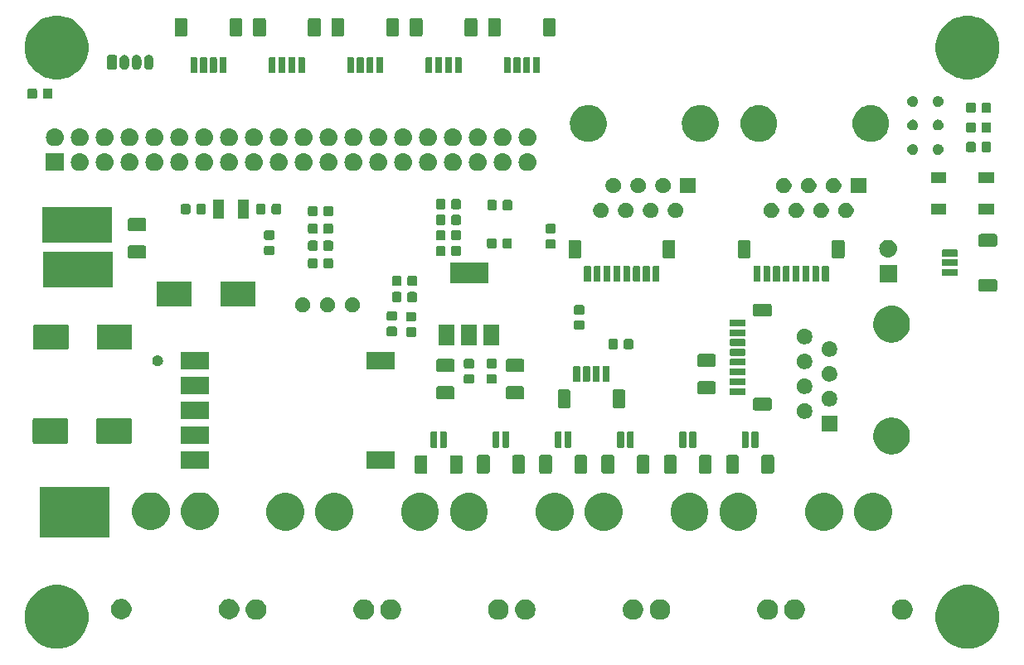
<source format=gbr>
G04 #@! TF.GenerationSoftware,KiCad,Pcbnew,(5.1.4)-1*
G04 #@! TF.CreationDate,2021-01-17T19:56:11-03:30*
G04 #@! TF.ProjectId,AUV_Pi_Expansion,4155565f-5069-45f4-9578-70616e73696f,V1.0*
G04 #@! TF.SameCoordinates,Original*
G04 #@! TF.FileFunction,Soldermask,Top*
G04 #@! TF.FilePolarity,Negative*
%FSLAX46Y46*%
G04 Gerber Fmt 4.6, Leading zero omitted, Abs format (unit mm)*
G04 Created by KiCad (PCBNEW (5.1.4)-1) date 2021-01-17 19:56:11*
%MOMM*%
%LPD*%
G04 APERTURE LIST*
%ADD10C,0.100000*%
G04 APERTURE END LIST*
D10*
G36*
X147447990Y-143374896D02*
G01*
X147447992Y-143374897D01*
X147447993Y-143374897D01*
X147621229Y-143446654D01*
X148039452Y-143619888D01*
X148571754Y-143975560D01*
X149024440Y-144428246D01*
X149380112Y-144960548D01*
X149625104Y-145552010D01*
X149750000Y-146179903D01*
X149750000Y-146820097D01*
X149625104Y-147447990D01*
X149380112Y-148039452D01*
X149024440Y-148571754D01*
X148571754Y-149024440D01*
X148039452Y-149380112D01*
X147621229Y-149553346D01*
X147447993Y-149625103D01*
X147447992Y-149625103D01*
X147447990Y-149625104D01*
X146820097Y-149750000D01*
X146179903Y-149750000D01*
X145552010Y-149625104D01*
X145552008Y-149625103D01*
X145552007Y-149625103D01*
X145378771Y-149553346D01*
X144960548Y-149380112D01*
X144428246Y-149024440D01*
X143975560Y-148571754D01*
X143619888Y-148039452D01*
X143374896Y-147447990D01*
X143250000Y-146820097D01*
X143250000Y-146179903D01*
X143374896Y-145552010D01*
X143619888Y-144960548D01*
X143975560Y-144428246D01*
X144428246Y-143975560D01*
X144960548Y-143619888D01*
X145378771Y-143446654D01*
X145552007Y-143374897D01*
X145552008Y-143374897D01*
X145552010Y-143374896D01*
X146179903Y-143250000D01*
X146820097Y-143250000D01*
X147447990Y-143374896D01*
X147447990Y-143374896D01*
G37*
G36*
X54447990Y-143374896D02*
G01*
X54447992Y-143374897D01*
X54447993Y-143374897D01*
X54621229Y-143446654D01*
X55039452Y-143619888D01*
X55571754Y-143975560D01*
X56024440Y-144428246D01*
X56380112Y-144960548D01*
X56625104Y-145552010D01*
X56750000Y-146179903D01*
X56750000Y-146820097D01*
X56625104Y-147447990D01*
X56380112Y-148039452D01*
X56024440Y-148571754D01*
X55571754Y-149024440D01*
X55039452Y-149380112D01*
X54621229Y-149553346D01*
X54447993Y-149625103D01*
X54447992Y-149625103D01*
X54447990Y-149625104D01*
X53820097Y-149750000D01*
X53179903Y-149750000D01*
X52552010Y-149625104D01*
X52552008Y-149625103D01*
X52552007Y-149625103D01*
X52378771Y-149553346D01*
X51960548Y-149380112D01*
X51428246Y-149024440D01*
X50975560Y-148571754D01*
X50619888Y-148039452D01*
X50374896Y-147447990D01*
X50250000Y-146820097D01*
X50250000Y-146179903D01*
X50374896Y-145552010D01*
X50619888Y-144960548D01*
X50975560Y-144428246D01*
X51428246Y-143975560D01*
X51960548Y-143619888D01*
X52378771Y-143446654D01*
X52552007Y-143374897D01*
X52552008Y-143374897D01*
X52552010Y-143374896D01*
X53179903Y-143250000D01*
X53820097Y-143250000D01*
X54447990Y-143374896D01*
X54447990Y-143374896D01*
G37*
G36*
X101656274Y-144740350D02*
G01*
X101847362Y-144819502D01*
X102019336Y-144934411D01*
X102165589Y-145080664D01*
X102280498Y-145252638D01*
X102359650Y-145443726D01*
X102400000Y-145646584D01*
X102400000Y-145853416D01*
X102359650Y-146056274D01*
X102280498Y-146247362D01*
X102165589Y-146419336D01*
X102019336Y-146565589D01*
X101847362Y-146680498D01*
X101656274Y-146759650D01*
X101453416Y-146800000D01*
X101246584Y-146800000D01*
X101043726Y-146759650D01*
X100852638Y-146680498D01*
X100680664Y-146565589D01*
X100534411Y-146419336D01*
X100419502Y-146247362D01*
X100340350Y-146056274D01*
X100300000Y-145853416D01*
X100300000Y-145646584D01*
X100340350Y-145443726D01*
X100419502Y-145252638D01*
X100534411Y-145080664D01*
X100680664Y-144934411D01*
X100852638Y-144819502D01*
X101043726Y-144740350D01*
X101246584Y-144700000D01*
X101453416Y-144700000D01*
X101656274Y-144740350D01*
X101656274Y-144740350D01*
G37*
G36*
X115406274Y-144740350D02*
G01*
X115597362Y-144819502D01*
X115769336Y-144934411D01*
X115915589Y-145080664D01*
X116030498Y-145252638D01*
X116109650Y-145443726D01*
X116150000Y-145646584D01*
X116150000Y-145853416D01*
X116109650Y-146056274D01*
X116030498Y-146247362D01*
X115915589Y-146419336D01*
X115769336Y-146565589D01*
X115597362Y-146680498D01*
X115406274Y-146759650D01*
X115203416Y-146800000D01*
X114996584Y-146800000D01*
X114793726Y-146759650D01*
X114602638Y-146680498D01*
X114430664Y-146565589D01*
X114284411Y-146419336D01*
X114169502Y-146247362D01*
X114090350Y-146056274D01*
X114050000Y-145853416D01*
X114050000Y-145646584D01*
X114090350Y-145443726D01*
X114169502Y-145252638D01*
X114284411Y-145080664D01*
X114430664Y-144934411D01*
X114602638Y-144819502D01*
X114793726Y-144740350D01*
X114996584Y-144700000D01*
X115203416Y-144700000D01*
X115406274Y-144740350D01*
X115406274Y-144740350D01*
G37*
G36*
X87906274Y-144740350D02*
G01*
X88097362Y-144819502D01*
X88269336Y-144934411D01*
X88415589Y-145080664D01*
X88530498Y-145252638D01*
X88609650Y-145443726D01*
X88650000Y-145646584D01*
X88650000Y-145853416D01*
X88609650Y-146056274D01*
X88530498Y-146247362D01*
X88415589Y-146419336D01*
X88269336Y-146565589D01*
X88097362Y-146680498D01*
X87906274Y-146759650D01*
X87703416Y-146800000D01*
X87496584Y-146800000D01*
X87293726Y-146759650D01*
X87102638Y-146680498D01*
X86930664Y-146565589D01*
X86784411Y-146419336D01*
X86669502Y-146247362D01*
X86590350Y-146056274D01*
X86550000Y-145853416D01*
X86550000Y-145646584D01*
X86590350Y-145443726D01*
X86669502Y-145252638D01*
X86784411Y-145080664D01*
X86930664Y-144934411D01*
X87102638Y-144819502D01*
X87293726Y-144740350D01*
X87496584Y-144700000D01*
X87703416Y-144700000D01*
X87906274Y-144740350D01*
X87906274Y-144740350D01*
G37*
G36*
X98906274Y-144740350D02*
G01*
X99097362Y-144819502D01*
X99269336Y-144934411D01*
X99415589Y-145080664D01*
X99530498Y-145252638D01*
X99609650Y-145443726D01*
X99650000Y-145646584D01*
X99650000Y-145853416D01*
X99609650Y-146056274D01*
X99530498Y-146247362D01*
X99415589Y-146419336D01*
X99269336Y-146565589D01*
X99097362Y-146680498D01*
X98906274Y-146759650D01*
X98703416Y-146800000D01*
X98496584Y-146800000D01*
X98293726Y-146759650D01*
X98102638Y-146680498D01*
X97930664Y-146565589D01*
X97784411Y-146419336D01*
X97669502Y-146247362D01*
X97590350Y-146056274D01*
X97550000Y-145853416D01*
X97550000Y-145646584D01*
X97590350Y-145443726D01*
X97669502Y-145252638D01*
X97784411Y-145080664D01*
X97930664Y-144934411D01*
X98102638Y-144819502D01*
X98293726Y-144740350D01*
X98496584Y-144700000D01*
X98703416Y-144700000D01*
X98906274Y-144740350D01*
X98906274Y-144740350D01*
G37*
G36*
X85156274Y-144740350D02*
G01*
X85347362Y-144819502D01*
X85519336Y-144934411D01*
X85665589Y-145080664D01*
X85780498Y-145252638D01*
X85859650Y-145443726D01*
X85900000Y-145646584D01*
X85900000Y-145853416D01*
X85859650Y-146056274D01*
X85780498Y-146247362D01*
X85665589Y-146419336D01*
X85519336Y-146565589D01*
X85347362Y-146680498D01*
X85156274Y-146759650D01*
X84953416Y-146800000D01*
X84746584Y-146800000D01*
X84543726Y-146759650D01*
X84352638Y-146680498D01*
X84180664Y-146565589D01*
X84034411Y-146419336D01*
X83919502Y-146247362D01*
X83840350Y-146056274D01*
X83800000Y-145853416D01*
X83800000Y-145646584D01*
X83840350Y-145443726D01*
X83919502Y-145252638D01*
X84034411Y-145080664D01*
X84180664Y-144934411D01*
X84352638Y-144819502D01*
X84543726Y-144740350D01*
X84746584Y-144700000D01*
X84953416Y-144700000D01*
X85156274Y-144740350D01*
X85156274Y-144740350D01*
G37*
G36*
X74156274Y-144740350D02*
G01*
X74347362Y-144819502D01*
X74519336Y-144934411D01*
X74665589Y-145080664D01*
X74780498Y-145252638D01*
X74859650Y-145443726D01*
X74900000Y-145646584D01*
X74900000Y-145853416D01*
X74859650Y-146056274D01*
X74780498Y-146247362D01*
X74665589Y-146419336D01*
X74519336Y-146565589D01*
X74347362Y-146680498D01*
X74156274Y-146759650D01*
X73953416Y-146800000D01*
X73746584Y-146800000D01*
X73543726Y-146759650D01*
X73352638Y-146680498D01*
X73180664Y-146565589D01*
X73034411Y-146419336D01*
X72919502Y-146247362D01*
X72840350Y-146056274D01*
X72800000Y-145853416D01*
X72800000Y-145646584D01*
X72840350Y-145443726D01*
X72919502Y-145252638D01*
X73034411Y-145080664D01*
X73180664Y-144934411D01*
X73352638Y-144819502D01*
X73543726Y-144740350D01*
X73746584Y-144700000D01*
X73953416Y-144700000D01*
X74156274Y-144740350D01*
X74156274Y-144740350D01*
G37*
G36*
X129156274Y-144740350D02*
G01*
X129347362Y-144819502D01*
X129519336Y-144934411D01*
X129665589Y-145080664D01*
X129780498Y-145252638D01*
X129859650Y-145443726D01*
X129900000Y-145646584D01*
X129900000Y-145853416D01*
X129859650Y-146056274D01*
X129780498Y-146247362D01*
X129665589Y-146419336D01*
X129519336Y-146565589D01*
X129347362Y-146680498D01*
X129156274Y-146759650D01*
X128953416Y-146800000D01*
X128746584Y-146800000D01*
X128543726Y-146759650D01*
X128352638Y-146680498D01*
X128180664Y-146565589D01*
X128034411Y-146419336D01*
X127919502Y-146247362D01*
X127840350Y-146056274D01*
X127800000Y-145853416D01*
X127800000Y-145646584D01*
X127840350Y-145443726D01*
X127919502Y-145252638D01*
X128034411Y-145080664D01*
X128180664Y-144934411D01*
X128352638Y-144819502D01*
X128543726Y-144740350D01*
X128746584Y-144700000D01*
X128953416Y-144700000D01*
X129156274Y-144740350D01*
X129156274Y-144740350D01*
G37*
G36*
X140156274Y-144740350D02*
G01*
X140347362Y-144819502D01*
X140519336Y-144934411D01*
X140665589Y-145080664D01*
X140780498Y-145252638D01*
X140859650Y-145443726D01*
X140900000Y-145646584D01*
X140900000Y-145853416D01*
X140859650Y-146056274D01*
X140780498Y-146247362D01*
X140665589Y-146419336D01*
X140519336Y-146565589D01*
X140347362Y-146680498D01*
X140156274Y-146759650D01*
X139953416Y-146800000D01*
X139746584Y-146800000D01*
X139543726Y-146759650D01*
X139352638Y-146680498D01*
X139180664Y-146565589D01*
X139034411Y-146419336D01*
X138919502Y-146247362D01*
X138840350Y-146056274D01*
X138800000Y-145853416D01*
X138800000Y-145646584D01*
X138840350Y-145443726D01*
X138919502Y-145252638D01*
X139034411Y-145080664D01*
X139180664Y-144934411D01*
X139352638Y-144819502D01*
X139543726Y-144740350D01*
X139746584Y-144700000D01*
X139953416Y-144700000D01*
X140156274Y-144740350D01*
X140156274Y-144740350D01*
G37*
G36*
X112656274Y-144740350D02*
G01*
X112847362Y-144819502D01*
X113019336Y-144934411D01*
X113165589Y-145080664D01*
X113280498Y-145252638D01*
X113359650Y-145443726D01*
X113400000Y-145646584D01*
X113400000Y-145853416D01*
X113359650Y-146056274D01*
X113280498Y-146247362D01*
X113165589Y-146419336D01*
X113019336Y-146565589D01*
X112847362Y-146680498D01*
X112656274Y-146759650D01*
X112453416Y-146800000D01*
X112246584Y-146800000D01*
X112043726Y-146759650D01*
X111852638Y-146680498D01*
X111680664Y-146565589D01*
X111534411Y-146419336D01*
X111419502Y-146247362D01*
X111340350Y-146056274D01*
X111300000Y-145853416D01*
X111300000Y-145646584D01*
X111340350Y-145443726D01*
X111419502Y-145252638D01*
X111534411Y-145080664D01*
X111680664Y-144934411D01*
X111852638Y-144819502D01*
X112043726Y-144740350D01*
X112246584Y-144700000D01*
X112453416Y-144700000D01*
X112656274Y-144740350D01*
X112656274Y-144740350D01*
G37*
G36*
X126406274Y-144740350D02*
G01*
X126597362Y-144819502D01*
X126769336Y-144934411D01*
X126915589Y-145080664D01*
X127030498Y-145252638D01*
X127109650Y-145443726D01*
X127150000Y-145646584D01*
X127150000Y-145853416D01*
X127109650Y-146056274D01*
X127030498Y-146247362D01*
X126915589Y-146419336D01*
X126769336Y-146565589D01*
X126597362Y-146680498D01*
X126406274Y-146759650D01*
X126203416Y-146800000D01*
X125996584Y-146800000D01*
X125793726Y-146759650D01*
X125602638Y-146680498D01*
X125430664Y-146565589D01*
X125284411Y-146419336D01*
X125169502Y-146247362D01*
X125090350Y-146056274D01*
X125050000Y-145853416D01*
X125050000Y-145646584D01*
X125090350Y-145443726D01*
X125169502Y-145252638D01*
X125284411Y-145080664D01*
X125430664Y-144934411D01*
X125602638Y-144819502D01*
X125793726Y-144740350D01*
X125996584Y-144700000D01*
X126203416Y-144700000D01*
X126406274Y-144740350D01*
X126406274Y-144740350D01*
G37*
G36*
X60406274Y-144690350D02*
G01*
X60597362Y-144769502D01*
X60769336Y-144884411D01*
X60915589Y-145030664D01*
X61030498Y-145202638D01*
X61109650Y-145393726D01*
X61150000Y-145596584D01*
X61150000Y-145803416D01*
X61109650Y-146006274D01*
X61030498Y-146197362D01*
X60915589Y-146369336D01*
X60769336Y-146515589D01*
X60597362Y-146630498D01*
X60406274Y-146709650D01*
X60203416Y-146750000D01*
X59996584Y-146750000D01*
X59793726Y-146709650D01*
X59602638Y-146630498D01*
X59430664Y-146515589D01*
X59284411Y-146369336D01*
X59169502Y-146197362D01*
X59090350Y-146006274D01*
X59050000Y-145803416D01*
X59050000Y-145596584D01*
X59090350Y-145393726D01*
X59169502Y-145202638D01*
X59284411Y-145030664D01*
X59430664Y-144884411D01*
X59602638Y-144769502D01*
X59793726Y-144690350D01*
X59996584Y-144650000D01*
X60203416Y-144650000D01*
X60406274Y-144690350D01*
X60406274Y-144690350D01*
G37*
G36*
X71406274Y-144690350D02*
G01*
X71597362Y-144769502D01*
X71769336Y-144884411D01*
X71915589Y-145030664D01*
X72030498Y-145202638D01*
X72109650Y-145393726D01*
X72150000Y-145596584D01*
X72150000Y-145803416D01*
X72109650Y-146006274D01*
X72030498Y-146197362D01*
X71915589Y-146369336D01*
X71769336Y-146515589D01*
X71597362Y-146630498D01*
X71406274Y-146709650D01*
X71203416Y-146750000D01*
X70996584Y-146750000D01*
X70793726Y-146709650D01*
X70602638Y-146630498D01*
X70430664Y-146515589D01*
X70284411Y-146369336D01*
X70169502Y-146197362D01*
X70090350Y-146006274D01*
X70050000Y-145803416D01*
X70050000Y-145596584D01*
X70090350Y-145393726D01*
X70169502Y-145202638D01*
X70284411Y-145030664D01*
X70430664Y-144884411D01*
X70602638Y-144769502D01*
X70793726Y-144690350D01*
X70996584Y-144650000D01*
X71203416Y-144650000D01*
X71406274Y-144690350D01*
X71406274Y-144690350D01*
G37*
G36*
X58850000Y-138350000D02*
G01*
X51750000Y-138350000D01*
X51750000Y-133250000D01*
X58850000Y-133250000D01*
X58850000Y-138350000D01*
X58850000Y-138350000D01*
G37*
G36*
X91161502Y-133898977D02*
G01*
X91511829Y-134044087D01*
X91827116Y-134254755D01*
X92095245Y-134522884D01*
X92305913Y-134838171D01*
X92451023Y-135188498D01*
X92525000Y-135560404D01*
X92525000Y-135939596D01*
X92451023Y-136311502D01*
X92305913Y-136661829D01*
X92095245Y-136977116D01*
X91827116Y-137245245D01*
X91511829Y-137455913D01*
X91161502Y-137601023D01*
X90789596Y-137675000D01*
X90410404Y-137675000D01*
X90038498Y-137601023D01*
X89688171Y-137455913D01*
X89372884Y-137245245D01*
X89104755Y-136977116D01*
X88894087Y-136661829D01*
X88748977Y-136311502D01*
X88675000Y-135939596D01*
X88675000Y-135560404D01*
X88748977Y-135188498D01*
X88894087Y-134838171D01*
X89104755Y-134522884D01*
X89372884Y-134254755D01*
X89688171Y-134044087D01*
X90038498Y-133898977D01*
X90410404Y-133825000D01*
X90789596Y-133825000D01*
X91161502Y-133898977D01*
X91161502Y-133898977D01*
G37*
G36*
X137411502Y-133898977D02*
G01*
X137761829Y-134044087D01*
X138077116Y-134254755D01*
X138345245Y-134522884D01*
X138555913Y-134838171D01*
X138701023Y-135188498D01*
X138775000Y-135560404D01*
X138775000Y-135939596D01*
X138701023Y-136311502D01*
X138555913Y-136661829D01*
X138345245Y-136977116D01*
X138077116Y-137245245D01*
X137761829Y-137455913D01*
X137411502Y-137601023D01*
X137039596Y-137675000D01*
X136660404Y-137675000D01*
X136288498Y-137601023D01*
X135938171Y-137455913D01*
X135622884Y-137245245D01*
X135354755Y-136977116D01*
X135144087Y-136661829D01*
X134998977Y-136311502D01*
X134925000Y-135939596D01*
X134925000Y-135560404D01*
X134998977Y-135188498D01*
X135144087Y-134838171D01*
X135354755Y-134522884D01*
X135622884Y-134254755D01*
X135938171Y-134044087D01*
X136288498Y-133898977D01*
X136660404Y-133825000D01*
X137039596Y-133825000D01*
X137411502Y-133898977D01*
X137411502Y-133898977D01*
G37*
G36*
X96161502Y-133898977D02*
G01*
X96511829Y-134044087D01*
X96827116Y-134254755D01*
X97095245Y-134522884D01*
X97305913Y-134838171D01*
X97451023Y-135188498D01*
X97525000Y-135560404D01*
X97525000Y-135939596D01*
X97451023Y-136311502D01*
X97305913Y-136661829D01*
X97095245Y-136977116D01*
X96827116Y-137245245D01*
X96511829Y-137455913D01*
X96161502Y-137601023D01*
X95789596Y-137675000D01*
X95410404Y-137675000D01*
X95038498Y-137601023D01*
X94688171Y-137455913D01*
X94372884Y-137245245D01*
X94104755Y-136977116D01*
X93894087Y-136661829D01*
X93748977Y-136311502D01*
X93675000Y-135939596D01*
X93675000Y-135560404D01*
X93748977Y-135188498D01*
X93894087Y-134838171D01*
X94104755Y-134522884D01*
X94372884Y-134254755D01*
X94688171Y-134044087D01*
X95038498Y-133898977D01*
X95410404Y-133825000D01*
X95789596Y-133825000D01*
X96161502Y-133898977D01*
X96161502Y-133898977D01*
G37*
G36*
X82411502Y-133898977D02*
G01*
X82761829Y-134044087D01*
X83077116Y-134254755D01*
X83345245Y-134522884D01*
X83555913Y-134838171D01*
X83701023Y-135188498D01*
X83775000Y-135560404D01*
X83775000Y-135939596D01*
X83701023Y-136311502D01*
X83555913Y-136661829D01*
X83345245Y-136977116D01*
X83077116Y-137245245D01*
X82761829Y-137455913D01*
X82411502Y-137601023D01*
X82039596Y-137675000D01*
X81660404Y-137675000D01*
X81288498Y-137601023D01*
X80938171Y-137455913D01*
X80622884Y-137245245D01*
X80354755Y-136977116D01*
X80144087Y-136661829D01*
X79998977Y-136311502D01*
X79925000Y-135939596D01*
X79925000Y-135560404D01*
X79998977Y-135188498D01*
X80144087Y-134838171D01*
X80354755Y-134522884D01*
X80622884Y-134254755D01*
X80938171Y-134044087D01*
X81288498Y-133898977D01*
X81660404Y-133825000D01*
X82039596Y-133825000D01*
X82411502Y-133898977D01*
X82411502Y-133898977D01*
G37*
G36*
X132411502Y-133898977D02*
G01*
X132761829Y-134044087D01*
X133077116Y-134254755D01*
X133345245Y-134522884D01*
X133555913Y-134838171D01*
X133701023Y-135188498D01*
X133775000Y-135560404D01*
X133775000Y-135939596D01*
X133701023Y-136311502D01*
X133555913Y-136661829D01*
X133345245Y-136977116D01*
X133077116Y-137245245D01*
X132761829Y-137455913D01*
X132411502Y-137601023D01*
X132039596Y-137675000D01*
X131660404Y-137675000D01*
X131288498Y-137601023D01*
X130938171Y-137455913D01*
X130622884Y-137245245D01*
X130354755Y-136977116D01*
X130144087Y-136661829D01*
X129998977Y-136311502D01*
X129925000Y-135939596D01*
X129925000Y-135560404D01*
X129998977Y-135188498D01*
X130144087Y-134838171D01*
X130354755Y-134522884D01*
X130622884Y-134254755D01*
X130938171Y-134044087D01*
X131288498Y-133898977D01*
X131660404Y-133825000D01*
X132039596Y-133825000D01*
X132411502Y-133898977D01*
X132411502Y-133898977D01*
G37*
G36*
X109911502Y-133898977D02*
G01*
X110261829Y-134044087D01*
X110577116Y-134254755D01*
X110845245Y-134522884D01*
X111055913Y-134838171D01*
X111201023Y-135188498D01*
X111275000Y-135560404D01*
X111275000Y-135939596D01*
X111201023Y-136311502D01*
X111055913Y-136661829D01*
X110845245Y-136977116D01*
X110577116Y-137245245D01*
X110261829Y-137455913D01*
X109911502Y-137601023D01*
X109539596Y-137675000D01*
X109160404Y-137675000D01*
X108788498Y-137601023D01*
X108438171Y-137455913D01*
X108122884Y-137245245D01*
X107854755Y-136977116D01*
X107644087Y-136661829D01*
X107498977Y-136311502D01*
X107425000Y-135939596D01*
X107425000Y-135560404D01*
X107498977Y-135188498D01*
X107644087Y-134838171D01*
X107854755Y-134522884D01*
X108122884Y-134254755D01*
X108438171Y-134044087D01*
X108788498Y-133898977D01*
X109160404Y-133825000D01*
X109539596Y-133825000D01*
X109911502Y-133898977D01*
X109911502Y-133898977D01*
G37*
G36*
X123661502Y-133898977D02*
G01*
X124011829Y-134044087D01*
X124327116Y-134254755D01*
X124595245Y-134522884D01*
X124805913Y-134838171D01*
X124951023Y-135188498D01*
X125025000Y-135560404D01*
X125025000Y-135939596D01*
X124951023Y-136311502D01*
X124805913Y-136661829D01*
X124595245Y-136977116D01*
X124327116Y-137245245D01*
X124011829Y-137455913D01*
X123661502Y-137601023D01*
X123289596Y-137675000D01*
X122910404Y-137675000D01*
X122538498Y-137601023D01*
X122188171Y-137455913D01*
X121872884Y-137245245D01*
X121604755Y-136977116D01*
X121394087Y-136661829D01*
X121248977Y-136311502D01*
X121175000Y-135939596D01*
X121175000Y-135560404D01*
X121248977Y-135188498D01*
X121394087Y-134838171D01*
X121604755Y-134522884D01*
X121872884Y-134254755D01*
X122188171Y-134044087D01*
X122538498Y-133898977D01*
X122910404Y-133825000D01*
X123289596Y-133825000D01*
X123661502Y-133898977D01*
X123661502Y-133898977D01*
G37*
G36*
X77411502Y-133898977D02*
G01*
X77761829Y-134044087D01*
X78077116Y-134254755D01*
X78345245Y-134522884D01*
X78555913Y-134838171D01*
X78701023Y-135188498D01*
X78775000Y-135560404D01*
X78775000Y-135939596D01*
X78701023Y-136311502D01*
X78555913Y-136661829D01*
X78345245Y-136977116D01*
X78077116Y-137245245D01*
X77761829Y-137455913D01*
X77411502Y-137601023D01*
X77039596Y-137675000D01*
X76660404Y-137675000D01*
X76288498Y-137601023D01*
X75938171Y-137455913D01*
X75622884Y-137245245D01*
X75354755Y-136977116D01*
X75144087Y-136661829D01*
X74998977Y-136311502D01*
X74925000Y-135939596D01*
X74925000Y-135560404D01*
X74998977Y-135188498D01*
X75144087Y-134838171D01*
X75354755Y-134522884D01*
X75622884Y-134254755D01*
X75938171Y-134044087D01*
X76288498Y-133898977D01*
X76660404Y-133825000D01*
X77039596Y-133825000D01*
X77411502Y-133898977D01*
X77411502Y-133898977D01*
G37*
G36*
X118661502Y-133898977D02*
G01*
X119011829Y-134044087D01*
X119327116Y-134254755D01*
X119595245Y-134522884D01*
X119805913Y-134838171D01*
X119951023Y-135188498D01*
X120025000Y-135560404D01*
X120025000Y-135939596D01*
X119951023Y-136311502D01*
X119805913Y-136661829D01*
X119595245Y-136977116D01*
X119327116Y-137245245D01*
X119011829Y-137455913D01*
X118661502Y-137601023D01*
X118289596Y-137675000D01*
X117910404Y-137675000D01*
X117538498Y-137601023D01*
X117188171Y-137455913D01*
X116872884Y-137245245D01*
X116604755Y-136977116D01*
X116394087Y-136661829D01*
X116248977Y-136311502D01*
X116175000Y-135939596D01*
X116175000Y-135560404D01*
X116248977Y-135188498D01*
X116394087Y-134838171D01*
X116604755Y-134522884D01*
X116872884Y-134254755D01*
X117188171Y-134044087D01*
X117538498Y-133898977D01*
X117910404Y-133825000D01*
X118289596Y-133825000D01*
X118661502Y-133898977D01*
X118661502Y-133898977D01*
G37*
G36*
X104911502Y-133898977D02*
G01*
X105261829Y-134044087D01*
X105577116Y-134254755D01*
X105845245Y-134522884D01*
X106055913Y-134838171D01*
X106201023Y-135188498D01*
X106275000Y-135560404D01*
X106275000Y-135939596D01*
X106201023Y-136311502D01*
X106055913Y-136661829D01*
X105845245Y-136977116D01*
X105577116Y-137245245D01*
X105261829Y-137455913D01*
X104911502Y-137601023D01*
X104539596Y-137675000D01*
X104160404Y-137675000D01*
X103788498Y-137601023D01*
X103438171Y-137455913D01*
X103122884Y-137245245D01*
X102854755Y-136977116D01*
X102644087Y-136661829D01*
X102498977Y-136311502D01*
X102425000Y-135939596D01*
X102425000Y-135560404D01*
X102498977Y-135188498D01*
X102644087Y-134838171D01*
X102854755Y-134522884D01*
X103122884Y-134254755D01*
X103438171Y-134044087D01*
X103788498Y-133898977D01*
X104160404Y-133825000D01*
X104539596Y-133825000D01*
X104911502Y-133898977D01*
X104911502Y-133898977D01*
G37*
G36*
X63661502Y-133848977D02*
G01*
X64011829Y-133994087D01*
X64327116Y-134204755D01*
X64595245Y-134472884D01*
X64805913Y-134788171D01*
X64951023Y-135138498D01*
X65025000Y-135510404D01*
X65025000Y-135889596D01*
X64951023Y-136261502D01*
X64805913Y-136611829D01*
X64595245Y-136927116D01*
X64327116Y-137195245D01*
X64011829Y-137405913D01*
X63661502Y-137551023D01*
X63289596Y-137625000D01*
X62910404Y-137625000D01*
X62538498Y-137551023D01*
X62188171Y-137405913D01*
X61872884Y-137195245D01*
X61604755Y-136927116D01*
X61394087Y-136611829D01*
X61248977Y-136261502D01*
X61175000Y-135889596D01*
X61175000Y-135510404D01*
X61248977Y-135138498D01*
X61394087Y-134788171D01*
X61604755Y-134472884D01*
X61872884Y-134204755D01*
X62188171Y-133994087D01*
X62538498Y-133848977D01*
X62910404Y-133775000D01*
X63289596Y-133775000D01*
X63661502Y-133848977D01*
X63661502Y-133848977D01*
G37*
G36*
X68661502Y-133848977D02*
G01*
X69011829Y-133994087D01*
X69327116Y-134204755D01*
X69595245Y-134472884D01*
X69805913Y-134788171D01*
X69951023Y-135138498D01*
X70025000Y-135510404D01*
X70025000Y-135889596D01*
X69951023Y-136261502D01*
X69805913Y-136611829D01*
X69595245Y-136927116D01*
X69327116Y-137195245D01*
X69011829Y-137405913D01*
X68661502Y-137551023D01*
X68289596Y-137625000D01*
X67910404Y-137625000D01*
X67538498Y-137551023D01*
X67188171Y-137405913D01*
X66872884Y-137195245D01*
X66604755Y-136927116D01*
X66394087Y-136611829D01*
X66248977Y-136261502D01*
X66175000Y-135889596D01*
X66175000Y-135510404D01*
X66248977Y-135138498D01*
X66394087Y-134788171D01*
X66604755Y-134472884D01*
X66872884Y-134204755D01*
X67188171Y-133994087D01*
X67538498Y-133848977D01*
X67910404Y-133775000D01*
X68289596Y-133775000D01*
X68661502Y-133848977D01*
X68661502Y-133848977D01*
G37*
G36*
X94778861Y-129964557D02*
G01*
X94818636Y-129976623D01*
X94855292Y-129996216D01*
X94887418Y-130022582D01*
X94913784Y-130054708D01*
X94933377Y-130091364D01*
X94945443Y-130131139D01*
X94950000Y-130177408D01*
X94950000Y-131642592D01*
X94945443Y-131688861D01*
X94933377Y-131728636D01*
X94913784Y-131765292D01*
X94887418Y-131797418D01*
X94855292Y-131823784D01*
X94818636Y-131843377D01*
X94778861Y-131855443D01*
X94732592Y-131860000D01*
X93867408Y-131860000D01*
X93821139Y-131855443D01*
X93781364Y-131843377D01*
X93744708Y-131823784D01*
X93712582Y-131797418D01*
X93686216Y-131765292D01*
X93666623Y-131728636D01*
X93654557Y-131688861D01*
X93650000Y-131642592D01*
X93650000Y-130177408D01*
X93654557Y-130131139D01*
X93666623Y-130091364D01*
X93686216Y-130054708D01*
X93712582Y-130022582D01*
X93744708Y-129996216D01*
X93781364Y-129976623D01*
X93821139Y-129964557D01*
X93867408Y-129960000D01*
X94732592Y-129960000D01*
X94778861Y-129964557D01*
X94778861Y-129964557D01*
G37*
G36*
X91178861Y-129964557D02*
G01*
X91218636Y-129976623D01*
X91255292Y-129996216D01*
X91287418Y-130022582D01*
X91313784Y-130054708D01*
X91333377Y-130091364D01*
X91345443Y-130131139D01*
X91350000Y-130177408D01*
X91350000Y-131642592D01*
X91345443Y-131688861D01*
X91333377Y-131728636D01*
X91313784Y-131765292D01*
X91287418Y-131797418D01*
X91255292Y-131823784D01*
X91218636Y-131843377D01*
X91178861Y-131855443D01*
X91132592Y-131860000D01*
X90267408Y-131860000D01*
X90221139Y-131855443D01*
X90181364Y-131843377D01*
X90144708Y-131823784D01*
X90112582Y-131797418D01*
X90086216Y-131765292D01*
X90066623Y-131728636D01*
X90054557Y-131688861D01*
X90050000Y-131642592D01*
X90050000Y-130177408D01*
X90054557Y-130131139D01*
X90066623Y-130091364D01*
X90086216Y-130054708D01*
X90112582Y-130022582D01*
X90144708Y-129996216D01*
X90181364Y-129976623D01*
X90221139Y-129964557D01*
X90267408Y-129960000D01*
X91132592Y-129960000D01*
X91178861Y-129964557D01*
X91178861Y-129964557D01*
G37*
G36*
X122978861Y-129954557D02*
G01*
X123018636Y-129966623D01*
X123055292Y-129986216D01*
X123087418Y-130012582D01*
X123113784Y-130044708D01*
X123133377Y-130081364D01*
X123145443Y-130121139D01*
X123150000Y-130167408D01*
X123150000Y-131632592D01*
X123145443Y-131678861D01*
X123133377Y-131718636D01*
X123113784Y-131755292D01*
X123087418Y-131787418D01*
X123055292Y-131813784D01*
X123018636Y-131833377D01*
X122978861Y-131845443D01*
X122932592Y-131850000D01*
X122067408Y-131850000D01*
X122021139Y-131845443D01*
X121981364Y-131833377D01*
X121944708Y-131813784D01*
X121912582Y-131787418D01*
X121886216Y-131755292D01*
X121866623Y-131718636D01*
X121854557Y-131678861D01*
X121850000Y-131632592D01*
X121850000Y-130167408D01*
X121854557Y-130121139D01*
X121866623Y-130081364D01*
X121886216Y-130044708D01*
X121912582Y-130012582D01*
X121944708Y-129986216D01*
X121981364Y-129966623D01*
X122021139Y-129954557D01*
X122067408Y-129950000D01*
X122932592Y-129950000D01*
X122978861Y-129954557D01*
X122978861Y-129954557D01*
G37*
G36*
X101138861Y-129954557D02*
G01*
X101178636Y-129966623D01*
X101215292Y-129986216D01*
X101247418Y-130012582D01*
X101273784Y-130044708D01*
X101293377Y-130081364D01*
X101305443Y-130121139D01*
X101310000Y-130167408D01*
X101310000Y-131632592D01*
X101305443Y-131678861D01*
X101293377Y-131718636D01*
X101273784Y-131755292D01*
X101247418Y-131787418D01*
X101215292Y-131813784D01*
X101178636Y-131833377D01*
X101138861Y-131845443D01*
X101092592Y-131850000D01*
X100227408Y-131850000D01*
X100181139Y-131845443D01*
X100141364Y-131833377D01*
X100104708Y-131813784D01*
X100072582Y-131787418D01*
X100046216Y-131755292D01*
X100026623Y-131718636D01*
X100014557Y-131678861D01*
X100010000Y-131632592D01*
X100010000Y-130167408D01*
X100014557Y-130121139D01*
X100026623Y-130081364D01*
X100046216Y-130044708D01*
X100072582Y-130012582D01*
X100104708Y-129986216D01*
X100141364Y-129966623D01*
X100181139Y-129954557D01*
X100227408Y-129950000D01*
X101092592Y-129950000D01*
X101138861Y-129954557D01*
X101138861Y-129954557D01*
G37*
G36*
X107498861Y-129954557D02*
G01*
X107538636Y-129966623D01*
X107575292Y-129986216D01*
X107607418Y-130012582D01*
X107633784Y-130044708D01*
X107653377Y-130081364D01*
X107665443Y-130121139D01*
X107670000Y-130167408D01*
X107670000Y-131632592D01*
X107665443Y-131678861D01*
X107653377Y-131718636D01*
X107633784Y-131755292D01*
X107607418Y-131787418D01*
X107575292Y-131813784D01*
X107538636Y-131833377D01*
X107498861Y-131845443D01*
X107452592Y-131850000D01*
X106587408Y-131850000D01*
X106541139Y-131845443D01*
X106501364Y-131833377D01*
X106464708Y-131813784D01*
X106432582Y-131787418D01*
X106406216Y-131755292D01*
X106386623Y-131718636D01*
X106374557Y-131678861D01*
X106370000Y-131632592D01*
X106370000Y-130167408D01*
X106374557Y-130121139D01*
X106386623Y-130081364D01*
X106406216Y-130044708D01*
X106432582Y-130012582D01*
X106464708Y-129986216D01*
X106501364Y-129966623D01*
X106541139Y-129954557D01*
X106587408Y-129950000D01*
X107452592Y-129950000D01*
X107498861Y-129954557D01*
X107498861Y-129954557D01*
G37*
G36*
X103898861Y-129954557D02*
G01*
X103938636Y-129966623D01*
X103975292Y-129986216D01*
X104007418Y-130012582D01*
X104033784Y-130044708D01*
X104053377Y-130081364D01*
X104065443Y-130121139D01*
X104070000Y-130167408D01*
X104070000Y-131632592D01*
X104065443Y-131678861D01*
X104053377Y-131718636D01*
X104033784Y-131755292D01*
X104007418Y-131787418D01*
X103975292Y-131813784D01*
X103938636Y-131833377D01*
X103898861Y-131845443D01*
X103852592Y-131850000D01*
X102987408Y-131850000D01*
X102941139Y-131845443D01*
X102901364Y-131833377D01*
X102864708Y-131813784D01*
X102832582Y-131787418D01*
X102806216Y-131755292D01*
X102786623Y-131718636D01*
X102774557Y-131678861D01*
X102770000Y-131632592D01*
X102770000Y-130167408D01*
X102774557Y-130121139D01*
X102786623Y-130081364D01*
X102806216Y-130044708D01*
X102832582Y-130012582D01*
X102864708Y-129986216D01*
X102901364Y-129966623D01*
X102941139Y-129954557D01*
X102987408Y-129950000D01*
X103852592Y-129950000D01*
X103898861Y-129954557D01*
X103898861Y-129954557D01*
G37*
G36*
X126578861Y-129954557D02*
G01*
X126618636Y-129966623D01*
X126655292Y-129986216D01*
X126687418Y-130012582D01*
X126713784Y-130044708D01*
X126733377Y-130081364D01*
X126745443Y-130121139D01*
X126750000Y-130167408D01*
X126750000Y-131632592D01*
X126745443Y-131678861D01*
X126733377Y-131718636D01*
X126713784Y-131755292D01*
X126687418Y-131787418D01*
X126655292Y-131813784D01*
X126618636Y-131833377D01*
X126578861Y-131845443D01*
X126532592Y-131850000D01*
X125667408Y-131850000D01*
X125621139Y-131845443D01*
X125581364Y-131833377D01*
X125544708Y-131813784D01*
X125512582Y-131787418D01*
X125486216Y-131755292D01*
X125466623Y-131718636D01*
X125454557Y-131678861D01*
X125450000Y-131632592D01*
X125450000Y-130167408D01*
X125454557Y-130121139D01*
X125466623Y-130081364D01*
X125486216Y-130044708D01*
X125512582Y-130012582D01*
X125544708Y-129986216D01*
X125581364Y-129966623D01*
X125621139Y-129954557D01*
X125667408Y-129950000D01*
X126532592Y-129950000D01*
X126578861Y-129954557D01*
X126578861Y-129954557D01*
G37*
G36*
X97538861Y-129954557D02*
G01*
X97578636Y-129966623D01*
X97615292Y-129986216D01*
X97647418Y-130012582D01*
X97673784Y-130044708D01*
X97693377Y-130081364D01*
X97705443Y-130121139D01*
X97710000Y-130167408D01*
X97710000Y-131632592D01*
X97705443Y-131678861D01*
X97693377Y-131718636D01*
X97673784Y-131755292D01*
X97647418Y-131787418D01*
X97615292Y-131813784D01*
X97578636Y-131833377D01*
X97538861Y-131845443D01*
X97492592Y-131850000D01*
X96627408Y-131850000D01*
X96581139Y-131845443D01*
X96541364Y-131833377D01*
X96504708Y-131813784D01*
X96472582Y-131787418D01*
X96446216Y-131755292D01*
X96426623Y-131718636D01*
X96414557Y-131678861D01*
X96410000Y-131632592D01*
X96410000Y-130167408D01*
X96414557Y-130121139D01*
X96426623Y-130081364D01*
X96446216Y-130044708D01*
X96472582Y-130012582D01*
X96504708Y-129986216D01*
X96541364Y-129966623D01*
X96581139Y-129954557D01*
X96627408Y-129950000D01*
X97492592Y-129950000D01*
X97538861Y-129954557D01*
X97538861Y-129954557D01*
G37*
G36*
X120218861Y-129954557D02*
G01*
X120258636Y-129966623D01*
X120295292Y-129986216D01*
X120327418Y-130012582D01*
X120353784Y-130044708D01*
X120373377Y-130081364D01*
X120385443Y-130121139D01*
X120390000Y-130167408D01*
X120390000Y-131632592D01*
X120385443Y-131678861D01*
X120373377Y-131718636D01*
X120353784Y-131755292D01*
X120327418Y-131787418D01*
X120295292Y-131813784D01*
X120258636Y-131833377D01*
X120218861Y-131845443D01*
X120172592Y-131850000D01*
X119307408Y-131850000D01*
X119261139Y-131845443D01*
X119221364Y-131833377D01*
X119184708Y-131813784D01*
X119152582Y-131787418D01*
X119126216Y-131755292D01*
X119106623Y-131718636D01*
X119094557Y-131678861D01*
X119090000Y-131632592D01*
X119090000Y-130167408D01*
X119094557Y-130121139D01*
X119106623Y-130081364D01*
X119126216Y-130044708D01*
X119152582Y-130012582D01*
X119184708Y-129986216D01*
X119221364Y-129966623D01*
X119261139Y-129954557D01*
X119307408Y-129950000D01*
X120172592Y-129950000D01*
X120218861Y-129954557D01*
X120218861Y-129954557D01*
G37*
G36*
X116618861Y-129954557D02*
G01*
X116658636Y-129966623D01*
X116695292Y-129986216D01*
X116727418Y-130012582D01*
X116753784Y-130044708D01*
X116773377Y-130081364D01*
X116785443Y-130121139D01*
X116790000Y-130167408D01*
X116790000Y-131632592D01*
X116785443Y-131678861D01*
X116773377Y-131718636D01*
X116753784Y-131755292D01*
X116727418Y-131787418D01*
X116695292Y-131813784D01*
X116658636Y-131833377D01*
X116618861Y-131845443D01*
X116572592Y-131850000D01*
X115707408Y-131850000D01*
X115661139Y-131845443D01*
X115621364Y-131833377D01*
X115584708Y-131813784D01*
X115552582Y-131787418D01*
X115526216Y-131755292D01*
X115506623Y-131718636D01*
X115494557Y-131678861D01*
X115490000Y-131632592D01*
X115490000Y-130167408D01*
X115494557Y-130121139D01*
X115506623Y-130081364D01*
X115526216Y-130044708D01*
X115552582Y-130012582D01*
X115584708Y-129986216D01*
X115621364Y-129966623D01*
X115661139Y-129954557D01*
X115707408Y-129950000D01*
X116572592Y-129950000D01*
X116618861Y-129954557D01*
X116618861Y-129954557D01*
G37*
G36*
X110258861Y-129954557D02*
G01*
X110298636Y-129966623D01*
X110335292Y-129986216D01*
X110367418Y-130012582D01*
X110393784Y-130044708D01*
X110413377Y-130081364D01*
X110425443Y-130121139D01*
X110430000Y-130167408D01*
X110430000Y-131632592D01*
X110425443Y-131678861D01*
X110413377Y-131718636D01*
X110393784Y-131755292D01*
X110367418Y-131787418D01*
X110335292Y-131813784D01*
X110298636Y-131833377D01*
X110258861Y-131845443D01*
X110212592Y-131850000D01*
X109347408Y-131850000D01*
X109301139Y-131845443D01*
X109261364Y-131833377D01*
X109224708Y-131813784D01*
X109192582Y-131787418D01*
X109166216Y-131755292D01*
X109146623Y-131718636D01*
X109134557Y-131678861D01*
X109130000Y-131632592D01*
X109130000Y-130167408D01*
X109134557Y-130121139D01*
X109146623Y-130081364D01*
X109166216Y-130044708D01*
X109192582Y-130012582D01*
X109224708Y-129986216D01*
X109261364Y-129966623D01*
X109301139Y-129954557D01*
X109347408Y-129950000D01*
X110212592Y-129950000D01*
X110258861Y-129954557D01*
X110258861Y-129954557D01*
G37*
G36*
X113858861Y-129954557D02*
G01*
X113898636Y-129966623D01*
X113935292Y-129986216D01*
X113967418Y-130012582D01*
X113993784Y-130044708D01*
X114013377Y-130081364D01*
X114025443Y-130121139D01*
X114030000Y-130167408D01*
X114030000Y-131632592D01*
X114025443Y-131678861D01*
X114013377Y-131718636D01*
X113993784Y-131755292D01*
X113967418Y-131787418D01*
X113935292Y-131813784D01*
X113898636Y-131833377D01*
X113858861Y-131845443D01*
X113812592Y-131850000D01*
X112947408Y-131850000D01*
X112901139Y-131845443D01*
X112861364Y-131833377D01*
X112824708Y-131813784D01*
X112792582Y-131787418D01*
X112766216Y-131755292D01*
X112746623Y-131718636D01*
X112734557Y-131678861D01*
X112730000Y-131632592D01*
X112730000Y-130167408D01*
X112734557Y-130121139D01*
X112746623Y-130081364D01*
X112766216Y-130044708D01*
X112792582Y-130012582D01*
X112824708Y-129986216D01*
X112861364Y-129966623D01*
X112901139Y-129954557D01*
X112947408Y-129950000D01*
X113812592Y-129950000D01*
X113858861Y-129954557D01*
X113858861Y-129954557D01*
G37*
G36*
X69080000Y-131355000D02*
G01*
X66190000Y-131355000D01*
X66190000Y-129605000D01*
X69080000Y-129605000D01*
X69080000Y-131355000D01*
X69080000Y-131355000D01*
G37*
G36*
X88010000Y-131355000D02*
G01*
X85120000Y-131355000D01*
X85120000Y-129605000D01*
X88010000Y-129605000D01*
X88010000Y-131355000D01*
X88010000Y-131355000D01*
G37*
G36*
X139079569Y-126153821D02*
G01*
X139296920Y-126197055D01*
X139638147Y-126338397D01*
X139945241Y-126543590D01*
X140206409Y-126804758D01*
X140411602Y-127111852D01*
X140552944Y-127453079D01*
X140593711Y-127658030D01*
X140609022Y-127735000D01*
X140625000Y-127815330D01*
X140625000Y-128184668D01*
X140552944Y-128546919D01*
X140411602Y-128888146D01*
X140206409Y-129195240D01*
X139945241Y-129456408D01*
X139638147Y-129661601D01*
X139296920Y-129802943D01*
X139079569Y-129846177D01*
X138934671Y-129874999D01*
X138565329Y-129874999D01*
X138420431Y-129846177D01*
X138203080Y-129802943D01*
X137861853Y-129661601D01*
X137554759Y-129456408D01*
X137293591Y-129195240D01*
X137088398Y-128888146D01*
X136947056Y-128546919D01*
X136875000Y-128184668D01*
X136875000Y-127815330D01*
X136890979Y-127735000D01*
X136906289Y-127658030D01*
X136947056Y-127453079D01*
X137088398Y-127111852D01*
X137293591Y-126804758D01*
X137554759Y-126543590D01*
X137861853Y-126338397D01*
X138203080Y-126197055D01*
X138420431Y-126153821D01*
X138565329Y-126124999D01*
X138934671Y-126124999D01*
X139079569Y-126153821D01*
X139079569Y-126153821D01*
G37*
G36*
X92249293Y-127562877D02*
G01*
X92272650Y-127569962D01*
X92294178Y-127581469D01*
X92313046Y-127596954D01*
X92328531Y-127615822D01*
X92340038Y-127637350D01*
X92347123Y-127660707D01*
X92350000Y-127689917D01*
X92350000Y-129080083D01*
X92347123Y-129109293D01*
X92340038Y-129132650D01*
X92328531Y-129154178D01*
X92313046Y-129173046D01*
X92294178Y-129188531D01*
X92272650Y-129200038D01*
X92249293Y-129207123D01*
X92220083Y-129210000D01*
X91779917Y-129210000D01*
X91750707Y-129207123D01*
X91727350Y-129200038D01*
X91705822Y-129188531D01*
X91686954Y-129173046D01*
X91671469Y-129154178D01*
X91659962Y-129132650D01*
X91652877Y-129109293D01*
X91650000Y-129080083D01*
X91650000Y-127689917D01*
X91652877Y-127660707D01*
X91659962Y-127637350D01*
X91671469Y-127615822D01*
X91686954Y-127596954D01*
X91705822Y-127581469D01*
X91727350Y-127569962D01*
X91750707Y-127562877D01*
X91779917Y-127560000D01*
X92220083Y-127560000D01*
X92249293Y-127562877D01*
X92249293Y-127562877D01*
G37*
G36*
X93249293Y-127562877D02*
G01*
X93272650Y-127569962D01*
X93294178Y-127581469D01*
X93313046Y-127596954D01*
X93328531Y-127615822D01*
X93340038Y-127637350D01*
X93347123Y-127660707D01*
X93350000Y-127689917D01*
X93350000Y-129080083D01*
X93347123Y-129109293D01*
X93340038Y-129132650D01*
X93328531Y-129154178D01*
X93313046Y-129173046D01*
X93294178Y-129188531D01*
X93272650Y-129200038D01*
X93249293Y-129207123D01*
X93220083Y-129210000D01*
X92779917Y-129210000D01*
X92750707Y-129207123D01*
X92727350Y-129200038D01*
X92705822Y-129188531D01*
X92686954Y-129173046D01*
X92671469Y-129154178D01*
X92659962Y-129132650D01*
X92652877Y-129109293D01*
X92650000Y-129080083D01*
X92650000Y-127689917D01*
X92652877Y-127660707D01*
X92659962Y-127637350D01*
X92671469Y-127615822D01*
X92686954Y-127596954D01*
X92705822Y-127581469D01*
X92727350Y-127569962D01*
X92750707Y-127562877D01*
X92779917Y-127560000D01*
X93220083Y-127560000D01*
X93249293Y-127562877D01*
X93249293Y-127562877D01*
G37*
G36*
X112329293Y-127552877D02*
G01*
X112352650Y-127559962D01*
X112374178Y-127571469D01*
X112393046Y-127586954D01*
X112408531Y-127605822D01*
X112420038Y-127627350D01*
X112427123Y-127650707D01*
X112430000Y-127679917D01*
X112430000Y-129070083D01*
X112427123Y-129099293D01*
X112420038Y-129122650D01*
X112408531Y-129144178D01*
X112393046Y-129163046D01*
X112374178Y-129178531D01*
X112352650Y-129190038D01*
X112329293Y-129197123D01*
X112300083Y-129200000D01*
X111859917Y-129200000D01*
X111830707Y-129197123D01*
X111807350Y-129190038D01*
X111785822Y-129178531D01*
X111766954Y-129163046D01*
X111751469Y-129144178D01*
X111739962Y-129122650D01*
X111732877Y-129099293D01*
X111730000Y-129070083D01*
X111730000Y-127679917D01*
X111732877Y-127650707D01*
X111739962Y-127627350D01*
X111751469Y-127605822D01*
X111766954Y-127586954D01*
X111785822Y-127571469D01*
X111807350Y-127559962D01*
X111830707Y-127552877D01*
X111859917Y-127550000D01*
X112300083Y-127550000D01*
X112329293Y-127552877D01*
X112329293Y-127552877D01*
G37*
G36*
X124049293Y-127552877D02*
G01*
X124072650Y-127559962D01*
X124094178Y-127571469D01*
X124113046Y-127586954D01*
X124128531Y-127605822D01*
X124140038Y-127627350D01*
X124147123Y-127650707D01*
X124150000Y-127679917D01*
X124150000Y-129070083D01*
X124147123Y-129099293D01*
X124140038Y-129122650D01*
X124128531Y-129144178D01*
X124113046Y-129163046D01*
X124094178Y-129178531D01*
X124072650Y-129190038D01*
X124049293Y-129197123D01*
X124020083Y-129200000D01*
X123579917Y-129200000D01*
X123550707Y-129197123D01*
X123527350Y-129190038D01*
X123505822Y-129178531D01*
X123486954Y-129163046D01*
X123471469Y-129144178D01*
X123459962Y-129122650D01*
X123452877Y-129099293D01*
X123450000Y-129070083D01*
X123450000Y-127679917D01*
X123452877Y-127650707D01*
X123459962Y-127627350D01*
X123471469Y-127605822D01*
X123486954Y-127586954D01*
X123505822Y-127571469D01*
X123527350Y-127559962D01*
X123550707Y-127552877D01*
X123579917Y-127550000D01*
X124020083Y-127550000D01*
X124049293Y-127552877D01*
X124049293Y-127552877D01*
G37*
G36*
X118689293Y-127552877D02*
G01*
X118712650Y-127559962D01*
X118734178Y-127571469D01*
X118753046Y-127586954D01*
X118768531Y-127605822D01*
X118780038Y-127627350D01*
X118787123Y-127650707D01*
X118790000Y-127679917D01*
X118790000Y-129070083D01*
X118787123Y-129099293D01*
X118780038Y-129122650D01*
X118768531Y-129144178D01*
X118753046Y-129163046D01*
X118734178Y-129178531D01*
X118712650Y-129190038D01*
X118689293Y-129197123D01*
X118660083Y-129200000D01*
X118219917Y-129200000D01*
X118190707Y-129197123D01*
X118167350Y-129190038D01*
X118145822Y-129178531D01*
X118126954Y-129163046D01*
X118111469Y-129144178D01*
X118099962Y-129122650D01*
X118092877Y-129099293D01*
X118090000Y-129070083D01*
X118090000Y-127679917D01*
X118092877Y-127650707D01*
X118099962Y-127627350D01*
X118111469Y-127605822D01*
X118126954Y-127586954D01*
X118145822Y-127571469D01*
X118167350Y-127559962D01*
X118190707Y-127552877D01*
X118219917Y-127550000D01*
X118660083Y-127550000D01*
X118689293Y-127552877D01*
X118689293Y-127552877D01*
G37*
G36*
X117689293Y-127552877D02*
G01*
X117712650Y-127559962D01*
X117734178Y-127571469D01*
X117753046Y-127586954D01*
X117768531Y-127605822D01*
X117780038Y-127627350D01*
X117787123Y-127650707D01*
X117790000Y-127679917D01*
X117790000Y-129070083D01*
X117787123Y-129099293D01*
X117780038Y-129122650D01*
X117768531Y-129144178D01*
X117753046Y-129163046D01*
X117734178Y-129178531D01*
X117712650Y-129190038D01*
X117689293Y-129197123D01*
X117660083Y-129200000D01*
X117219917Y-129200000D01*
X117190707Y-129197123D01*
X117167350Y-129190038D01*
X117145822Y-129178531D01*
X117126954Y-129163046D01*
X117111469Y-129144178D01*
X117099962Y-129122650D01*
X117092877Y-129099293D01*
X117090000Y-129070083D01*
X117090000Y-127679917D01*
X117092877Y-127650707D01*
X117099962Y-127627350D01*
X117111469Y-127605822D01*
X117126954Y-127586954D01*
X117145822Y-127571469D01*
X117167350Y-127559962D01*
X117190707Y-127552877D01*
X117219917Y-127550000D01*
X117660083Y-127550000D01*
X117689293Y-127552877D01*
X117689293Y-127552877D01*
G37*
G36*
X111329293Y-127552877D02*
G01*
X111352650Y-127559962D01*
X111374178Y-127571469D01*
X111393046Y-127586954D01*
X111408531Y-127605822D01*
X111420038Y-127627350D01*
X111427123Y-127650707D01*
X111430000Y-127679917D01*
X111430000Y-129070083D01*
X111427123Y-129099293D01*
X111420038Y-129122650D01*
X111408531Y-129144178D01*
X111393046Y-129163046D01*
X111374178Y-129178531D01*
X111352650Y-129190038D01*
X111329293Y-129197123D01*
X111300083Y-129200000D01*
X110859917Y-129200000D01*
X110830707Y-129197123D01*
X110807350Y-129190038D01*
X110785822Y-129178531D01*
X110766954Y-129163046D01*
X110751469Y-129144178D01*
X110739962Y-129122650D01*
X110732877Y-129099293D01*
X110730000Y-129070083D01*
X110730000Y-127679917D01*
X110732877Y-127650707D01*
X110739962Y-127627350D01*
X110751469Y-127605822D01*
X110766954Y-127586954D01*
X110785822Y-127571469D01*
X110807350Y-127559962D01*
X110830707Y-127552877D01*
X110859917Y-127550000D01*
X111300083Y-127550000D01*
X111329293Y-127552877D01*
X111329293Y-127552877D01*
G37*
G36*
X105969293Y-127552877D02*
G01*
X105992650Y-127559962D01*
X106014178Y-127571469D01*
X106033046Y-127586954D01*
X106048531Y-127605822D01*
X106060038Y-127627350D01*
X106067123Y-127650707D01*
X106070000Y-127679917D01*
X106070000Y-129070083D01*
X106067123Y-129099293D01*
X106060038Y-129122650D01*
X106048531Y-129144178D01*
X106033046Y-129163046D01*
X106014178Y-129178531D01*
X105992650Y-129190038D01*
X105969293Y-129197123D01*
X105940083Y-129200000D01*
X105499917Y-129200000D01*
X105470707Y-129197123D01*
X105447350Y-129190038D01*
X105425822Y-129178531D01*
X105406954Y-129163046D01*
X105391469Y-129144178D01*
X105379962Y-129122650D01*
X105372877Y-129099293D01*
X105370000Y-129070083D01*
X105370000Y-127679917D01*
X105372877Y-127650707D01*
X105379962Y-127627350D01*
X105391469Y-127605822D01*
X105406954Y-127586954D01*
X105425822Y-127571469D01*
X105447350Y-127559962D01*
X105470707Y-127552877D01*
X105499917Y-127550000D01*
X105940083Y-127550000D01*
X105969293Y-127552877D01*
X105969293Y-127552877D01*
G37*
G36*
X104969293Y-127552877D02*
G01*
X104992650Y-127559962D01*
X105014178Y-127571469D01*
X105033046Y-127586954D01*
X105048531Y-127605822D01*
X105060038Y-127627350D01*
X105067123Y-127650707D01*
X105070000Y-127679917D01*
X105070000Y-129070083D01*
X105067123Y-129099293D01*
X105060038Y-129122650D01*
X105048531Y-129144178D01*
X105033046Y-129163046D01*
X105014178Y-129178531D01*
X104992650Y-129190038D01*
X104969293Y-129197123D01*
X104940083Y-129200000D01*
X104499917Y-129200000D01*
X104470707Y-129197123D01*
X104447350Y-129190038D01*
X104425822Y-129178531D01*
X104406954Y-129163046D01*
X104391469Y-129144178D01*
X104379962Y-129122650D01*
X104372877Y-129099293D01*
X104370000Y-129070083D01*
X104370000Y-127679917D01*
X104372877Y-127650707D01*
X104379962Y-127627350D01*
X104391469Y-127605822D01*
X104406954Y-127586954D01*
X104425822Y-127571469D01*
X104447350Y-127559962D01*
X104470707Y-127552877D01*
X104499917Y-127550000D01*
X104940083Y-127550000D01*
X104969293Y-127552877D01*
X104969293Y-127552877D01*
G37*
G36*
X99609293Y-127552877D02*
G01*
X99632650Y-127559962D01*
X99654178Y-127571469D01*
X99673046Y-127586954D01*
X99688531Y-127605822D01*
X99700038Y-127627350D01*
X99707123Y-127650707D01*
X99710000Y-127679917D01*
X99710000Y-129070083D01*
X99707123Y-129099293D01*
X99700038Y-129122650D01*
X99688531Y-129144178D01*
X99673046Y-129163046D01*
X99654178Y-129178531D01*
X99632650Y-129190038D01*
X99609293Y-129197123D01*
X99580083Y-129200000D01*
X99139917Y-129200000D01*
X99110707Y-129197123D01*
X99087350Y-129190038D01*
X99065822Y-129178531D01*
X99046954Y-129163046D01*
X99031469Y-129144178D01*
X99019962Y-129122650D01*
X99012877Y-129099293D01*
X99010000Y-129070083D01*
X99010000Y-127679917D01*
X99012877Y-127650707D01*
X99019962Y-127627350D01*
X99031469Y-127605822D01*
X99046954Y-127586954D01*
X99065822Y-127571469D01*
X99087350Y-127559962D01*
X99110707Y-127552877D01*
X99139917Y-127550000D01*
X99580083Y-127550000D01*
X99609293Y-127552877D01*
X99609293Y-127552877D01*
G37*
G36*
X98609293Y-127552877D02*
G01*
X98632650Y-127559962D01*
X98654178Y-127571469D01*
X98673046Y-127586954D01*
X98688531Y-127605822D01*
X98700038Y-127627350D01*
X98707123Y-127650707D01*
X98710000Y-127679917D01*
X98710000Y-129070083D01*
X98707123Y-129099293D01*
X98700038Y-129122650D01*
X98688531Y-129144178D01*
X98673046Y-129163046D01*
X98654178Y-129178531D01*
X98632650Y-129190038D01*
X98609293Y-129197123D01*
X98580083Y-129200000D01*
X98139917Y-129200000D01*
X98110707Y-129197123D01*
X98087350Y-129190038D01*
X98065822Y-129178531D01*
X98046954Y-129163046D01*
X98031469Y-129144178D01*
X98019962Y-129122650D01*
X98012877Y-129099293D01*
X98010000Y-129070083D01*
X98010000Y-127679917D01*
X98012877Y-127650707D01*
X98019962Y-127627350D01*
X98031469Y-127605822D01*
X98046954Y-127586954D01*
X98065822Y-127571469D01*
X98087350Y-127559962D01*
X98110707Y-127552877D01*
X98139917Y-127550000D01*
X98580083Y-127550000D01*
X98609293Y-127552877D01*
X98609293Y-127552877D01*
G37*
G36*
X125049293Y-127552877D02*
G01*
X125072650Y-127559962D01*
X125094178Y-127571469D01*
X125113046Y-127586954D01*
X125128531Y-127605822D01*
X125140038Y-127627350D01*
X125147123Y-127650707D01*
X125150000Y-127679917D01*
X125150000Y-129070083D01*
X125147123Y-129099293D01*
X125140038Y-129122650D01*
X125128531Y-129144178D01*
X125113046Y-129163046D01*
X125094178Y-129178531D01*
X125072650Y-129190038D01*
X125049293Y-129197123D01*
X125020083Y-129200000D01*
X124579917Y-129200000D01*
X124550707Y-129197123D01*
X124527350Y-129190038D01*
X124505822Y-129178531D01*
X124486954Y-129163046D01*
X124471469Y-129144178D01*
X124459962Y-129122650D01*
X124452877Y-129099293D01*
X124450000Y-129070083D01*
X124450000Y-127679917D01*
X124452877Y-127650707D01*
X124459962Y-127627350D01*
X124471469Y-127605822D01*
X124486954Y-127586954D01*
X124505822Y-127571469D01*
X124527350Y-127559962D01*
X124550707Y-127552877D01*
X124579917Y-127550000D01*
X125020083Y-127550000D01*
X125049293Y-127552877D01*
X125049293Y-127552877D01*
G37*
G36*
X69080000Y-128815000D02*
G01*
X66190000Y-128815000D01*
X66190000Y-127065000D01*
X69080000Y-127065000D01*
X69080000Y-128815000D01*
X69080000Y-128815000D01*
G37*
G36*
X54505018Y-126203932D02*
G01*
X54538698Y-126214149D01*
X54569734Y-126230738D01*
X54596937Y-126253063D01*
X54619262Y-126280266D01*
X54635851Y-126311302D01*
X54646068Y-126344982D01*
X54650000Y-126384907D01*
X54650000Y-128615093D01*
X54646068Y-128655018D01*
X54635851Y-128688698D01*
X54619262Y-128719734D01*
X54596937Y-128746937D01*
X54569734Y-128769262D01*
X54538698Y-128785851D01*
X54505018Y-128796068D01*
X54465093Y-128800000D01*
X51234907Y-128800000D01*
X51194982Y-128796068D01*
X51161302Y-128785851D01*
X51130266Y-128769262D01*
X51103063Y-128746937D01*
X51080738Y-128719734D01*
X51064149Y-128688698D01*
X51053932Y-128655018D01*
X51050000Y-128615093D01*
X51050000Y-126384907D01*
X51053932Y-126344982D01*
X51064149Y-126311302D01*
X51080738Y-126280266D01*
X51103063Y-126253063D01*
X51130266Y-126230738D01*
X51161302Y-126214149D01*
X51194982Y-126203932D01*
X51234907Y-126200000D01*
X54465093Y-126200000D01*
X54505018Y-126203932D01*
X54505018Y-126203932D01*
G37*
G36*
X61005018Y-126203932D02*
G01*
X61038698Y-126214149D01*
X61069734Y-126230738D01*
X61096937Y-126253063D01*
X61119262Y-126280266D01*
X61135851Y-126311302D01*
X61146068Y-126344982D01*
X61150000Y-126384907D01*
X61150000Y-128615093D01*
X61146068Y-128655018D01*
X61135851Y-128688698D01*
X61119262Y-128719734D01*
X61096937Y-128746937D01*
X61069734Y-128769262D01*
X61038698Y-128785851D01*
X61005018Y-128796068D01*
X60965093Y-128800000D01*
X57734907Y-128800000D01*
X57694982Y-128796068D01*
X57661302Y-128785851D01*
X57630266Y-128769262D01*
X57603063Y-128746937D01*
X57580738Y-128719734D01*
X57564149Y-128688698D01*
X57553932Y-128655018D01*
X57550000Y-128615093D01*
X57550000Y-126384907D01*
X57553932Y-126344982D01*
X57564149Y-126311302D01*
X57580738Y-126280266D01*
X57603063Y-126253063D01*
X57630266Y-126230738D01*
X57661302Y-126214149D01*
X57694982Y-126203932D01*
X57734907Y-126200000D01*
X60965093Y-126200000D01*
X61005018Y-126203932D01*
X61005018Y-126203932D01*
G37*
G36*
X133200000Y-127529999D02*
G01*
X131600000Y-127529999D01*
X131600000Y-125929999D01*
X133200000Y-125929999D01*
X133200000Y-127529999D01*
X133200000Y-127529999D01*
G37*
G36*
X69080000Y-126275000D02*
G01*
X66190000Y-126275000D01*
X66190000Y-124525000D01*
X69080000Y-124525000D01*
X69080000Y-126275000D01*
X69080000Y-126275000D01*
G37*
G36*
X130093351Y-124690742D02*
G01*
X130093353Y-124690743D01*
X130093354Y-124690743D01*
X130238942Y-124751048D01*
X130369970Y-124838598D01*
X130481401Y-124950029D01*
X130487566Y-124959256D01*
X130568951Y-125081057D01*
X130611009Y-125182592D01*
X130629257Y-125226648D01*
X130660000Y-125381206D01*
X130660000Y-125538790D01*
X130629256Y-125693353D01*
X130568951Y-125838941D01*
X130481400Y-125969970D01*
X130369971Y-126081399D01*
X130238942Y-126168950D01*
X130093354Y-126229255D01*
X130093353Y-126229255D01*
X130093351Y-126229256D01*
X129938793Y-126259999D01*
X129781207Y-126259999D01*
X129626649Y-126229256D01*
X129626647Y-126229255D01*
X129626646Y-126229255D01*
X129481058Y-126168950D01*
X129350029Y-126081399D01*
X129238600Y-125969970D01*
X129151049Y-125838941D01*
X129090744Y-125693353D01*
X129060000Y-125538790D01*
X129060000Y-125381206D01*
X129090743Y-125226648D01*
X129108992Y-125182592D01*
X129151049Y-125081057D01*
X129232434Y-124959256D01*
X129238599Y-124950029D01*
X129350030Y-124838598D01*
X129481058Y-124751048D01*
X129626646Y-124690743D01*
X129626647Y-124690743D01*
X129626649Y-124690742D01*
X129781207Y-124659999D01*
X129938793Y-124659999D01*
X130093351Y-124690742D01*
X130093351Y-124690742D01*
G37*
G36*
X126333861Y-124104557D02*
G01*
X126373636Y-124116623D01*
X126410292Y-124136216D01*
X126442418Y-124162582D01*
X126468784Y-124194708D01*
X126488377Y-124231364D01*
X126500443Y-124271139D01*
X126505000Y-124317408D01*
X126505000Y-125182592D01*
X126500443Y-125228861D01*
X126488377Y-125268636D01*
X126468784Y-125305292D01*
X126442418Y-125337418D01*
X126410292Y-125363784D01*
X126373636Y-125383377D01*
X126333861Y-125395443D01*
X126287592Y-125400000D01*
X124822408Y-125400000D01*
X124776139Y-125395443D01*
X124736364Y-125383377D01*
X124699708Y-125363784D01*
X124667582Y-125337418D01*
X124641216Y-125305292D01*
X124621623Y-125268636D01*
X124609557Y-125228861D01*
X124605000Y-125182592D01*
X124605000Y-124317408D01*
X124609557Y-124271139D01*
X124621623Y-124231364D01*
X124641216Y-124194708D01*
X124667582Y-124162582D01*
X124699708Y-124136216D01*
X124736364Y-124116623D01*
X124776139Y-124104557D01*
X124822408Y-124100000D01*
X126287592Y-124100000D01*
X126333861Y-124104557D01*
X126333861Y-124104557D01*
G37*
G36*
X111378861Y-123254557D02*
G01*
X111418636Y-123266623D01*
X111455292Y-123286216D01*
X111487418Y-123312582D01*
X111513784Y-123344708D01*
X111533377Y-123381364D01*
X111545443Y-123421139D01*
X111550000Y-123467408D01*
X111550000Y-124932592D01*
X111545443Y-124978861D01*
X111533377Y-125018636D01*
X111513784Y-125055292D01*
X111487418Y-125087418D01*
X111455292Y-125113784D01*
X111418636Y-125133377D01*
X111378861Y-125145443D01*
X111332592Y-125150000D01*
X110467408Y-125150000D01*
X110421139Y-125145443D01*
X110381364Y-125133377D01*
X110344708Y-125113784D01*
X110312582Y-125087418D01*
X110286216Y-125055292D01*
X110266623Y-125018636D01*
X110254557Y-124978861D01*
X110250000Y-124932592D01*
X110250000Y-123467408D01*
X110254557Y-123421139D01*
X110266623Y-123381364D01*
X110286216Y-123344708D01*
X110312582Y-123312582D01*
X110344708Y-123286216D01*
X110381364Y-123266623D01*
X110421139Y-123254557D01*
X110467408Y-123250000D01*
X111332592Y-123250000D01*
X111378861Y-123254557D01*
X111378861Y-123254557D01*
G37*
G36*
X105778861Y-123254557D02*
G01*
X105818636Y-123266623D01*
X105855292Y-123286216D01*
X105887418Y-123312582D01*
X105913784Y-123344708D01*
X105933377Y-123381364D01*
X105945443Y-123421139D01*
X105950000Y-123467408D01*
X105950000Y-124932592D01*
X105945443Y-124978861D01*
X105933377Y-125018636D01*
X105913784Y-125055292D01*
X105887418Y-125087418D01*
X105855292Y-125113784D01*
X105818636Y-125133377D01*
X105778861Y-125145443D01*
X105732592Y-125150000D01*
X104867408Y-125150000D01*
X104821139Y-125145443D01*
X104781364Y-125133377D01*
X104744708Y-125113784D01*
X104712582Y-125087418D01*
X104686216Y-125055292D01*
X104666623Y-125018636D01*
X104654557Y-124978861D01*
X104650000Y-124932592D01*
X104650000Y-123467408D01*
X104654557Y-123421139D01*
X104666623Y-123381364D01*
X104686216Y-123344708D01*
X104712582Y-123312582D01*
X104744708Y-123286216D01*
X104781364Y-123266623D01*
X104821139Y-123254557D01*
X104867408Y-123250000D01*
X105732592Y-123250000D01*
X105778861Y-123254557D01*
X105778861Y-123254557D01*
G37*
G36*
X132633351Y-123420742D02*
G01*
X132633353Y-123420743D01*
X132633354Y-123420743D01*
X132778829Y-123481001D01*
X132778942Y-123481048D01*
X132909970Y-123568598D01*
X133021401Y-123680029D01*
X133108951Y-123811057D01*
X133169257Y-123956648D01*
X133200000Y-124111206D01*
X133200000Y-124268792D01*
X133169257Y-124423350D01*
X133108951Y-124568941D01*
X133021401Y-124699969D01*
X132909970Y-124811400D01*
X132808548Y-124879168D01*
X132778942Y-124898950D01*
X132633354Y-124959255D01*
X132633353Y-124959255D01*
X132633351Y-124959256D01*
X132478793Y-124989999D01*
X132321207Y-124989999D01*
X132166649Y-124959256D01*
X132166647Y-124959255D01*
X132166646Y-124959255D01*
X132021058Y-124898950D01*
X131991452Y-124879168D01*
X131890030Y-124811400D01*
X131778599Y-124699969D01*
X131691049Y-124568941D01*
X131630743Y-124423350D01*
X131600000Y-124268792D01*
X131600000Y-124111206D01*
X131630743Y-123956648D01*
X131691049Y-123811057D01*
X131778599Y-123680029D01*
X131890030Y-123568598D01*
X132021058Y-123481048D01*
X132021171Y-123481001D01*
X132166646Y-123420743D01*
X132166647Y-123420743D01*
X132166649Y-123420742D01*
X132321207Y-123389999D01*
X132478793Y-123389999D01*
X132633351Y-123420742D01*
X132633351Y-123420742D01*
G37*
G36*
X93955875Y-122929510D02*
G01*
X93995178Y-122941432D01*
X94031399Y-122960792D01*
X94063150Y-122986850D01*
X94089208Y-123018601D01*
X94108568Y-123054822D01*
X94120490Y-123094125D01*
X94125000Y-123139909D01*
X94125000Y-124060091D01*
X94120490Y-124105875D01*
X94108568Y-124145178D01*
X94089208Y-124181399D01*
X94063150Y-124213150D01*
X94031399Y-124239208D01*
X93995178Y-124258568D01*
X93955875Y-124270490D01*
X93910091Y-124275000D01*
X92489909Y-124275000D01*
X92444125Y-124270490D01*
X92404822Y-124258568D01*
X92368601Y-124239208D01*
X92336850Y-124213150D01*
X92310792Y-124181399D01*
X92291432Y-124145178D01*
X92279510Y-124105875D01*
X92275000Y-124060091D01*
X92275000Y-123139909D01*
X92279510Y-123094125D01*
X92291432Y-123054822D01*
X92310792Y-123018601D01*
X92336850Y-122986850D01*
X92368601Y-122960792D01*
X92404822Y-122941432D01*
X92444125Y-122929510D01*
X92489909Y-122925000D01*
X93910091Y-122925000D01*
X93955875Y-122929510D01*
X93955875Y-122929510D01*
G37*
G36*
X101055875Y-122929510D02*
G01*
X101095178Y-122941432D01*
X101131399Y-122960792D01*
X101163150Y-122986850D01*
X101189208Y-123018601D01*
X101208568Y-123054822D01*
X101220490Y-123094125D01*
X101225000Y-123139909D01*
X101225000Y-124060091D01*
X101220490Y-124105875D01*
X101208568Y-124145178D01*
X101189208Y-124181399D01*
X101163150Y-124213150D01*
X101131399Y-124239208D01*
X101095178Y-124258568D01*
X101055875Y-124270490D01*
X101010091Y-124275000D01*
X99589909Y-124275000D01*
X99544125Y-124270490D01*
X99504822Y-124258568D01*
X99468601Y-124239208D01*
X99436850Y-124213150D01*
X99410792Y-124181399D01*
X99391432Y-124145178D01*
X99379510Y-124105875D01*
X99375000Y-124060091D01*
X99375000Y-123139909D01*
X99379510Y-123094125D01*
X99391432Y-123054822D01*
X99410792Y-123018601D01*
X99436850Y-122986850D01*
X99468601Y-122960792D01*
X99504822Y-122941432D01*
X99544125Y-122929510D01*
X99589909Y-122925000D01*
X101010091Y-122925000D01*
X101055875Y-122929510D01*
X101055875Y-122929510D01*
G37*
G36*
X123754293Y-123102877D02*
G01*
X123777650Y-123109962D01*
X123799178Y-123121469D01*
X123818046Y-123136954D01*
X123833531Y-123155822D01*
X123845038Y-123177350D01*
X123852123Y-123200707D01*
X123855000Y-123229917D01*
X123855000Y-123670083D01*
X123852123Y-123699293D01*
X123845038Y-123722650D01*
X123833531Y-123744178D01*
X123818046Y-123763046D01*
X123799178Y-123778531D01*
X123777650Y-123790038D01*
X123754293Y-123797123D01*
X123725083Y-123800000D01*
X122334917Y-123800000D01*
X122305707Y-123797123D01*
X122282350Y-123790038D01*
X122260822Y-123778531D01*
X122241954Y-123763046D01*
X122226469Y-123744178D01*
X122214962Y-123722650D01*
X122207877Y-123699293D01*
X122205000Y-123670083D01*
X122205000Y-123229917D01*
X122207877Y-123200707D01*
X122214962Y-123177350D01*
X122226469Y-123155822D01*
X122241954Y-123136954D01*
X122260822Y-123121469D01*
X122282350Y-123109962D01*
X122305707Y-123102877D01*
X122334917Y-123100000D01*
X123725083Y-123100000D01*
X123754293Y-123102877D01*
X123754293Y-123102877D01*
G37*
G36*
X120605875Y-122405511D02*
G01*
X120645178Y-122417433D01*
X120681399Y-122436793D01*
X120713150Y-122462851D01*
X120739208Y-122494602D01*
X120758568Y-122530823D01*
X120770490Y-122570126D01*
X120775000Y-122615910D01*
X120775000Y-123536092D01*
X120770490Y-123581876D01*
X120758568Y-123621179D01*
X120739208Y-123657400D01*
X120713150Y-123689151D01*
X120681399Y-123715209D01*
X120645178Y-123734569D01*
X120605875Y-123746491D01*
X120560091Y-123751001D01*
X119139909Y-123751001D01*
X119094125Y-123746491D01*
X119054822Y-123734569D01*
X119018601Y-123715209D01*
X118986850Y-123689151D01*
X118960792Y-123657400D01*
X118941432Y-123621179D01*
X118929510Y-123581876D01*
X118925000Y-123536092D01*
X118925000Y-122615910D01*
X118929510Y-122570126D01*
X118941432Y-122530823D01*
X118960792Y-122494602D01*
X118986850Y-122462851D01*
X119018601Y-122436793D01*
X119054822Y-122417433D01*
X119094125Y-122405511D01*
X119139909Y-122401001D01*
X120560091Y-122401001D01*
X120605875Y-122405511D01*
X120605875Y-122405511D01*
G37*
G36*
X69080000Y-123735000D02*
G01*
X66190000Y-123735000D01*
X66190000Y-121985000D01*
X69080000Y-121985000D01*
X69080000Y-123735000D01*
X69080000Y-123735000D01*
G37*
G36*
X130093351Y-122150742D02*
G01*
X130093353Y-122150743D01*
X130093354Y-122150743D01*
X130213977Y-122200707D01*
X130238942Y-122211048D01*
X130369970Y-122298598D01*
X130481401Y-122410029D01*
X130539595Y-122497123D01*
X130568951Y-122541057D01*
X130617315Y-122657816D01*
X130629257Y-122686648D01*
X130660000Y-122841206D01*
X130660000Y-122998792D01*
X130629674Y-123151256D01*
X130629256Y-123153353D01*
X130589223Y-123250000D01*
X130568951Y-123298941D01*
X130481401Y-123429969D01*
X130369970Y-123541400D01*
X130250572Y-123621179D01*
X130238942Y-123628950D01*
X130093354Y-123689255D01*
X130093353Y-123689255D01*
X130093351Y-123689256D01*
X129938793Y-123719999D01*
X129781207Y-123719999D01*
X129626649Y-123689256D01*
X129626647Y-123689255D01*
X129626646Y-123689255D01*
X129481058Y-123628950D01*
X129469428Y-123621179D01*
X129350030Y-123541400D01*
X129238599Y-123429969D01*
X129151049Y-123298941D01*
X129130777Y-123250000D01*
X129090744Y-123153353D01*
X129090327Y-123151256D01*
X129060000Y-122998792D01*
X129060000Y-122841206D01*
X129090743Y-122686648D01*
X129102686Y-122657816D01*
X129151049Y-122541057D01*
X129180405Y-122497123D01*
X129238599Y-122410029D01*
X129350030Y-122298598D01*
X129481058Y-122211048D01*
X129506023Y-122200707D01*
X129626646Y-122150743D01*
X129626647Y-122150743D01*
X129626649Y-122150742D01*
X129781207Y-122119999D01*
X129938793Y-122119999D01*
X130093351Y-122150742D01*
X130093351Y-122150742D01*
G37*
G36*
X123754293Y-122102877D02*
G01*
X123777650Y-122109962D01*
X123799178Y-122121469D01*
X123818046Y-122136954D01*
X123833531Y-122155822D01*
X123845038Y-122177350D01*
X123852123Y-122200707D01*
X123855000Y-122229917D01*
X123855000Y-122670083D01*
X123852123Y-122699293D01*
X123845038Y-122722650D01*
X123833531Y-122744178D01*
X123818046Y-122763046D01*
X123799178Y-122778531D01*
X123777650Y-122790038D01*
X123754293Y-122797123D01*
X123725083Y-122800000D01*
X122334917Y-122800000D01*
X122305707Y-122797123D01*
X122282350Y-122790038D01*
X122260822Y-122778531D01*
X122241954Y-122763046D01*
X122226469Y-122744178D01*
X122214962Y-122722650D01*
X122207877Y-122699293D01*
X122205000Y-122670083D01*
X122205000Y-122229917D01*
X122207877Y-122200707D01*
X122214962Y-122177350D01*
X122226469Y-122155822D01*
X122241954Y-122136954D01*
X122260822Y-122121469D01*
X122282350Y-122109962D01*
X122305707Y-122102877D01*
X122334917Y-122100000D01*
X123725083Y-122100000D01*
X123754293Y-122102877D01*
X123754293Y-122102877D01*
G37*
G36*
X98268958Y-121691698D02*
G01*
X98305208Y-121702694D01*
X98338623Y-121720555D01*
X98367910Y-121744590D01*
X98391945Y-121773877D01*
X98409806Y-121807292D01*
X98420802Y-121843542D01*
X98425000Y-121886167D01*
X98425000Y-122463833D01*
X98420802Y-122506458D01*
X98409806Y-122542708D01*
X98391945Y-122576123D01*
X98367910Y-122605410D01*
X98338623Y-122629445D01*
X98305208Y-122647306D01*
X98268958Y-122658302D01*
X98226333Y-122662500D01*
X97573667Y-122662500D01*
X97531042Y-122658302D01*
X97494792Y-122647306D01*
X97461377Y-122629445D01*
X97432090Y-122605410D01*
X97408055Y-122576123D01*
X97390194Y-122542708D01*
X97379198Y-122506458D01*
X97375000Y-122463833D01*
X97375000Y-121886167D01*
X97379198Y-121843542D01*
X97390194Y-121807292D01*
X97408055Y-121773877D01*
X97432090Y-121744590D01*
X97461377Y-121720555D01*
X97494792Y-121702694D01*
X97531042Y-121691698D01*
X97573667Y-121687500D01*
X98226333Y-121687500D01*
X98268958Y-121691698D01*
X98268958Y-121691698D01*
G37*
G36*
X95968958Y-121691698D02*
G01*
X96005208Y-121702694D01*
X96038623Y-121720555D01*
X96067910Y-121744590D01*
X96091945Y-121773877D01*
X96109806Y-121807292D01*
X96120802Y-121843542D01*
X96125000Y-121886167D01*
X96125000Y-122463833D01*
X96120802Y-122506458D01*
X96109806Y-122542708D01*
X96091945Y-122576123D01*
X96067910Y-122605410D01*
X96038623Y-122629445D01*
X96005208Y-122647306D01*
X95968958Y-122658302D01*
X95926333Y-122662500D01*
X95273667Y-122662500D01*
X95231042Y-122658302D01*
X95194792Y-122647306D01*
X95161377Y-122629445D01*
X95132090Y-122605410D01*
X95108055Y-122576123D01*
X95090194Y-122542708D01*
X95079198Y-122506458D01*
X95075000Y-122463833D01*
X95075000Y-121886167D01*
X95079198Y-121843542D01*
X95090194Y-121807292D01*
X95108055Y-121773877D01*
X95132090Y-121744590D01*
X95161377Y-121720555D01*
X95194792Y-121702694D01*
X95231042Y-121691698D01*
X95273667Y-121687500D01*
X95926333Y-121687500D01*
X95968958Y-121691698D01*
X95968958Y-121691698D01*
G37*
G36*
X108849293Y-120852877D02*
G01*
X108872650Y-120859962D01*
X108894178Y-120871469D01*
X108913046Y-120886954D01*
X108928531Y-120905822D01*
X108940038Y-120927350D01*
X108947123Y-120950707D01*
X108950000Y-120979917D01*
X108950000Y-122370083D01*
X108947123Y-122399293D01*
X108940038Y-122422650D01*
X108928531Y-122444178D01*
X108913046Y-122463046D01*
X108894178Y-122478531D01*
X108872650Y-122490038D01*
X108849293Y-122497123D01*
X108820083Y-122500000D01*
X108379917Y-122500000D01*
X108350707Y-122497123D01*
X108327350Y-122490038D01*
X108305822Y-122478531D01*
X108286954Y-122463046D01*
X108271469Y-122444178D01*
X108259962Y-122422650D01*
X108252877Y-122399293D01*
X108250000Y-122370083D01*
X108250000Y-120979917D01*
X108252877Y-120950707D01*
X108259962Y-120927350D01*
X108271469Y-120905822D01*
X108286954Y-120886954D01*
X108305822Y-120871469D01*
X108327350Y-120859962D01*
X108350707Y-120852877D01*
X108379917Y-120850000D01*
X108820083Y-120850000D01*
X108849293Y-120852877D01*
X108849293Y-120852877D01*
G37*
G36*
X106849293Y-120852877D02*
G01*
X106872650Y-120859962D01*
X106894178Y-120871469D01*
X106913046Y-120886954D01*
X106928531Y-120905822D01*
X106940038Y-120927350D01*
X106947123Y-120950707D01*
X106950000Y-120979917D01*
X106950000Y-122370083D01*
X106947123Y-122399293D01*
X106940038Y-122422650D01*
X106928531Y-122444178D01*
X106913046Y-122463046D01*
X106894178Y-122478531D01*
X106872650Y-122490038D01*
X106849293Y-122497123D01*
X106820083Y-122500000D01*
X106379917Y-122500000D01*
X106350707Y-122497123D01*
X106327350Y-122490038D01*
X106305822Y-122478531D01*
X106286954Y-122463046D01*
X106271469Y-122444178D01*
X106259962Y-122422650D01*
X106252877Y-122399293D01*
X106250000Y-122370083D01*
X106250000Y-120979917D01*
X106252877Y-120950707D01*
X106259962Y-120927350D01*
X106271469Y-120905822D01*
X106286954Y-120886954D01*
X106305822Y-120871469D01*
X106327350Y-120859962D01*
X106350707Y-120852877D01*
X106379917Y-120850000D01*
X106820083Y-120850000D01*
X106849293Y-120852877D01*
X106849293Y-120852877D01*
G37*
G36*
X109849293Y-120852877D02*
G01*
X109872650Y-120859962D01*
X109894178Y-120871469D01*
X109913046Y-120886954D01*
X109928531Y-120905822D01*
X109940038Y-120927350D01*
X109947123Y-120950707D01*
X109950000Y-120979917D01*
X109950000Y-122370083D01*
X109947123Y-122399293D01*
X109940038Y-122422650D01*
X109928531Y-122444178D01*
X109913046Y-122463046D01*
X109894178Y-122478531D01*
X109872650Y-122490038D01*
X109849293Y-122497123D01*
X109820083Y-122500000D01*
X109379917Y-122500000D01*
X109350707Y-122497123D01*
X109327350Y-122490038D01*
X109305822Y-122478531D01*
X109286954Y-122463046D01*
X109271469Y-122444178D01*
X109259962Y-122422650D01*
X109252877Y-122399293D01*
X109250000Y-122370083D01*
X109250000Y-120979917D01*
X109252877Y-120950707D01*
X109259962Y-120927350D01*
X109271469Y-120905822D01*
X109286954Y-120886954D01*
X109305822Y-120871469D01*
X109327350Y-120859962D01*
X109350707Y-120852877D01*
X109379917Y-120850000D01*
X109820083Y-120850000D01*
X109849293Y-120852877D01*
X109849293Y-120852877D01*
G37*
G36*
X107849293Y-120852877D02*
G01*
X107872650Y-120859962D01*
X107894178Y-120871469D01*
X107913046Y-120886954D01*
X107928531Y-120905822D01*
X107940038Y-120927350D01*
X107947123Y-120950707D01*
X107950000Y-120979917D01*
X107950000Y-122370083D01*
X107947123Y-122399293D01*
X107940038Y-122422650D01*
X107928531Y-122444178D01*
X107913046Y-122463046D01*
X107894178Y-122478531D01*
X107872650Y-122490038D01*
X107849293Y-122497123D01*
X107820083Y-122500000D01*
X107379917Y-122500000D01*
X107350707Y-122497123D01*
X107327350Y-122490038D01*
X107305822Y-122478531D01*
X107286954Y-122463046D01*
X107271469Y-122444178D01*
X107259962Y-122422650D01*
X107252877Y-122399293D01*
X107250000Y-122370083D01*
X107250000Y-120979917D01*
X107252877Y-120950707D01*
X107259962Y-120927350D01*
X107271469Y-120905822D01*
X107286954Y-120886954D01*
X107305822Y-120871469D01*
X107327350Y-120859962D01*
X107350707Y-120852877D01*
X107379917Y-120850000D01*
X107820083Y-120850000D01*
X107849293Y-120852877D01*
X107849293Y-120852877D01*
G37*
G36*
X132633351Y-120880742D02*
G01*
X132633353Y-120880743D01*
X132633354Y-120880743D01*
X132755790Y-120931458D01*
X132778942Y-120941048D01*
X132909970Y-121028598D01*
X133021401Y-121140029D01*
X133046338Y-121177350D01*
X133108951Y-121271057D01*
X133154657Y-121381399D01*
X133169257Y-121416648D01*
X133200000Y-121571206D01*
X133200000Y-121728792D01*
X133184386Y-121807292D01*
X133169256Y-121883353D01*
X133168090Y-121886167D01*
X133108951Y-122028941D01*
X133021401Y-122159969D01*
X132909970Y-122271400D01*
X132829752Y-122325000D01*
X132778942Y-122358950D01*
X132633354Y-122419255D01*
X132633353Y-122419255D01*
X132633351Y-122419256D01*
X132478793Y-122449999D01*
X132321207Y-122449999D01*
X132166649Y-122419256D01*
X132166647Y-122419255D01*
X132166646Y-122419255D01*
X132021058Y-122358950D01*
X131970248Y-122325000D01*
X131890030Y-122271400D01*
X131778599Y-122159969D01*
X131691049Y-122028941D01*
X131631910Y-121886167D01*
X131630744Y-121883353D01*
X131615615Y-121807292D01*
X131600000Y-121728792D01*
X131600000Y-121571206D01*
X131630743Y-121416648D01*
X131645344Y-121381399D01*
X131691049Y-121271057D01*
X131753662Y-121177350D01*
X131778599Y-121140029D01*
X131890030Y-121028598D01*
X132021058Y-120941048D01*
X132044210Y-120931458D01*
X132166646Y-120880743D01*
X132166647Y-120880743D01*
X132166649Y-120880742D01*
X132321207Y-120849999D01*
X132478793Y-120849999D01*
X132633351Y-120880742D01*
X132633351Y-120880742D01*
G37*
G36*
X123754293Y-121102877D02*
G01*
X123777650Y-121109962D01*
X123799178Y-121121469D01*
X123818046Y-121136954D01*
X123833531Y-121155822D01*
X123845038Y-121177350D01*
X123852123Y-121200707D01*
X123855000Y-121229917D01*
X123855000Y-121670083D01*
X123852123Y-121699293D01*
X123845038Y-121722650D01*
X123833531Y-121744178D01*
X123818046Y-121763046D01*
X123799178Y-121778531D01*
X123777650Y-121790038D01*
X123754293Y-121797123D01*
X123725083Y-121800000D01*
X122334917Y-121800000D01*
X122305707Y-121797123D01*
X122282350Y-121790038D01*
X122260822Y-121778531D01*
X122241954Y-121763046D01*
X122226469Y-121744178D01*
X122214962Y-121722650D01*
X122207877Y-121699293D01*
X122205000Y-121670083D01*
X122205000Y-121229917D01*
X122207877Y-121200707D01*
X122214962Y-121177350D01*
X122226469Y-121155822D01*
X122241954Y-121136954D01*
X122260822Y-121121469D01*
X122282350Y-121109962D01*
X122305707Y-121102877D01*
X122334917Y-121100000D01*
X123725083Y-121100000D01*
X123754293Y-121102877D01*
X123754293Y-121102877D01*
G37*
G36*
X93955875Y-120129510D02*
G01*
X93995178Y-120141432D01*
X94031399Y-120160792D01*
X94063150Y-120186850D01*
X94089208Y-120218601D01*
X94108568Y-120254822D01*
X94120490Y-120294125D01*
X94125000Y-120339909D01*
X94125000Y-121260091D01*
X94120490Y-121305875D01*
X94108568Y-121345178D01*
X94089208Y-121381399D01*
X94063150Y-121413150D01*
X94031399Y-121439208D01*
X93995178Y-121458568D01*
X93955875Y-121470490D01*
X93910091Y-121475000D01*
X92489909Y-121475000D01*
X92444125Y-121470490D01*
X92404822Y-121458568D01*
X92368601Y-121439208D01*
X92336850Y-121413150D01*
X92310792Y-121381399D01*
X92291432Y-121345178D01*
X92279510Y-121305875D01*
X92275000Y-121260091D01*
X92275000Y-120339909D01*
X92279510Y-120294125D01*
X92291432Y-120254822D01*
X92310792Y-120218601D01*
X92336850Y-120186850D01*
X92368601Y-120160792D01*
X92404822Y-120141432D01*
X92444125Y-120129510D01*
X92489909Y-120125000D01*
X93910091Y-120125000D01*
X93955875Y-120129510D01*
X93955875Y-120129510D01*
G37*
G36*
X101055875Y-120129510D02*
G01*
X101095178Y-120141432D01*
X101131399Y-120160792D01*
X101163150Y-120186850D01*
X101189208Y-120218601D01*
X101208568Y-120254822D01*
X101220490Y-120294125D01*
X101225000Y-120339909D01*
X101225000Y-121260091D01*
X101220490Y-121305875D01*
X101208568Y-121345178D01*
X101189208Y-121381399D01*
X101163150Y-121413150D01*
X101131399Y-121439208D01*
X101095178Y-121458568D01*
X101055875Y-121470490D01*
X101010091Y-121475000D01*
X99589909Y-121475000D01*
X99544125Y-121470490D01*
X99504822Y-121458568D01*
X99468601Y-121439208D01*
X99436850Y-121413150D01*
X99410792Y-121381399D01*
X99391432Y-121345178D01*
X99379510Y-121305875D01*
X99375000Y-121260091D01*
X99375000Y-120339909D01*
X99379510Y-120294125D01*
X99391432Y-120254822D01*
X99410792Y-120218601D01*
X99436850Y-120186850D01*
X99468601Y-120160792D01*
X99504822Y-120141432D01*
X99544125Y-120129510D01*
X99589909Y-120125000D01*
X101010091Y-120125000D01*
X101055875Y-120129510D01*
X101055875Y-120129510D01*
G37*
G36*
X88010000Y-121195000D02*
G01*
X85120000Y-121195000D01*
X85120000Y-119445000D01*
X88010000Y-119445000D01*
X88010000Y-121195000D01*
X88010000Y-121195000D01*
G37*
G36*
X69080000Y-121195000D02*
G01*
X66190000Y-121195000D01*
X66190000Y-119445000D01*
X69080000Y-119445000D01*
X69080000Y-121195000D01*
X69080000Y-121195000D01*
G37*
G36*
X130093351Y-119610742D02*
G01*
X130093353Y-119610743D01*
X130093354Y-119610743D01*
X130179688Y-119646504D01*
X130238942Y-119671048D01*
X130369970Y-119758598D01*
X130481401Y-119870029D01*
X130534432Y-119949396D01*
X130568951Y-120001057D01*
X130628805Y-120145555D01*
X130629257Y-120146648D01*
X130660000Y-120301206D01*
X130660000Y-120458792D01*
X130639765Y-120560523D01*
X130629256Y-120613353D01*
X130593658Y-120699293D01*
X130568951Y-120758941D01*
X130481401Y-120889969D01*
X130369970Y-121001400D01*
X130248122Y-121082816D01*
X130238942Y-121088950D01*
X130093354Y-121149255D01*
X130093353Y-121149255D01*
X130093351Y-121149256D01*
X129938793Y-121179999D01*
X129781207Y-121179999D01*
X129626649Y-121149256D01*
X129626647Y-121149255D01*
X129626646Y-121149255D01*
X129481058Y-121088950D01*
X129471878Y-121082816D01*
X129350030Y-121001400D01*
X129238599Y-120889969D01*
X129151049Y-120758941D01*
X129126342Y-120699293D01*
X129090744Y-120613353D01*
X129080236Y-120560523D01*
X129060000Y-120458792D01*
X129060000Y-120301206D01*
X129090743Y-120146648D01*
X129091196Y-120145555D01*
X129151049Y-120001057D01*
X129185568Y-119949396D01*
X129238599Y-119870029D01*
X129350030Y-119758598D01*
X129481058Y-119671048D01*
X129540312Y-119646504D01*
X129626646Y-119610743D01*
X129626647Y-119610743D01*
X129626649Y-119610742D01*
X129781207Y-119579999D01*
X129938793Y-119579999D01*
X130093351Y-119610742D01*
X130093351Y-119610742D01*
G37*
G36*
X95968958Y-120116698D02*
G01*
X96005208Y-120127694D01*
X96038623Y-120145555D01*
X96067910Y-120169590D01*
X96091945Y-120198877D01*
X96109806Y-120232292D01*
X96120802Y-120268542D01*
X96125000Y-120311167D01*
X96125000Y-120888833D01*
X96120802Y-120931458D01*
X96109806Y-120967708D01*
X96091945Y-121001123D01*
X96067910Y-121030410D01*
X96038623Y-121054445D01*
X96005208Y-121072306D01*
X95968958Y-121083302D01*
X95926333Y-121087500D01*
X95273667Y-121087500D01*
X95231042Y-121083302D01*
X95194792Y-121072306D01*
X95161377Y-121054445D01*
X95132090Y-121030410D01*
X95108055Y-121001123D01*
X95090194Y-120967708D01*
X95079198Y-120931458D01*
X95075000Y-120888833D01*
X95075000Y-120311167D01*
X95079198Y-120268542D01*
X95090194Y-120232292D01*
X95108055Y-120198877D01*
X95132090Y-120169590D01*
X95161377Y-120145555D01*
X95194792Y-120127694D01*
X95231042Y-120116698D01*
X95273667Y-120112500D01*
X95926333Y-120112500D01*
X95968958Y-120116698D01*
X95968958Y-120116698D01*
G37*
G36*
X98268958Y-120116698D02*
G01*
X98305208Y-120127694D01*
X98338623Y-120145555D01*
X98367910Y-120169590D01*
X98391945Y-120198877D01*
X98409806Y-120232292D01*
X98420802Y-120268542D01*
X98425000Y-120311167D01*
X98425000Y-120888833D01*
X98420802Y-120931458D01*
X98409806Y-120967708D01*
X98391945Y-121001123D01*
X98367910Y-121030410D01*
X98338623Y-121054445D01*
X98305208Y-121072306D01*
X98268958Y-121083302D01*
X98226333Y-121087500D01*
X97573667Y-121087500D01*
X97531042Y-121083302D01*
X97494792Y-121072306D01*
X97461377Y-121054445D01*
X97432090Y-121030410D01*
X97408055Y-121001123D01*
X97390194Y-120967708D01*
X97379198Y-120931458D01*
X97375000Y-120888833D01*
X97375000Y-120311167D01*
X97379198Y-120268542D01*
X97390194Y-120232292D01*
X97408055Y-120198877D01*
X97432090Y-120169590D01*
X97461377Y-120145555D01*
X97494792Y-120127694D01*
X97531042Y-120116698D01*
X97573667Y-120112500D01*
X98226333Y-120112500D01*
X98268958Y-120116698D01*
X98268958Y-120116698D01*
G37*
G36*
X120605875Y-119605511D02*
G01*
X120645178Y-119617433D01*
X120681399Y-119636793D01*
X120713150Y-119662851D01*
X120739208Y-119694602D01*
X120758568Y-119730823D01*
X120770490Y-119770126D01*
X120775000Y-119815910D01*
X120775000Y-120736092D01*
X120770490Y-120781876D01*
X120758568Y-120821179D01*
X120739208Y-120857400D01*
X120713150Y-120889151D01*
X120681399Y-120915209D01*
X120645178Y-120934569D01*
X120605875Y-120946491D01*
X120560091Y-120951001D01*
X119139909Y-120951001D01*
X119094125Y-120946491D01*
X119054822Y-120934569D01*
X119018601Y-120915209D01*
X118986850Y-120889151D01*
X118960792Y-120857400D01*
X118941432Y-120821179D01*
X118929510Y-120781876D01*
X118925000Y-120736092D01*
X118925000Y-119815910D01*
X118929510Y-119770126D01*
X118941432Y-119730823D01*
X118960792Y-119694602D01*
X118986850Y-119662851D01*
X119018601Y-119636793D01*
X119054822Y-119617433D01*
X119094125Y-119605511D01*
X119139909Y-119601001D01*
X120560091Y-119601001D01*
X120605875Y-119605511D01*
X120605875Y-119605511D01*
G37*
G36*
X63960429Y-119771136D02*
G01*
X63960431Y-119771137D01*
X63960432Y-119771137D01*
X64060522Y-119812596D01*
X64069099Y-119818327D01*
X64146475Y-119870028D01*
X64150605Y-119872788D01*
X64227212Y-119949395D01*
X64287404Y-120039478D01*
X64325336Y-120131054D01*
X64328864Y-120139571D01*
X64350000Y-120245830D01*
X64350000Y-120354170D01*
X64329190Y-120458792D01*
X64328863Y-120460432D01*
X64287404Y-120560522D01*
X64287403Y-120560523D01*
X64227213Y-120650604D01*
X64150604Y-120727213D01*
X64125214Y-120744178D01*
X64060522Y-120787404D01*
X63960432Y-120828863D01*
X63960431Y-120828863D01*
X63960429Y-120828864D01*
X63854170Y-120850000D01*
X63745830Y-120850000D01*
X63639571Y-120828864D01*
X63639569Y-120828863D01*
X63639568Y-120828863D01*
X63539478Y-120787404D01*
X63474786Y-120744178D01*
X63449396Y-120727213D01*
X63372787Y-120650604D01*
X63312597Y-120560523D01*
X63312596Y-120560522D01*
X63271137Y-120460432D01*
X63270811Y-120458792D01*
X63250000Y-120354170D01*
X63250000Y-120245830D01*
X63271136Y-120139571D01*
X63274664Y-120131054D01*
X63312596Y-120039478D01*
X63372788Y-119949395D01*
X63449395Y-119872788D01*
X63453526Y-119870028D01*
X63530901Y-119818327D01*
X63539478Y-119812596D01*
X63639568Y-119771137D01*
X63639569Y-119771137D01*
X63639571Y-119771136D01*
X63745830Y-119750000D01*
X63854170Y-119750000D01*
X63960429Y-119771136D01*
X63960429Y-119771136D01*
G37*
G36*
X123754293Y-120102877D02*
G01*
X123777650Y-120109962D01*
X123799178Y-120121469D01*
X123818046Y-120136954D01*
X123833531Y-120155822D01*
X123845038Y-120177350D01*
X123852123Y-120200707D01*
X123855000Y-120229917D01*
X123855000Y-120670083D01*
X123852123Y-120699293D01*
X123845038Y-120722650D01*
X123833531Y-120744178D01*
X123818046Y-120763046D01*
X123799178Y-120778531D01*
X123777650Y-120790038D01*
X123754293Y-120797123D01*
X123725083Y-120800000D01*
X122334917Y-120800000D01*
X122305707Y-120797123D01*
X122282350Y-120790038D01*
X122260822Y-120778531D01*
X122241954Y-120763046D01*
X122226469Y-120744178D01*
X122214962Y-120722650D01*
X122207877Y-120699293D01*
X122205000Y-120670083D01*
X122205000Y-120229917D01*
X122207877Y-120200707D01*
X122214962Y-120177350D01*
X122226469Y-120155822D01*
X122241954Y-120136954D01*
X122260822Y-120121469D01*
X122282350Y-120109962D01*
X122305707Y-120102877D01*
X122334917Y-120100000D01*
X123725083Y-120100000D01*
X123754293Y-120102877D01*
X123754293Y-120102877D01*
G37*
G36*
X132633351Y-118340742D02*
G01*
X132633353Y-118340743D01*
X132633354Y-118340743D01*
X132711091Y-118372943D01*
X132778942Y-118401048D01*
X132909970Y-118488598D01*
X133021401Y-118600029D01*
X133082834Y-118691970D01*
X133108951Y-118731057D01*
X133131991Y-118786679D01*
X133169257Y-118876648D01*
X133200000Y-119031206D01*
X133200000Y-119188792D01*
X133169257Y-119343350D01*
X133108951Y-119488941D01*
X133021401Y-119619969D01*
X132909970Y-119731400D01*
X132862608Y-119763046D01*
X132778942Y-119818950D01*
X132633354Y-119879255D01*
X132633353Y-119879255D01*
X132633351Y-119879256D01*
X132478793Y-119909999D01*
X132321207Y-119909999D01*
X132166649Y-119879256D01*
X132166647Y-119879255D01*
X132166646Y-119879255D01*
X132021058Y-119818950D01*
X131937392Y-119763046D01*
X131890030Y-119731400D01*
X131778599Y-119619969D01*
X131691049Y-119488941D01*
X131630743Y-119343350D01*
X131600000Y-119188792D01*
X131600000Y-119031206D01*
X131630743Y-118876648D01*
X131668010Y-118786679D01*
X131691049Y-118731057D01*
X131717166Y-118691970D01*
X131778599Y-118600029D01*
X131890030Y-118488598D01*
X132021058Y-118401048D01*
X132088909Y-118372943D01*
X132166646Y-118340743D01*
X132166647Y-118340743D01*
X132166649Y-118340742D01*
X132321207Y-118309999D01*
X132478793Y-118309999D01*
X132633351Y-118340742D01*
X132633351Y-118340742D01*
G37*
G36*
X123754293Y-119102877D02*
G01*
X123777650Y-119109962D01*
X123799178Y-119121469D01*
X123818046Y-119136954D01*
X123833531Y-119155822D01*
X123845038Y-119177350D01*
X123852123Y-119200707D01*
X123855000Y-119229917D01*
X123855000Y-119670083D01*
X123852123Y-119699293D01*
X123845038Y-119722650D01*
X123833531Y-119744178D01*
X123818046Y-119763046D01*
X123799178Y-119778531D01*
X123777650Y-119790038D01*
X123754293Y-119797123D01*
X123725083Y-119800000D01*
X122334917Y-119800000D01*
X122305707Y-119797123D01*
X122282350Y-119790038D01*
X122260822Y-119778531D01*
X122241954Y-119763046D01*
X122226469Y-119744178D01*
X122214962Y-119722650D01*
X122207877Y-119699293D01*
X122205000Y-119670083D01*
X122205000Y-119229917D01*
X122207877Y-119200707D01*
X122214962Y-119177350D01*
X122226469Y-119155822D01*
X122241954Y-119136954D01*
X122260822Y-119121469D01*
X122282350Y-119109962D01*
X122305707Y-119102877D01*
X122334917Y-119100000D01*
X123725083Y-119100000D01*
X123754293Y-119102877D01*
X123754293Y-119102877D01*
G37*
G36*
X61055018Y-116603932D02*
G01*
X61088698Y-116614149D01*
X61119734Y-116630738D01*
X61146937Y-116653063D01*
X61169262Y-116680266D01*
X61185851Y-116711302D01*
X61196068Y-116744982D01*
X61200000Y-116784907D01*
X61200000Y-119015093D01*
X61196068Y-119055018D01*
X61185851Y-119088698D01*
X61169262Y-119119734D01*
X61146937Y-119146937D01*
X61119734Y-119169262D01*
X61088698Y-119185851D01*
X61055018Y-119196068D01*
X61015093Y-119200000D01*
X57784907Y-119200000D01*
X57744982Y-119196068D01*
X57711302Y-119185851D01*
X57680266Y-119169262D01*
X57653063Y-119146937D01*
X57630738Y-119119734D01*
X57614149Y-119088698D01*
X57603932Y-119055018D01*
X57600000Y-119015093D01*
X57600000Y-116784907D01*
X57603932Y-116744982D01*
X57614149Y-116711302D01*
X57630738Y-116680266D01*
X57653063Y-116653063D01*
X57680266Y-116630738D01*
X57711302Y-116614149D01*
X57744982Y-116603932D01*
X57784907Y-116600000D01*
X61015093Y-116600000D01*
X61055018Y-116603932D01*
X61055018Y-116603932D01*
G37*
G36*
X54555018Y-116603932D02*
G01*
X54588698Y-116614149D01*
X54619734Y-116630738D01*
X54646937Y-116653063D01*
X54669262Y-116680266D01*
X54685851Y-116711302D01*
X54696068Y-116744982D01*
X54700000Y-116784907D01*
X54700000Y-119015093D01*
X54696068Y-119055018D01*
X54685851Y-119088698D01*
X54669262Y-119119734D01*
X54646937Y-119146937D01*
X54619734Y-119169262D01*
X54588698Y-119185851D01*
X54555018Y-119196068D01*
X54515093Y-119200000D01*
X51284907Y-119200000D01*
X51244982Y-119196068D01*
X51211302Y-119185851D01*
X51180266Y-119169262D01*
X51153063Y-119146937D01*
X51130738Y-119119734D01*
X51114149Y-119088698D01*
X51103932Y-119055018D01*
X51100000Y-119015093D01*
X51100000Y-116784907D01*
X51103932Y-116744982D01*
X51114149Y-116711302D01*
X51130738Y-116680266D01*
X51153063Y-116653063D01*
X51180266Y-116630738D01*
X51211302Y-116614149D01*
X51244982Y-116603932D01*
X51284907Y-116600000D01*
X54515093Y-116600000D01*
X54555018Y-116603932D01*
X54555018Y-116603932D01*
G37*
G36*
X112218958Y-118079198D02*
G01*
X112255208Y-118090194D01*
X112288623Y-118108055D01*
X112317910Y-118132090D01*
X112341945Y-118161377D01*
X112359806Y-118194792D01*
X112370802Y-118231042D01*
X112375000Y-118273667D01*
X112375000Y-118926333D01*
X112370802Y-118968958D01*
X112359806Y-119005208D01*
X112341945Y-119038623D01*
X112317910Y-119067910D01*
X112288623Y-119091945D01*
X112255208Y-119109806D01*
X112218958Y-119120802D01*
X112176333Y-119125000D01*
X111598667Y-119125000D01*
X111556042Y-119120802D01*
X111519792Y-119109806D01*
X111486377Y-119091945D01*
X111457090Y-119067910D01*
X111433055Y-119038623D01*
X111415194Y-119005208D01*
X111404198Y-118968958D01*
X111400000Y-118926333D01*
X111400000Y-118273667D01*
X111404198Y-118231042D01*
X111415194Y-118194792D01*
X111433055Y-118161377D01*
X111457090Y-118132090D01*
X111486377Y-118108055D01*
X111519792Y-118090194D01*
X111556042Y-118079198D01*
X111598667Y-118075000D01*
X112176333Y-118075000D01*
X112218958Y-118079198D01*
X112218958Y-118079198D01*
G37*
G36*
X110643958Y-118079198D02*
G01*
X110680208Y-118090194D01*
X110713623Y-118108055D01*
X110742910Y-118132090D01*
X110766945Y-118161377D01*
X110784806Y-118194792D01*
X110795802Y-118231042D01*
X110800000Y-118273667D01*
X110800000Y-118926333D01*
X110795802Y-118968958D01*
X110784806Y-119005208D01*
X110766945Y-119038623D01*
X110742910Y-119067910D01*
X110713623Y-119091945D01*
X110680208Y-119109806D01*
X110643958Y-119120802D01*
X110601333Y-119125000D01*
X110023667Y-119125000D01*
X109981042Y-119120802D01*
X109944792Y-119109806D01*
X109911377Y-119091945D01*
X109882090Y-119067910D01*
X109858055Y-119038623D01*
X109840194Y-119005208D01*
X109829198Y-118968958D01*
X109825000Y-118926333D01*
X109825000Y-118273667D01*
X109829198Y-118231042D01*
X109840194Y-118194792D01*
X109858055Y-118161377D01*
X109882090Y-118132090D01*
X109911377Y-118108055D01*
X109944792Y-118090194D01*
X109981042Y-118079198D01*
X110023667Y-118075000D01*
X110601333Y-118075000D01*
X110643958Y-118079198D01*
X110643958Y-118079198D01*
G37*
G36*
X123754293Y-118102877D02*
G01*
X123777650Y-118109962D01*
X123799178Y-118121469D01*
X123818046Y-118136954D01*
X123833531Y-118155822D01*
X123845038Y-118177350D01*
X123852123Y-118200707D01*
X123855000Y-118229917D01*
X123855000Y-118670083D01*
X123852123Y-118699293D01*
X123845038Y-118722650D01*
X123833531Y-118744178D01*
X123818046Y-118763046D01*
X123799178Y-118778531D01*
X123777650Y-118790038D01*
X123754293Y-118797123D01*
X123725083Y-118800000D01*
X122334917Y-118800000D01*
X122305707Y-118797123D01*
X122282350Y-118790038D01*
X122260822Y-118778531D01*
X122241954Y-118763046D01*
X122226469Y-118744178D01*
X122214962Y-118722650D01*
X122207877Y-118699293D01*
X122205000Y-118670083D01*
X122205000Y-118229917D01*
X122207877Y-118200707D01*
X122214962Y-118177350D01*
X122226469Y-118155822D01*
X122241954Y-118136954D01*
X122260822Y-118121469D01*
X122282350Y-118109962D01*
X122305707Y-118102877D01*
X122334917Y-118100000D01*
X123725083Y-118100000D01*
X123754293Y-118102877D01*
X123754293Y-118102877D01*
G37*
G36*
X94100000Y-118700000D02*
G01*
X92500000Y-118700000D01*
X92500000Y-116600000D01*
X94100000Y-116600000D01*
X94100000Y-118700000D01*
X94100000Y-118700000D01*
G37*
G36*
X96400000Y-118700000D02*
G01*
X94800000Y-118700000D01*
X94800000Y-116600000D01*
X96400000Y-116600000D01*
X96400000Y-118700000D01*
X96400000Y-118700000D01*
G37*
G36*
X98700000Y-118700000D02*
G01*
X97100000Y-118700000D01*
X97100000Y-116600000D01*
X98700000Y-116600000D01*
X98700000Y-118700000D01*
X98700000Y-118700000D01*
G37*
G36*
X130093351Y-117070742D02*
G01*
X130093353Y-117070743D01*
X130093354Y-117070743D01*
X130204832Y-117116919D01*
X130238942Y-117131048D01*
X130369970Y-117218598D01*
X130481401Y-117330029D01*
X130568951Y-117461057D01*
X130629257Y-117606648D01*
X130660000Y-117761206D01*
X130660000Y-117918792D01*
X130638595Y-118026406D01*
X130629256Y-118073353D01*
X130596987Y-118151256D01*
X130568951Y-118218941D01*
X130481401Y-118349969D01*
X130369970Y-118461400D01*
X130238942Y-118548950D01*
X130093354Y-118609255D01*
X130093353Y-118609255D01*
X130093351Y-118609256D01*
X129938793Y-118639999D01*
X129781207Y-118639999D01*
X129626649Y-118609256D01*
X129626647Y-118609255D01*
X129626646Y-118609255D01*
X129481058Y-118548950D01*
X129350030Y-118461400D01*
X129238599Y-118349969D01*
X129151049Y-118218941D01*
X129123013Y-118151256D01*
X129090744Y-118073353D01*
X129081406Y-118026406D01*
X129060000Y-117918792D01*
X129060000Y-117761206D01*
X129090743Y-117606648D01*
X129151049Y-117461057D01*
X129238599Y-117330029D01*
X129350030Y-117218598D01*
X129481058Y-117131048D01*
X129515168Y-117116919D01*
X129626646Y-117070743D01*
X129626647Y-117070743D01*
X129626649Y-117070742D01*
X129781207Y-117039999D01*
X129938793Y-117039999D01*
X130093351Y-117070742D01*
X130093351Y-117070742D01*
G37*
G36*
X139047327Y-114717408D02*
G01*
X139296920Y-114767055D01*
X139638147Y-114908397D01*
X139945241Y-115113590D01*
X140206409Y-115374758D01*
X140411602Y-115681852D01*
X140552944Y-116023079D01*
X140594185Y-116230411D01*
X140625000Y-116385328D01*
X140625000Y-116754670D01*
X140616652Y-116796637D01*
X140552944Y-117116919D01*
X140411602Y-117458146D01*
X140206409Y-117765240D01*
X139945241Y-118026408D01*
X139638147Y-118231601D01*
X139638146Y-118231602D01*
X139638145Y-118231602D01*
X139596749Y-118248749D01*
X139296920Y-118372943D01*
X139079569Y-118416177D01*
X138934671Y-118444999D01*
X138565329Y-118444999D01*
X138420431Y-118416177D01*
X138203080Y-118372943D01*
X137903251Y-118248749D01*
X137861855Y-118231602D01*
X137861854Y-118231602D01*
X137861853Y-118231601D01*
X137554759Y-118026408D01*
X137293591Y-117765240D01*
X137088398Y-117458146D01*
X136947056Y-117116919D01*
X136883348Y-116796637D01*
X136875000Y-116754670D01*
X136875000Y-116385328D01*
X136905815Y-116230411D01*
X136947056Y-116023079D01*
X137088398Y-115681852D01*
X137293591Y-115374758D01*
X137554759Y-115113590D01*
X137861853Y-114908397D01*
X138203080Y-114767055D01*
X138452673Y-114717408D01*
X138565329Y-114694999D01*
X138934671Y-114694999D01*
X139047327Y-114717408D01*
X139047327Y-114717408D01*
G37*
G36*
X90058958Y-116891699D02*
G01*
X90095208Y-116902695D01*
X90128623Y-116920556D01*
X90157910Y-116944591D01*
X90181945Y-116973878D01*
X90199806Y-117007293D01*
X90210802Y-117043543D01*
X90215000Y-117086168D01*
X90215000Y-117663834D01*
X90210802Y-117706459D01*
X90199806Y-117742709D01*
X90181945Y-117776124D01*
X90157910Y-117805411D01*
X90128623Y-117829446D01*
X90095208Y-117847307D01*
X90058958Y-117858303D01*
X90016333Y-117862501D01*
X89363667Y-117862501D01*
X89321042Y-117858303D01*
X89284792Y-117847307D01*
X89251377Y-117829446D01*
X89222090Y-117805411D01*
X89198055Y-117776124D01*
X89180194Y-117742709D01*
X89169198Y-117706459D01*
X89165000Y-117663834D01*
X89165000Y-117086168D01*
X89169198Y-117043543D01*
X89180194Y-117007293D01*
X89198055Y-116973878D01*
X89222090Y-116944591D01*
X89251377Y-116920556D01*
X89284792Y-116902695D01*
X89321042Y-116891699D01*
X89363667Y-116887501D01*
X90016333Y-116887501D01*
X90058958Y-116891699D01*
X90058958Y-116891699D01*
G37*
G36*
X88088958Y-116831698D02*
G01*
X88125208Y-116842694D01*
X88158623Y-116860555D01*
X88187910Y-116884590D01*
X88211945Y-116913877D01*
X88229806Y-116947292D01*
X88240802Y-116983542D01*
X88245000Y-117026167D01*
X88245000Y-117603833D01*
X88240802Y-117646458D01*
X88229806Y-117682708D01*
X88211945Y-117716123D01*
X88187910Y-117745410D01*
X88158623Y-117769445D01*
X88125208Y-117787306D01*
X88088958Y-117798302D01*
X88046333Y-117802500D01*
X87393667Y-117802500D01*
X87351042Y-117798302D01*
X87314792Y-117787306D01*
X87281377Y-117769445D01*
X87252090Y-117745410D01*
X87228055Y-117716123D01*
X87210194Y-117682708D01*
X87199198Y-117646458D01*
X87195000Y-117603833D01*
X87195000Y-117026167D01*
X87199198Y-116983542D01*
X87210194Y-116947292D01*
X87228055Y-116913877D01*
X87252090Y-116884590D01*
X87281377Y-116860555D01*
X87314792Y-116842694D01*
X87351042Y-116831698D01*
X87393667Y-116827500D01*
X88046333Y-116827500D01*
X88088958Y-116831698D01*
X88088958Y-116831698D01*
G37*
G36*
X123754293Y-117102877D02*
G01*
X123777650Y-117109962D01*
X123799178Y-117121469D01*
X123818046Y-117136954D01*
X123833531Y-117155822D01*
X123845038Y-117177350D01*
X123852123Y-117200707D01*
X123855000Y-117229917D01*
X123855000Y-117670083D01*
X123852123Y-117699293D01*
X123845038Y-117722650D01*
X123833531Y-117744178D01*
X123818046Y-117763046D01*
X123799178Y-117778531D01*
X123777650Y-117790038D01*
X123754293Y-117797123D01*
X123725083Y-117800000D01*
X122334917Y-117800000D01*
X122305707Y-117797123D01*
X122282350Y-117790038D01*
X122260822Y-117778531D01*
X122241954Y-117763046D01*
X122226469Y-117744178D01*
X122214962Y-117722650D01*
X122207877Y-117699293D01*
X122205000Y-117670083D01*
X122205000Y-117229917D01*
X122207877Y-117200707D01*
X122214962Y-117177350D01*
X122226469Y-117155822D01*
X122241954Y-117136954D01*
X122260822Y-117121469D01*
X122282350Y-117109962D01*
X122305707Y-117102877D01*
X122334917Y-117100000D01*
X123725083Y-117100000D01*
X123754293Y-117102877D01*
X123754293Y-117102877D01*
G37*
G36*
X107218959Y-116191699D02*
G01*
X107255209Y-116202695D01*
X107288624Y-116220556D01*
X107317911Y-116244591D01*
X107341946Y-116273878D01*
X107359807Y-116307293D01*
X107370803Y-116343543D01*
X107375001Y-116386168D01*
X107375001Y-116963834D01*
X107370803Y-117006459D01*
X107359807Y-117042709D01*
X107341946Y-117076124D01*
X107317911Y-117105411D01*
X107288624Y-117129446D01*
X107255209Y-117147307D01*
X107218959Y-117158303D01*
X107176334Y-117162501D01*
X106523668Y-117162501D01*
X106481043Y-117158303D01*
X106444793Y-117147307D01*
X106411378Y-117129446D01*
X106382091Y-117105411D01*
X106358056Y-117076124D01*
X106340195Y-117042709D01*
X106329199Y-117006459D01*
X106325001Y-116963834D01*
X106325001Y-116386168D01*
X106329199Y-116343543D01*
X106340195Y-116307293D01*
X106358056Y-116273878D01*
X106382091Y-116244591D01*
X106411378Y-116220556D01*
X106444793Y-116202695D01*
X106481043Y-116191699D01*
X106523668Y-116187501D01*
X107176334Y-116187501D01*
X107218959Y-116191699D01*
X107218959Y-116191699D01*
G37*
G36*
X123754293Y-116102877D02*
G01*
X123777650Y-116109962D01*
X123799178Y-116121469D01*
X123818046Y-116136954D01*
X123833531Y-116155822D01*
X123845038Y-116177350D01*
X123852123Y-116200707D01*
X123855000Y-116229917D01*
X123855000Y-116670083D01*
X123852123Y-116699293D01*
X123845038Y-116722650D01*
X123833531Y-116744178D01*
X123818046Y-116763046D01*
X123799178Y-116778531D01*
X123777650Y-116790038D01*
X123754293Y-116797123D01*
X123725083Y-116800000D01*
X122334917Y-116800000D01*
X122305707Y-116797123D01*
X122282350Y-116790038D01*
X122260822Y-116778531D01*
X122241954Y-116763046D01*
X122226469Y-116744178D01*
X122214962Y-116722650D01*
X122207877Y-116699293D01*
X122205000Y-116670083D01*
X122205000Y-116229917D01*
X122207877Y-116200707D01*
X122214962Y-116177350D01*
X122226469Y-116155822D01*
X122241954Y-116136954D01*
X122260822Y-116121469D01*
X122282350Y-116109962D01*
X122305707Y-116102877D01*
X122334917Y-116100000D01*
X123725083Y-116100000D01*
X123754293Y-116102877D01*
X123754293Y-116102877D01*
G37*
G36*
X90058958Y-115316699D02*
G01*
X90095208Y-115327695D01*
X90128623Y-115345556D01*
X90157910Y-115369591D01*
X90181945Y-115398878D01*
X90199806Y-115432293D01*
X90210802Y-115468543D01*
X90215000Y-115511168D01*
X90215000Y-116088834D01*
X90210802Y-116131459D01*
X90199806Y-116167709D01*
X90181945Y-116201124D01*
X90157910Y-116230411D01*
X90128623Y-116254446D01*
X90095208Y-116272307D01*
X90058958Y-116283303D01*
X90016333Y-116287501D01*
X89363667Y-116287501D01*
X89321042Y-116283303D01*
X89284792Y-116272307D01*
X89251377Y-116254446D01*
X89222090Y-116230411D01*
X89198055Y-116201124D01*
X89180194Y-116167709D01*
X89169198Y-116131459D01*
X89165000Y-116088834D01*
X89165000Y-115511168D01*
X89169198Y-115468543D01*
X89180194Y-115432293D01*
X89198055Y-115398878D01*
X89222090Y-115369591D01*
X89251377Y-115345556D01*
X89284792Y-115327695D01*
X89321042Y-115316699D01*
X89363667Y-115312501D01*
X90016333Y-115312501D01*
X90058958Y-115316699D01*
X90058958Y-115316699D01*
G37*
G36*
X88088958Y-115256698D02*
G01*
X88125208Y-115267694D01*
X88158623Y-115285555D01*
X88187910Y-115309590D01*
X88211945Y-115338877D01*
X88229806Y-115372292D01*
X88240802Y-115408542D01*
X88245000Y-115451167D01*
X88245000Y-116028833D01*
X88240802Y-116071458D01*
X88229806Y-116107708D01*
X88211945Y-116141123D01*
X88187910Y-116170410D01*
X88158623Y-116194445D01*
X88125208Y-116212306D01*
X88088958Y-116223302D01*
X88046333Y-116227500D01*
X87393667Y-116227500D01*
X87351042Y-116223302D01*
X87314792Y-116212306D01*
X87281377Y-116194445D01*
X87252090Y-116170410D01*
X87228055Y-116141123D01*
X87210194Y-116107708D01*
X87199198Y-116071458D01*
X87195000Y-116028833D01*
X87195000Y-115451167D01*
X87199198Y-115408542D01*
X87210194Y-115372292D01*
X87228055Y-115338877D01*
X87252090Y-115309590D01*
X87281377Y-115285555D01*
X87314792Y-115267694D01*
X87351042Y-115256698D01*
X87393667Y-115252500D01*
X88046333Y-115252500D01*
X88088958Y-115256698D01*
X88088958Y-115256698D01*
G37*
G36*
X126333861Y-114504557D02*
G01*
X126373636Y-114516623D01*
X126410292Y-114536216D01*
X126442418Y-114562582D01*
X126468784Y-114594708D01*
X126488377Y-114631364D01*
X126500443Y-114671139D01*
X126505000Y-114717408D01*
X126505000Y-115582592D01*
X126500443Y-115628861D01*
X126488377Y-115668636D01*
X126468784Y-115705292D01*
X126442418Y-115737418D01*
X126410292Y-115763784D01*
X126373636Y-115783377D01*
X126333861Y-115795443D01*
X126287592Y-115800000D01*
X124822408Y-115800000D01*
X124776139Y-115795443D01*
X124736364Y-115783377D01*
X124699708Y-115763784D01*
X124667582Y-115737418D01*
X124641216Y-115705292D01*
X124621623Y-115668636D01*
X124609557Y-115628861D01*
X124605000Y-115582592D01*
X124605000Y-114717408D01*
X124609557Y-114671139D01*
X124621623Y-114631364D01*
X124641216Y-114594708D01*
X124667582Y-114562582D01*
X124699708Y-114536216D01*
X124736364Y-114516623D01*
X124776139Y-114504557D01*
X124822408Y-114500000D01*
X126287592Y-114500000D01*
X126333861Y-114504557D01*
X126333861Y-114504557D01*
G37*
G36*
X107218959Y-114616699D02*
G01*
X107255209Y-114627695D01*
X107288624Y-114645556D01*
X107317911Y-114669591D01*
X107341946Y-114698878D01*
X107359807Y-114732293D01*
X107370803Y-114768543D01*
X107375001Y-114811168D01*
X107375001Y-115388834D01*
X107370803Y-115431459D01*
X107359807Y-115467709D01*
X107341946Y-115501124D01*
X107317911Y-115530411D01*
X107288624Y-115554446D01*
X107255209Y-115572307D01*
X107218959Y-115583303D01*
X107176334Y-115587501D01*
X106523668Y-115587501D01*
X106481043Y-115583303D01*
X106444793Y-115572307D01*
X106411378Y-115554446D01*
X106382091Y-115530411D01*
X106358056Y-115501124D01*
X106340195Y-115467709D01*
X106329199Y-115431459D01*
X106325001Y-115388834D01*
X106325001Y-114811168D01*
X106329199Y-114768543D01*
X106340195Y-114732293D01*
X106358056Y-114698878D01*
X106382091Y-114669591D01*
X106411378Y-114645556D01*
X106444793Y-114627695D01*
X106481043Y-114616699D01*
X106523668Y-114612501D01*
X107176334Y-114612501D01*
X107218959Y-114616699D01*
X107218959Y-114616699D01*
G37*
G36*
X83904601Y-113859590D02*
G01*
X83904604Y-113859591D01*
X83904603Y-113859591D01*
X84044731Y-113917634D01*
X84170847Y-114001902D01*
X84278098Y-114109153D01*
X84362366Y-114235269D01*
X84393240Y-114309806D01*
X84420410Y-114375399D01*
X84450000Y-114524162D01*
X84450000Y-114675838D01*
X84420410Y-114824601D01*
X84420409Y-114824603D01*
X84362366Y-114964731D01*
X84278098Y-115090847D01*
X84170847Y-115198098D01*
X84044731Y-115282366D01*
X83944476Y-115323893D01*
X83904601Y-115340410D01*
X83755838Y-115370000D01*
X83604162Y-115370000D01*
X83455399Y-115340410D01*
X83415524Y-115323893D01*
X83315269Y-115282366D01*
X83189153Y-115198098D01*
X83081902Y-115090847D01*
X82997634Y-114964731D01*
X82939591Y-114824603D01*
X82939590Y-114824601D01*
X82910000Y-114675838D01*
X82910000Y-114524162D01*
X82939590Y-114375399D01*
X82966760Y-114309806D01*
X82997634Y-114235269D01*
X83081902Y-114109153D01*
X83189153Y-114001902D01*
X83315269Y-113917634D01*
X83455397Y-113859591D01*
X83455396Y-113859591D01*
X83455399Y-113859590D01*
X83604162Y-113830000D01*
X83755838Y-113830000D01*
X83904601Y-113859590D01*
X83904601Y-113859590D01*
G37*
G36*
X78824601Y-113859590D02*
G01*
X78824604Y-113859591D01*
X78824603Y-113859591D01*
X78964731Y-113917634D01*
X79090847Y-114001902D01*
X79198098Y-114109153D01*
X79282366Y-114235269D01*
X79313240Y-114309806D01*
X79340410Y-114375399D01*
X79370000Y-114524162D01*
X79370000Y-114675838D01*
X79340410Y-114824601D01*
X79340409Y-114824603D01*
X79282366Y-114964731D01*
X79198098Y-115090847D01*
X79090847Y-115198098D01*
X78964731Y-115282366D01*
X78864476Y-115323893D01*
X78824601Y-115340410D01*
X78675838Y-115370000D01*
X78524162Y-115370000D01*
X78375399Y-115340410D01*
X78335524Y-115323893D01*
X78235269Y-115282366D01*
X78109153Y-115198098D01*
X78001902Y-115090847D01*
X77917634Y-114964731D01*
X77859591Y-114824603D01*
X77859590Y-114824601D01*
X77830000Y-114675838D01*
X77830000Y-114524162D01*
X77859590Y-114375399D01*
X77886760Y-114309806D01*
X77917634Y-114235269D01*
X78001902Y-114109153D01*
X78109153Y-114001902D01*
X78235269Y-113917634D01*
X78375397Y-113859591D01*
X78375396Y-113859591D01*
X78375399Y-113859590D01*
X78524162Y-113830000D01*
X78675838Y-113830000D01*
X78824601Y-113859590D01*
X78824601Y-113859590D01*
G37*
G36*
X81364601Y-113859590D02*
G01*
X81364604Y-113859591D01*
X81364603Y-113859591D01*
X81504731Y-113917634D01*
X81630847Y-114001902D01*
X81738098Y-114109153D01*
X81822366Y-114235269D01*
X81853240Y-114309806D01*
X81880410Y-114375399D01*
X81910000Y-114524162D01*
X81910000Y-114675838D01*
X81880410Y-114824601D01*
X81880409Y-114824603D01*
X81822366Y-114964731D01*
X81738098Y-115090847D01*
X81630847Y-115198098D01*
X81504731Y-115282366D01*
X81404476Y-115323893D01*
X81364601Y-115340410D01*
X81215838Y-115370000D01*
X81064162Y-115370000D01*
X80915399Y-115340410D01*
X80875524Y-115323893D01*
X80775269Y-115282366D01*
X80649153Y-115198098D01*
X80541902Y-115090847D01*
X80457634Y-114964731D01*
X80399591Y-114824603D01*
X80399590Y-114824601D01*
X80370000Y-114675838D01*
X80370000Y-114524162D01*
X80399590Y-114375399D01*
X80426760Y-114309806D01*
X80457634Y-114235269D01*
X80541902Y-114109153D01*
X80649153Y-114001902D01*
X80775269Y-113917634D01*
X80915397Y-113859591D01*
X80915396Y-113859591D01*
X80915399Y-113859590D01*
X81064162Y-113830000D01*
X81215838Y-113830000D01*
X81364601Y-113859590D01*
X81364601Y-113859590D01*
G37*
G36*
X73655018Y-112203932D02*
G01*
X73688698Y-112214149D01*
X73719734Y-112230738D01*
X73746937Y-112253063D01*
X73769262Y-112280266D01*
X73785851Y-112311302D01*
X73796068Y-112344982D01*
X73800000Y-112384907D01*
X73800000Y-114615093D01*
X73796068Y-114655018D01*
X73785851Y-114688698D01*
X73769262Y-114719734D01*
X73746937Y-114746937D01*
X73719734Y-114769262D01*
X73688698Y-114785851D01*
X73655018Y-114796068D01*
X73615093Y-114800000D01*
X70384907Y-114800000D01*
X70344982Y-114796068D01*
X70311302Y-114785851D01*
X70280266Y-114769262D01*
X70253063Y-114746937D01*
X70230738Y-114719734D01*
X70214149Y-114688698D01*
X70203932Y-114655018D01*
X70200000Y-114615093D01*
X70200000Y-112384907D01*
X70203932Y-112344982D01*
X70214149Y-112311302D01*
X70230738Y-112280266D01*
X70253063Y-112253063D01*
X70280266Y-112230738D01*
X70311302Y-112214149D01*
X70344982Y-112203932D01*
X70384907Y-112200000D01*
X73615093Y-112200000D01*
X73655018Y-112203932D01*
X73655018Y-112203932D01*
G37*
G36*
X67155018Y-112203932D02*
G01*
X67188698Y-112214149D01*
X67219734Y-112230738D01*
X67246937Y-112253063D01*
X67269262Y-112280266D01*
X67285851Y-112311302D01*
X67296068Y-112344982D01*
X67300000Y-112384907D01*
X67300000Y-114615093D01*
X67296068Y-114655018D01*
X67285851Y-114688698D01*
X67269262Y-114719734D01*
X67246937Y-114746937D01*
X67219734Y-114769262D01*
X67188698Y-114785851D01*
X67155018Y-114796068D01*
X67115093Y-114800000D01*
X63884907Y-114800000D01*
X63844982Y-114796068D01*
X63811302Y-114785851D01*
X63780266Y-114769262D01*
X63753063Y-114746937D01*
X63730738Y-114719734D01*
X63714149Y-114688698D01*
X63703932Y-114655018D01*
X63700000Y-114615093D01*
X63700000Y-112384907D01*
X63703932Y-112344982D01*
X63714149Y-112311302D01*
X63730738Y-112280266D01*
X63753063Y-112253063D01*
X63780266Y-112230738D01*
X63811302Y-112214149D01*
X63844982Y-112203932D01*
X63884907Y-112200000D01*
X67115093Y-112200000D01*
X67155018Y-112203932D01*
X67155018Y-112203932D01*
G37*
G36*
X90118958Y-113279198D02*
G01*
X90155208Y-113290194D01*
X90188623Y-113308055D01*
X90217910Y-113332090D01*
X90241945Y-113361377D01*
X90259806Y-113394792D01*
X90270802Y-113431042D01*
X90275000Y-113473667D01*
X90275000Y-114126333D01*
X90270802Y-114168958D01*
X90259806Y-114205208D01*
X90241945Y-114238623D01*
X90217910Y-114267910D01*
X90188623Y-114291945D01*
X90155208Y-114309806D01*
X90118958Y-114320802D01*
X90076333Y-114325000D01*
X89498667Y-114325000D01*
X89456042Y-114320802D01*
X89419792Y-114309806D01*
X89386377Y-114291945D01*
X89357090Y-114267910D01*
X89333055Y-114238623D01*
X89315194Y-114205208D01*
X89304198Y-114168958D01*
X89300000Y-114126333D01*
X89300000Y-113473667D01*
X89304198Y-113431042D01*
X89315194Y-113394792D01*
X89333055Y-113361377D01*
X89357090Y-113332090D01*
X89386377Y-113308055D01*
X89419792Y-113290194D01*
X89456042Y-113279198D01*
X89498667Y-113275000D01*
X90076333Y-113275000D01*
X90118958Y-113279198D01*
X90118958Y-113279198D01*
G37*
G36*
X88543958Y-113279198D02*
G01*
X88580208Y-113290194D01*
X88613623Y-113308055D01*
X88642910Y-113332090D01*
X88666945Y-113361377D01*
X88684806Y-113394792D01*
X88695802Y-113431042D01*
X88700000Y-113473667D01*
X88700000Y-114126333D01*
X88695802Y-114168958D01*
X88684806Y-114205208D01*
X88666945Y-114238623D01*
X88642910Y-114267910D01*
X88613623Y-114291945D01*
X88580208Y-114309806D01*
X88543958Y-114320802D01*
X88501333Y-114325000D01*
X87923667Y-114325000D01*
X87881042Y-114320802D01*
X87844792Y-114309806D01*
X87811377Y-114291945D01*
X87782090Y-114267910D01*
X87758055Y-114238623D01*
X87740194Y-114205208D01*
X87729198Y-114168958D01*
X87725000Y-114126333D01*
X87725000Y-113473667D01*
X87729198Y-113431042D01*
X87740194Y-113394792D01*
X87758055Y-113361377D01*
X87782090Y-113332090D01*
X87811377Y-113308055D01*
X87844792Y-113290194D01*
X87881042Y-113279198D01*
X87923667Y-113275000D01*
X88501333Y-113275000D01*
X88543958Y-113279198D01*
X88543958Y-113279198D01*
G37*
G36*
X149353861Y-111954557D02*
G01*
X149393636Y-111966623D01*
X149430292Y-111986216D01*
X149462418Y-112012582D01*
X149488784Y-112044708D01*
X149508377Y-112081364D01*
X149520443Y-112121139D01*
X149525000Y-112167408D01*
X149525000Y-113032592D01*
X149520443Y-113078861D01*
X149508377Y-113118636D01*
X149488784Y-113155292D01*
X149462418Y-113187418D01*
X149430292Y-113213784D01*
X149393636Y-113233377D01*
X149353861Y-113245443D01*
X149307592Y-113250000D01*
X147842408Y-113250000D01*
X147796139Y-113245443D01*
X147756364Y-113233377D01*
X147719708Y-113213784D01*
X147687582Y-113187418D01*
X147661216Y-113155292D01*
X147641623Y-113118636D01*
X147629557Y-113078861D01*
X147625000Y-113032592D01*
X147625000Y-112167408D01*
X147629557Y-112121139D01*
X147641623Y-112081364D01*
X147661216Y-112044708D01*
X147687582Y-112012582D01*
X147719708Y-111986216D01*
X147756364Y-111966623D01*
X147796139Y-111954557D01*
X147842408Y-111950000D01*
X149307592Y-111950000D01*
X149353861Y-111954557D01*
X149353861Y-111954557D01*
G37*
G36*
X59250000Y-112800000D02*
G01*
X52150000Y-112800000D01*
X52150000Y-109200000D01*
X59250000Y-109200000D01*
X59250000Y-112800000D01*
X59250000Y-112800000D01*
G37*
G36*
X88556458Y-111629198D02*
G01*
X88592708Y-111640194D01*
X88626123Y-111658055D01*
X88655410Y-111682090D01*
X88679445Y-111711377D01*
X88697306Y-111744792D01*
X88708302Y-111781042D01*
X88712500Y-111823667D01*
X88712500Y-112476333D01*
X88708302Y-112518958D01*
X88697306Y-112555208D01*
X88679445Y-112588623D01*
X88655410Y-112617910D01*
X88626123Y-112641945D01*
X88592708Y-112659806D01*
X88556458Y-112670802D01*
X88513833Y-112675000D01*
X87936167Y-112675000D01*
X87893542Y-112670802D01*
X87857292Y-112659806D01*
X87823877Y-112641945D01*
X87794590Y-112617910D01*
X87770555Y-112588623D01*
X87752694Y-112555208D01*
X87741698Y-112518958D01*
X87737500Y-112476333D01*
X87737500Y-111823667D01*
X87741698Y-111781042D01*
X87752694Y-111744792D01*
X87770555Y-111711377D01*
X87794590Y-111682090D01*
X87823877Y-111658055D01*
X87857292Y-111640194D01*
X87893542Y-111629198D01*
X87936167Y-111625000D01*
X88513833Y-111625000D01*
X88556458Y-111629198D01*
X88556458Y-111629198D01*
G37*
G36*
X90131458Y-111629198D02*
G01*
X90167708Y-111640194D01*
X90201123Y-111658055D01*
X90230410Y-111682090D01*
X90254445Y-111711377D01*
X90272306Y-111744792D01*
X90283302Y-111781042D01*
X90287500Y-111823667D01*
X90287500Y-112476333D01*
X90283302Y-112518958D01*
X90272306Y-112555208D01*
X90254445Y-112588623D01*
X90230410Y-112617910D01*
X90201123Y-112641945D01*
X90167708Y-112659806D01*
X90131458Y-112670802D01*
X90088833Y-112675000D01*
X89511167Y-112675000D01*
X89468542Y-112670802D01*
X89432292Y-112659806D01*
X89398877Y-112641945D01*
X89369590Y-112617910D01*
X89345555Y-112588623D01*
X89327694Y-112555208D01*
X89316698Y-112518958D01*
X89312500Y-112476333D01*
X89312500Y-111823667D01*
X89316698Y-111781042D01*
X89327694Y-111744792D01*
X89345555Y-111711377D01*
X89369590Y-111682090D01*
X89398877Y-111658055D01*
X89432292Y-111640194D01*
X89468542Y-111629198D01*
X89511167Y-111625000D01*
X90088833Y-111625000D01*
X90131458Y-111629198D01*
X90131458Y-111629198D01*
G37*
G36*
X97550000Y-112400000D02*
G01*
X93650000Y-112400000D01*
X93650000Y-110300000D01*
X97550000Y-110300000D01*
X97550000Y-112400000D01*
X97550000Y-112400000D01*
G37*
G36*
X139300000Y-112290000D02*
G01*
X137500000Y-112290000D01*
X137500000Y-110490000D01*
X139300000Y-110490000D01*
X139300000Y-112290000D01*
X139300000Y-112290000D01*
G37*
G36*
X113949293Y-110612877D02*
G01*
X113972650Y-110619962D01*
X113994178Y-110631469D01*
X114013046Y-110646954D01*
X114028531Y-110665822D01*
X114040038Y-110687350D01*
X114047123Y-110710707D01*
X114050000Y-110739917D01*
X114050000Y-112130083D01*
X114047123Y-112159293D01*
X114040038Y-112182650D01*
X114028531Y-112204178D01*
X114013046Y-112223046D01*
X113994178Y-112238531D01*
X113972650Y-112250038D01*
X113949293Y-112257123D01*
X113920083Y-112260000D01*
X113479917Y-112260000D01*
X113450707Y-112257123D01*
X113427350Y-112250038D01*
X113405822Y-112238531D01*
X113386954Y-112223046D01*
X113371469Y-112204178D01*
X113359962Y-112182650D01*
X113352877Y-112159293D01*
X113350000Y-112130083D01*
X113350000Y-110739917D01*
X113352877Y-110710707D01*
X113359962Y-110687350D01*
X113371469Y-110665822D01*
X113386954Y-110646954D01*
X113405822Y-110631469D01*
X113427350Y-110619962D01*
X113450707Y-110612877D01*
X113479917Y-110610000D01*
X113920083Y-110610000D01*
X113949293Y-110612877D01*
X113949293Y-110612877D01*
G37*
G36*
X114949293Y-110612877D02*
G01*
X114972650Y-110619962D01*
X114994178Y-110631469D01*
X115013046Y-110646954D01*
X115028531Y-110665822D01*
X115040038Y-110687350D01*
X115047123Y-110710707D01*
X115050000Y-110739917D01*
X115050000Y-112130083D01*
X115047123Y-112159293D01*
X115040038Y-112182650D01*
X115028531Y-112204178D01*
X115013046Y-112223046D01*
X114994178Y-112238531D01*
X114972650Y-112250038D01*
X114949293Y-112257123D01*
X114920083Y-112260000D01*
X114479917Y-112260000D01*
X114450707Y-112257123D01*
X114427350Y-112250038D01*
X114405822Y-112238531D01*
X114386954Y-112223046D01*
X114371469Y-112204178D01*
X114359962Y-112182650D01*
X114352877Y-112159293D01*
X114350000Y-112130083D01*
X114350000Y-110739917D01*
X114352877Y-110710707D01*
X114359962Y-110687350D01*
X114371469Y-110665822D01*
X114386954Y-110646954D01*
X114405822Y-110631469D01*
X114427350Y-110619962D01*
X114450707Y-110612877D01*
X114479917Y-110610000D01*
X114920083Y-110610000D01*
X114949293Y-110612877D01*
X114949293Y-110612877D01*
G37*
G36*
X112949293Y-110612877D02*
G01*
X112972650Y-110619962D01*
X112994178Y-110631469D01*
X113013046Y-110646954D01*
X113028531Y-110665822D01*
X113040038Y-110687350D01*
X113047123Y-110710707D01*
X113050000Y-110739917D01*
X113050000Y-112130083D01*
X113047123Y-112159293D01*
X113040038Y-112182650D01*
X113028531Y-112204178D01*
X113013046Y-112223046D01*
X112994178Y-112238531D01*
X112972650Y-112250038D01*
X112949293Y-112257123D01*
X112920083Y-112260000D01*
X112479917Y-112260000D01*
X112450707Y-112257123D01*
X112427350Y-112250038D01*
X112405822Y-112238531D01*
X112386954Y-112223046D01*
X112371469Y-112204178D01*
X112359962Y-112182650D01*
X112352877Y-112159293D01*
X112350000Y-112130083D01*
X112350000Y-110739917D01*
X112352877Y-110710707D01*
X112359962Y-110687350D01*
X112371469Y-110665822D01*
X112386954Y-110646954D01*
X112405822Y-110631469D01*
X112427350Y-110619962D01*
X112450707Y-110612877D01*
X112479917Y-110610000D01*
X112920083Y-110610000D01*
X112949293Y-110612877D01*
X112949293Y-110612877D01*
G37*
G36*
X109949293Y-110612877D02*
G01*
X109972650Y-110619962D01*
X109994178Y-110631469D01*
X110013046Y-110646954D01*
X110028531Y-110665822D01*
X110040038Y-110687350D01*
X110047123Y-110710707D01*
X110050000Y-110739917D01*
X110050000Y-112130083D01*
X110047123Y-112159293D01*
X110040038Y-112182650D01*
X110028531Y-112204178D01*
X110013046Y-112223046D01*
X109994178Y-112238531D01*
X109972650Y-112250038D01*
X109949293Y-112257123D01*
X109920083Y-112260000D01*
X109479917Y-112260000D01*
X109450707Y-112257123D01*
X109427350Y-112250038D01*
X109405822Y-112238531D01*
X109386954Y-112223046D01*
X109371469Y-112204178D01*
X109359962Y-112182650D01*
X109352877Y-112159293D01*
X109350000Y-112130083D01*
X109350000Y-110739917D01*
X109352877Y-110710707D01*
X109359962Y-110687350D01*
X109371469Y-110665822D01*
X109386954Y-110646954D01*
X109405822Y-110631469D01*
X109427350Y-110619962D01*
X109450707Y-110612877D01*
X109479917Y-110610000D01*
X109920083Y-110610000D01*
X109949293Y-110612877D01*
X109949293Y-110612877D01*
G37*
G36*
X110949293Y-110612877D02*
G01*
X110972650Y-110619962D01*
X110994178Y-110631469D01*
X111013046Y-110646954D01*
X111028531Y-110665822D01*
X111040038Y-110687350D01*
X111047123Y-110710707D01*
X111050000Y-110739917D01*
X111050000Y-112130083D01*
X111047123Y-112159293D01*
X111040038Y-112182650D01*
X111028531Y-112204178D01*
X111013046Y-112223046D01*
X110994178Y-112238531D01*
X110972650Y-112250038D01*
X110949293Y-112257123D01*
X110920083Y-112260000D01*
X110479917Y-112260000D01*
X110450707Y-112257123D01*
X110427350Y-112250038D01*
X110405822Y-112238531D01*
X110386954Y-112223046D01*
X110371469Y-112204178D01*
X110359962Y-112182650D01*
X110352877Y-112159293D01*
X110350000Y-112130083D01*
X110350000Y-110739917D01*
X110352877Y-110710707D01*
X110359962Y-110687350D01*
X110371469Y-110665822D01*
X110386954Y-110646954D01*
X110405822Y-110631469D01*
X110427350Y-110619962D01*
X110450707Y-110612877D01*
X110479917Y-110610000D01*
X110920083Y-110610000D01*
X110949293Y-110612877D01*
X110949293Y-110612877D01*
G37*
G36*
X107949293Y-110612877D02*
G01*
X107972650Y-110619962D01*
X107994178Y-110631469D01*
X108013046Y-110646954D01*
X108028531Y-110665822D01*
X108040038Y-110687350D01*
X108047123Y-110710707D01*
X108050000Y-110739917D01*
X108050000Y-112130083D01*
X108047123Y-112159293D01*
X108040038Y-112182650D01*
X108028531Y-112204178D01*
X108013046Y-112223046D01*
X107994178Y-112238531D01*
X107972650Y-112250038D01*
X107949293Y-112257123D01*
X107920083Y-112260000D01*
X107479917Y-112260000D01*
X107450707Y-112257123D01*
X107427350Y-112250038D01*
X107405822Y-112238531D01*
X107386954Y-112223046D01*
X107371469Y-112204178D01*
X107359962Y-112182650D01*
X107352877Y-112159293D01*
X107350000Y-112130083D01*
X107350000Y-110739917D01*
X107352877Y-110710707D01*
X107359962Y-110687350D01*
X107371469Y-110665822D01*
X107386954Y-110646954D01*
X107405822Y-110631469D01*
X107427350Y-110619962D01*
X107450707Y-110612877D01*
X107479917Y-110610000D01*
X107920083Y-110610000D01*
X107949293Y-110612877D01*
X107949293Y-110612877D01*
G37*
G36*
X111949293Y-110612877D02*
G01*
X111972650Y-110619962D01*
X111994178Y-110631469D01*
X112013046Y-110646954D01*
X112028531Y-110665822D01*
X112040038Y-110687350D01*
X112047123Y-110710707D01*
X112050000Y-110739917D01*
X112050000Y-112130083D01*
X112047123Y-112159293D01*
X112040038Y-112182650D01*
X112028531Y-112204178D01*
X112013046Y-112223046D01*
X111994178Y-112238531D01*
X111972650Y-112250038D01*
X111949293Y-112257123D01*
X111920083Y-112260000D01*
X111479917Y-112260000D01*
X111450707Y-112257123D01*
X111427350Y-112250038D01*
X111405822Y-112238531D01*
X111386954Y-112223046D01*
X111371469Y-112204178D01*
X111359962Y-112182650D01*
X111352877Y-112159293D01*
X111350000Y-112130083D01*
X111350000Y-110739917D01*
X111352877Y-110710707D01*
X111359962Y-110687350D01*
X111371469Y-110665822D01*
X111386954Y-110646954D01*
X111405822Y-110631469D01*
X111427350Y-110619962D01*
X111450707Y-110612877D01*
X111479917Y-110610000D01*
X111920083Y-110610000D01*
X111949293Y-110612877D01*
X111949293Y-110612877D01*
G37*
G36*
X108949293Y-110612877D02*
G01*
X108972650Y-110619962D01*
X108994178Y-110631469D01*
X109013046Y-110646954D01*
X109028531Y-110665822D01*
X109040038Y-110687350D01*
X109047123Y-110710707D01*
X109050000Y-110739917D01*
X109050000Y-112130083D01*
X109047123Y-112159293D01*
X109040038Y-112182650D01*
X109028531Y-112204178D01*
X109013046Y-112223046D01*
X108994178Y-112238531D01*
X108972650Y-112250038D01*
X108949293Y-112257123D01*
X108920083Y-112260000D01*
X108479917Y-112260000D01*
X108450707Y-112257123D01*
X108427350Y-112250038D01*
X108405822Y-112238531D01*
X108386954Y-112223046D01*
X108371469Y-112204178D01*
X108359962Y-112182650D01*
X108352877Y-112159293D01*
X108350000Y-112130083D01*
X108350000Y-110739917D01*
X108352877Y-110710707D01*
X108359962Y-110687350D01*
X108371469Y-110665822D01*
X108386954Y-110646954D01*
X108405822Y-110631469D01*
X108427350Y-110619962D01*
X108450707Y-110612877D01*
X108479917Y-110610000D01*
X108920083Y-110610000D01*
X108949293Y-110612877D01*
X108949293Y-110612877D01*
G37*
G36*
X126249293Y-110602877D02*
G01*
X126272650Y-110609962D01*
X126294178Y-110621469D01*
X126313046Y-110636954D01*
X126328531Y-110655822D01*
X126340038Y-110677350D01*
X126347123Y-110700707D01*
X126350000Y-110729917D01*
X126350000Y-112120083D01*
X126347123Y-112149293D01*
X126340038Y-112172650D01*
X126328531Y-112194178D01*
X126313046Y-112213046D01*
X126294178Y-112228531D01*
X126272650Y-112240038D01*
X126249293Y-112247123D01*
X126220083Y-112250000D01*
X125779917Y-112250000D01*
X125750707Y-112247123D01*
X125727350Y-112240038D01*
X125705822Y-112228531D01*
X125686954Y-112213046D01*
X125671469Y-112194178D01*
X125659962Y-112172650D01*
X125652877Y-112149293D01*
X125650000Y-112120083D01*
X125650000Y-110729917D01*
X125652877Y-110700707D01*
X125659962Y-110677350D01*
X125671469Y-110655822D01*
X125686954Y-110636954D01*
X125705822Y-110621469D01*
X125727350Y-110609962D01*
X125750707Y-110602877D01*
X125779917Y-110600000D01*
X126220083Y-110600000D01*
X126249293Y-110602877D01*
X126249293Y-110602877D01*
G37*
G36*
X125249293Y-110602877D02*
G01*
X125272650Y-110609962D01*
X125294178Y-110621469D01*
X125313046Y-110636954D01*
X125328531Y-110655822D01*
X125340038Y-110677350D01*
X125347123Y-110700707D01*
X125350000Y-110729917D01*
X125350000Y-112120083D01*
X125347123Y-112149293D01*
X125340038Y-112172650D01*
X125328531Y-112194178D01*
X125313046Y-112213046D01*
X125294178Y-112228531D01*
X125272650Y-112240038D01*
X125249293Y-112247123D01*
X125220083Y-112250000D01*
X124779917Y-112250000D01*
X124750707Y-112247123D01*
X124727350Y-112240038D01*
X124705822Y-112228531D01*
X124686954Y-112213046D01*
X124671469Y-112194178D01*
X124659962Y-112172650D01*
X124652877Y-112149293D01*
X124650000Y-112120083D01*
X124650000Y-110729917D01*
X124652877Y-110700707D01*
X124659962Y-110677350D01*
X124671469Y-110655822D01*
X124686954Y-110636954D01*
X124705822Y-110621469D01*
X124727350Y-110609962D01*
X124750707Y-110602877D01*
X124779917Y-110600000D01*
X125220083Y-110600000D01*
X125249293Y-110602877D01*
X125249293Y-110602877D01*
G37*
G36*
X127249293Y-110602877D02*
G01*
X127272650Y-110609962D01*
X127294178Y-110621469D01*
X127313046Y-110636954D01*
X127328531Y-110655822D01*
X127340038Y-110677350D01*
X127347123Y-110700707D01*
X127350000Y-110729917D01*
X127350000Y-112120083D01*
X127347123Y-112149293D01*
X127340038Y-112172650D01*
X127328531Y-112194178D01*
X127313046Y-112213046D01*
X127294178Y-112228531D01*
X127272650Y-112240038D01*
X127249293Y-112247123D01*
X127220083Y-112250000D01*
X126779917Y-112250000D01*
X126750707Y-112247123D01*
X126727350Y-112240038D01*
X126705822Y-112228531D01*
X126686954Y-112213046D01*
X126671469Y-112194178D01*
X126659962Y-112172650D01*
X126652877Y-112149293D01*
X126650000Y-112120083D01*
X126650000Y-110729917D01*
X126652877Y-110700707D01*
X126659962Y-110677350D01*
X126671469Y-110655822D01*
X126686954Y-110636954D01*
X126705822Y-110621469D01*
X126727350Y-110609962D01*
X126750707Y-110602877D01*
X126779917Y-110600000D01*
X127220083Y-110600000D01*
X127249293Y-110602877D01*
X127249293Y-110602877D01*
G37*
G36*
X128249293Y-110602877D02*
G01*
X128272650Y-110609962D01*
X128294178Y-110621469D01*
X128313046Y-110636954D01*
X128328531Y-110655822D01*
X128340038Y-110677350D01*
X128347123Y-110700707D01*
X128350000Y-110729917D01*
X128350000Y-112120083D01*
X128347123Y-112149293D01*
X128340038Y-112172650D01*
X128328531Y-112194178D01*
X128313046Y-112213046D01*
X128294178Y-112228531D01*
X128272650Y-112240038D01*
X128249293Y-112247123D01*
X128220083Y-112250000D01*
X127779917Y-112250000D01*
X127750707Y-112247123D01*
X127727350Y-112240038D01*
X127705822Y-112228531D01*
X127686954Y-112213046D01*
X127671469Y-112194178D01*
X127659962Y-112172650D01*
X127652877Y-112149293D01*
X127650000Y-112120083D01*
X127650000Y-110729917D01*
X127652877Y-110700707D01*
X127659962Y-110677350D01*
X127671469Y-110655822D01*
X127686954Y-110636954D01*
X127705822Y-110621469D01*
X127727350Y-110609962D01*
X127750707Y-110602877D01*
X127779917Y-110600000D01*
X128220083Y-110600000D01*
X128249293Y-110602877D01*
X128249293Y-110602877D01*
G37*
G36*
X129249293Y-110602877D02*
G01*
X129272650Y-110609962D01*
X129294178Y-110621469D01*
X129313046Y-110636954D01*
X129328531Y-110655822D01*
X129340038Y-110677350D01*
X129347123Y-110700707D01*
X129350000Y-110729917D01*
X129350000Y-112120083D01*
X129347123Y-112149293D01*
X129340038Y-112172650D01*
X129328531Y-112194178D01*
X129313046Y-112213046D01*
X129294178Y-112228531D01*
X129272650Y-112240038D01*
X129249293Y-112247123D01*
X129220083Y-112250000D01*
X128779917Y-112250000D01*
X128750707Y-112247123D01*
X128727350Y-112240038D01*
X128705822Y-112228531D01*
X128686954Y-112213046D01*
X128671469Y-112194178D01*
X128659962Y-112172650D01*
X128652877Y-112149293D01*
X128650000Y-112120083D01*
X128650000Y-110729917D01*
X128652877Y-110700707D01*
X128659962Y-110677350D01*
X128671469Y-110655822D01*
X128686954Y-110636954D01*
X128705822Y-110621469D01*
X128727350Y-110609962D01*
X128750707Y-110602877D01*
X128779917Y-110600000D01*
X129220083Y-110600000D01*
X129249293Y-110602877D01*
X129249293Y-110602877D01*
G37*
G36*
X130249293Y-110602877D02*
G01*
X130272650Y-110609962D01*
X130294178Y-110621469D01*
X130313046Y-110636954D01*
X130328531Y-110655822D01*
X130340038Y-110677350D01*
X130347123Y-110700707D01*
X130350000Y-110729917D01*
X130350000Y-112120083D01*
X130347123Y-112149293D01*
X130340038Y-112172650D01*
X130328531Y-112194178D01*
X130313046Y-112213046D01*
X130294178Y-112228531D01*
X130272650Y-112240038D01*
X130249293Y-112247123D01*
X130220083Y-112250000D01*
X129779917Y-112250000D01*
X129750707Y-112247123D01*
X129727350Y-112240038D01*
X129705822Y-112228531D01*
X129686954Y-112213046D01*
X129671469Y-112194178D01*
X129659962Y-112172650D01*
X129652877Y-112149293D01*
X129650000Y-112120083D01*
X129650000Y-110729917D01*
X129652877Y-110700707D01*
X129659962Y-110677350D01*
X129671469Y-110655822D01*
X129686954Y-110636954D01*
X129705822Y-110621469D01*
X129727350Y-110609962D01*
X129750707Y-110602877D01*
X129779917Y-110600000D01*
X130220083Y-110600000D01*
X130249293Y-110602877D01*
X130249293Y-110602877D01*
G37*
G36*
X131249293Y-110602877D02*
G01*
X131272650Y-110609962D01*
X131294178Y-110621469D01*
X131313046Y-110636954D01*
X131328531Y-110655822D01*
X131340038Y-110677350D01*
X131347123Y-110700707D01*
X131350000Y-110729917D01*
X131350000Y-112120083D01*
X131347123Y-112149293D01*
X131340038Y-112172650D01*
X131328531Y-112194178D01*
X131313046Y-112213046D01*
X131294178Y-112228531D01*
X131272650Y-112240038D01*
X131249293Y-112247123D01*
X131220083Y-112250000D01*
X130779917Y-112250000D01*
X130750707Y-112247123D01*
X130727350Y-112240038D01*
X130705822Y-112228531D01*
X130686954Y-112213046D01*
X130671469Y-112194178D01*
X130659962Y-112172650D01*
X130652877Y-112149293D01*
X130650000Y-112120083D01*
X130650000Y-110729917D01*
X130652877Y-110700707D01*
X130659962Y-110677350D01*
X130671469Y-110655822D01*
X130686954Y-110636954D01*
X130705822Y-110621469D01*
X130727350Y-110609962D01*
X130750707Y-110602877D01*
X130779917Y-110600000D01*
X131220083Y-110600000D01*
X131249293Y-110602877D01*
X131249293Y-110602877D01*
G37*
G36*
X132249293Y-110602877D02*
G01*
X132272650Y-110609962D01*
X132294178Y-110621469D01*
X132313046Y-110636954D01*
X132328531Y-110655822D01*
X132340038Y-110677350D01*
X132347123Y-110700707D01*
X132350000Y-110729917D01*
X132350000Y-112120083D01*
X132347123Y-112149293D01*
X132340038Y-112172650D01*
X132328531Y-112194178D01*
X132313046Y-112213046D01*
X132294178Y-112228531D01*
X132272650Y-112240038D01*
X132249293Y-112247123D01*
X132220083Y-112250000D01*
X131779917Y-112250000D01*
X131750707Y-112247123D01*
X131727350Y-112240038D01*
X131705822Y-112228531D01*
X131686954Y-112213046D01*
X131671469Y-112194178D01*
X131659962Y-112172650D01*
X131652877Y-112149293D01*
X131650000Y-112120083D01*
X131650000Y-110729917D01*
X131652877Y-110700707D01*
X131659962Y-110677350D01*
X131671469Y-110655822D01*
X131686954Y-110636954D01*
X131705822Y-110621469D01*
X131727350Y-110609962D01*
X131750707Y-110602877D01*
X131779917Y-110600000D01*
X132220083Y-110600000D01*
X132249293Y-110602877D01*
X132249293Y-110602877D01*
G37*
G36*
X145424293Y-110952877D02*
G01*
X145447650Y-110959962D01*
X145469178Y-110971469D01*
X145488046Y-110986954D01*
X145503531Y-111005822D01*
X145515038Y-111027350D01*
X145522123Y-111050707D01*
X145525000Y-111079917D01*
X145525000Y-111520083D01*
X145522123Y-111549293D01*
X145515038Y-111572650D01*
X145503531Y-111594178D01*
X145488046Y-111613046D01*
X145469178Y-111628531D01*
X145447650Y-111640038D01*
X145424293Y-111647123D01*
X145395083Y-111650000D01*
X144004917Y-111650000D01*
X143975707Y-111647123D01*
X143952350Y-111640038D01*
X143930822Y-111628531D01*
X143911954Y-111613046D01*
X143896469Y-111594178D01*
X143884962Y-111572650D01*
X143877877Y-111549293D01*
X143875000Y-111520083D01*
X143875000Y-111079917D01*
X143877877Y-111050707D01*
X143884962Y-111027350D01*
X143896469Y-111005822D01*
X143911954Y-110986954D01*
X143930822Y-110971469D01*
X143952350Y-110959962D01*
X143975707Y-110952877D01*
X144004917Y-110950000D01*
X145395083Y-110950000D01*
X145424293Y-110952877D01*
X145424293Y-110952877D01*
G37*
G36*
X81556458Y-109829198D02*
G01*
X81592708Y-109840194D01*
X81626123Y-109858055D01*
X81655410Y-109882090D01*
X81679445Y-109911377D01*
X81697306Y-109944792D01*
X81708302Y-109981042D01*
X81712500Y-110023667D01*
X81712500Y-110676333D01*
X81708302Y-110718958D01*
X81697306Y-110755208D01*
X81679445Y-110788623D01*
X81655410Y-110817910D01*
X81626123Y-110841945D01*
X81592708Y-110859806D01*
X81556458Y-110870802D01*
X81513833Y-110875000D01*
X80936167Y-110875000D01*
X80893542Y-110870802D01*
X80857292Y-110859806D01*
X80823877Y-110841945D01*
X80794590Y-110817910D01*
X80770555Y-110788623D01*
X80752694Y-110755208D01*
X80741698Y-110718958D01*
X80737500Y-110676333D01*
X80737500Y-110023667D01*
X80741698Y-109981042D01*
X80752694Y-109944792D01*
X80770555Y-109911377D01*
X80794590Y-109882090D01*
X80823877Y-109858055D01*
X80857292Y-109840194D01*
X80893542Y-109829198D01*
X80936167Y-109825000D01*
X81513833Y-109825000D01*
X81556458Y-109829198D01*
X81556458Y-109829198D01*
G37*
G36*
X79981458Y-109829198D02*
G01*
X80017708Y-109840194D01*
X80051123Y-109858055D01*
X80080410Y-109882090D01*
X80104445Y-109911377D01*
X80122306Y-109944792D01*
X80133302Y-109981042D01*
X80137500Y-110023667D01*
X80137500Y-110676333D01*
X80133302Y-110718958D01*
X80122306Y-110755208D01*
X80104445Y-110788623D01*
X80080410Y-110817910D01*
X80051123Y-110841945D01*
X80017708Y-110859806D01*
X79981458Y-110870802D01*
X79938833Y-110875000D01*
X79361167Y-110875000D01*
X79318542Y-110870802D01*
X79282292Y-110859806D01*
X79248877Y-110841945D01*
X79219590Y-110817910D01*
X79195555Y-110788623D01*
X79177694Y-110755208D01*
X79166698Y-110718958D01*
X79162500Y-110676333D01*
X79162500Y-110023667D01*
X79166698Y-109981042D01*
X79177694Y-109944792D01*
X79195555Y-109911377D01*
X79219590Y-109882090D01*
X79248877Y-109858055D01*
X79282292Y-109840194D01*
X79318542Y-109829198D01*
X79361167Y-109825000D01*
X79938833Y-109825000D01*
X79981458Y-109829198D01*
X79981458Y-109829198D01*
G37*
G36*
X145424293Y-109952877D02*
G01*
X145447650Y-109959962D01*
X145469178Y-109971469D01*
X145488046Y-109986954D01*
X145503531Y-110005822D01*
X145515038Y-110027350D01*
X145522123Y-110050707D01*
X145525000Y-110079917D01*
X145525000Y-110520083D01*
X145522123Y-110549293D01*
X145515038Y-110572650D01*
X145503531Y-110594178D01*
X145488046Y-110613046D01*
X145469178Y-110628531D01*
X145447650Y-110640038D01*
X145424293Y-110647123D01*
X145395083Y-110650000D01*
X144004917Y-110650000D01*
X143975707Y-110647123D01*
X143952350Y-110640038D01*
X143930822Y-110628531D01*
X143911954Y-110613046D01*
X143896469Y-110594178D01*
X143884962Y-110572650D01*
X143877877Y-110549293D01*
X143875000Y-110520083D01*
X143875000Y-110079917D01*
X143877877Y-110050707D01*
X143884962Y-110027350D01*
X143896469Y-110005822D01*
X143911954Y-109986954D01*
X143930822Y-109971469D01*
X143952350Y-109959962D01*
X143975707Y-109952877D01*
X144004917Y-109950000D01*
X145395083Y-109950000D01*
X145424293Y-109952877D01*
X145424293Y-109952877D01*
G37*
G36*
X62455875Y-108529510D02*
G01*
X62495178Y-108541432D01*
X62531399Y-108560792D01*
X62563150Y-108586850D01*
X62589208Y-108618601D01*
X62608568Y-108654822D01*
X62620490Y-108694125D01*
X62625000Y-108739909D01*
X62625000Y-109660091D01*
X62620490Y-109705875D01*
X62608568Y-109745178D01*
X62589208Y-109781399D01*
X62563150Y-109813150D01*
X62531399Y-109839208D01*
X62495178Y-109858568D01*
X62455875Y-109870490D01*
X62410091Y-109875000D01*
X60989909Y-109875000D01*
X60944125Y-109870490D01*
X60904822Y-109858568D01*
X60868601Y-109839208D01*
X60836850Y-109813150D01*
X60810792Y-109781399D01*
X60791432Y-109745178D01*
X60779510Y-109705875D01*
X60775000Y-109660091D01*
X60775000Y-108739909D01*
X60779510Y-108694125D01*
X60791432Y-108654822D01*
X60810792Y-108618601D01*
X60836850Y-108586850D01*
X60868601Y-108560792D01*
X60904822Y-108541432D01*
X60944125Y-108529510D01*
X60989909Y-108525000D01*
X62410091Y-108525000D01*
X62455875Y-108529510D01*
X62455875Y-108529510D01*
G37*
G36*
X106878861Y-107964557D02*
G01*
X106918636Y-107976623D01*
X106955292Y-107996216D01*
X106987418Y-108022582D01*
X107013784Y-108054708D01*
X107033377Y-108091364D01*
X107045443Y-108131139D01*
X107050000Y-108177408D01*
X107050000Y-109642592D01*
X107045443Y-109688861D01*
X107033377Y-109728636D01*
X107013784Y-109765292D01*
X106987418Y-109797418D01*
X106955292Y-109823784D01*
X106918636Y-109843377D01*
X106878861Y-109855443D01*
X106832592Y-109860000D01*
X105967408Y-109860000D01*
X105921139Y-109855443D01*
X105881364Y-109843377D01*
X105844708Y-109823784D01*
X105812582Y-109797418D01*
X105786216Y-109765292D01*
X105766623Y-109728636D01*
X105754557Y-109688861D01*
X105750000Y-109642592D01*
X105750000Y-108177408D01*
X105754557Y-108131139D01*
X105766623Y-108091364D01*
X105786216Y-108054708D01*
X105812582Y-108022582D01*
X105844708Y-107996216D01*
X105881364Y-107976623D01*
X105921139Y-107964557D01*
X105967408Y-107960000D01*
X106832592Y-107960000D01*
X106878861Y-107964557D01*
X106878861Y-107964557D01*
G37*
G36*
X116478861Y-107964557D02*
G01*
X116518636Y-107976623D01*
X116555292Y-107996216D01*
X116587418Y-108022582D01*
X116613784Y-108054708D01*
X116633377Y-108091364D01*
X116645443Y-108131139D01*
X116650000Y-108177408D01*
X116650000Y-109642592D01*
X116645443Y-109688861D01*
X116633377Y-109728636D01*
X116613784Y-109765292D01*
X116587418Y-109797418D01*
X116555292Y-109823784D01*
X116518636Y-109843377D01*
X116478861Y-109855443D01*
X116432592Y-109860000D01*
X115567408Y-109860000D01*
X115521139Y-109855443D01*
X115481364Y-109843377D01*
X115444708Y-109823784D01*
X115412582Y-109797418D01*
X115386216Y-109765292D01*
X115366623Y-109728636D01*
X115354557Y-109688861D01*
X115350000Y-109642592D01*
X115350000Y-108177408D01*
X115354557Y-108131139D01*
X115366623Y-108091364D01*
X115386216Y-108054708D01*
X115412582Y-108022582D01*
X115444708Y-107996216D01*
X115481364Y-107976623D01*
X115521139Y-107964557D01*
X115567408Y-107960000D01*
X116432592Y-107960000D01*
X116478861Y-107964557D01*
X116478861Y-107964557D01*
G37*
G36*
X133778861Y-107954557D02*
G01*
X133818636Y-107966623D01*
X133855292Y-107986216D01*
X133887418Y-108012582D01*
X133913784Y-108044708D01*
X133933377Y-108081364D01*
X133945443Y-108121139D01*
X133950000Y-108167408D01*
X133950000Y-109632592D01*
X133945443Y-109678861D01*
X133933377Y-109718636D01*
X133913784Y-109755292D01*
X133887418Y-109787418D01*
X133855292Y-109813784D01*
X133818636Y-109833377D01*
X133778861Y-109845443D01*
X133732592Y-109850000D01*
X132867408Y-109850000D01*
X132821139Y-109845443D01*
X132781364Y-109833377D01*
X132744708Y-109813784D01*
X132712582Y-109787418D01*
X132686216Y-109755292D01*
X132666623Y-109718636D01*
X132654557Y-109678861D01*
X132650000Y-109632592D01*
X132650000Y-108167408D01*
X132654557Y-108121139D01*
X132666623Y-108081364D01*
X132686216Y-108044708D01*
X132712582Y-108012582D01*
X132744708Y-107986216D01*
X132781364Y-107966623D01*
X132821139Y-107954557D01*
X132867408Y-107950000D01*
X133732592Y-107950000D01*
X133778861Y-107954557D01*
X133778861Y-107954557D01*
G37*
G36*
X124178861Y-107954557D02*
G01*
X124218636Y-107966623D01*
X124255292Y-107986216D01*
X124287418Y-108012582D01*
X124313784Y-108044708D01*
X124333377Y-108081364D01*
X124345443Y-108121139D01*
X124350000Y-108167408D01*
X124350000Y-109632592D01*
X124345443Y-109678861D01*
X124333377Y-109718636D01*
X124313784Y-109755292D01*
X124287418Y-109787418D01*
X124255292Y-109813784D01*
X124218636Y-109833377D01*
X124178861Y-109845443D01*
X124132592Y-109850000D01*
X123267408Y-109850000D01*
X123221139Y-109845443D01*
X123181364Y-109833377D01*
X123144708Y-109813784D01*
X123112582Y-109787418D01*
X123086216Y-109755292D01*
X123066623Y-109718636D01*
X123054557Y-109678861D01*
X123050000Y-109632592D01*
X123050000Y-108167408D01*
X123054557Y-108121139D01*
X123066623Y-108081364D01*
X123086216Y-108044708D01*
X123112582Y-108012582D01*
X123144708Y-107986216D01*
X123181364Y-107966623D01*
X123221139Y-107954557D01*
X123267408Y-107950000D01*
X124132592Y-107950000D01*
X124178861Y-107954557D01*
X124178861Y-107954557D01*
G37*
G36*
X138576429Y-107963022D02*
G01*
X138746082Y-108014486D01*
X138902432Y-108098057D01*
X139039475Y-108210525D01*
X139151943Y-108347568D01*
X139235514Y-108503918D01*
X139286978Y-108673571D01*
X139304355Y-108850000D01*
X139286978Y-109026429D01*
X139235514Y-109196082D01*
X139151943Y-109352432D01*
X139039475Y-109489475D01*
X138902432Y-109601943D01*
X138746082Y-109685514D01*
X138576429Y-109736978D01*
X138444212Y-109750000D01*
X138355788Y-109750000D01*
X138223571Y-109736978D01*
X138053918Y-109685514D01*
X137897568Y-109601943D01*
X137760525Y-109489475D01*
X137648057Y-109352432D01*
X137564486Y-109196082D01*
X137513022Y-109026429D01*
X137495645Y-108850000D01*
X137513022Y-108673571D01*
X137564486Y-108503918D01*
X137648057Y-108347568D01*
X137760525Y-108210525D01*
X137897568Y-108098057D01*
X138053918Y-108014486D01*
X138223571Y-107963022D01*
X138355788Y-107950000D01*
X138444212Y-107950000D01*
X138576429Y-107963022D01*
X138576429Y-107963022D01*
G37*
G36*
X145424293Y-108952877D02*
G01*
X145447650Y-108959962D01*
X145469178Y-108971469D01*
X145488046Y-108986954D01*
X145503531Y-109005822D01*
X145515038Y-109027350D01*
X145522123Y-109050707D01*
X145525000Y-109079917D01*
X145525000Y-109520083D01*
X145522123Y-109549293D01*
X145515038Y-109572650D01*
X145503531Y-109594178D01*
X145488046Y-109613046D01*
X145469178Y-109628531D01*
X145447650Y-109640038D01*
X145424293Y-109647123D01*
X145395083Y-109650000D01*
X144004917Y-109650000D01*
X143975707Y-109647123D01*
X143952350Y-109640038D01*
X143930822Y-109628531D01*
X143911954Y-109613046D01*
X143896469Y-109594178D01*
X143884962Y-109572650D01*
X143877877Y-109549293D01*
X143875000Y-109520083D01*
X143875000Y-109079917D01*
X143877877Y-109050707D01*
X143884962Y-109027350D01*
X143896469Y-109005822D01*
X143911954Y-108986954D01*
X143930822Y-108971469D01*
X143952350Y-108959962D01*
X143975707Y-108952877D01*
X144004917Y-108950000D01*
X145395083Y-108950000D01*
X145424293Y-108952877D01*
X145424293Y-108952877D01*
G37*
G36*
X93031459Y-108579198D02*
G01*
X93067709Y-108590194D01*
X93101124Y-108608055D01*
X93130411Y-108632090D01*
X93154446Y-108661377D01*
X93172307Y-108694792D01*
X93183303Y-108731042D01*
X93187501Y-108773667D01*
X93187501Y-109426333D01*
X93183303Y-109468958D01*
X93172307Y-109505208D01*
X93154446Y-109538623D01*
X93130411Y-109567910D01*
X93101124Y-109591945D01*
X93067709Y-109609806D01*
X93031459Y-109620802D01*
X92988834Y-109625000D01*
X92411168Y-109625000D01*
X92368543Y-109620802D01*
X92332293Y-109609806D01*
X92298878Y-109591945D01*
X92269591Y-109567910D01*
X92245556Y-109538623D01*
X92227695Y-109505208D01*
X92216699Y-109468958D01*
X92212501Y-109426333D01*
X92212501Y-108773667D01*
X92216699Y-108731042D01*
X92227695Y-108694792D01*
X92245556Y-108661377D01*
X92269591Y-108632090D01*
X92298878Y-108608055D01*
X92332293Y-108590194D01*
X92368543Y-108579198D01*
X92411168Y-108575000D01*
X92988834Y-108575000D01*
X93031459Y-108579198D01*
X93031459Y-108579198D01*
G37*
G36*
X94606459Y-108579198D02*
G01*
X94642709Y-108590194D01*
X94676124Y-108608055D01*
X94705411Y-108632090D01*
X94729446Y-108661377D01*
X94747307Y-108694792D01*
X94758303Y-108731042D01*
X94762501Y-108773667D01*
X94762501Y-109426333D01*
X94758303Y-109468958D01*
X94747307Y-109505208D01*
X94729446Y-109538623D01*
X94705411Y-109567910D01*
X94676124Y-109591945D01*
X94642709Y-109609806D01*
X94606459Y-109620802D01*
X94563834Y-109625000D01*
X93986168Y-109625000D01*
X93943543Y-109620802D01*
X93907293Y-109609806D01*
X93873878Y-109591945D01*
X93844591Y-109567910D01*
X93820556Y-109538623D01*
X93802695Y-109505208D01*
X93791699Y-109468958D01*
X93787501Y-109426333D01*
X93787501Y-108773667D01*
X93791699Y-108731042D01*
X93802695Y-108694792D01*
X93820556Y-108661377D01*
X93844591Y-108632090D01*
X93873878Y-108608055D01*
X93907293Y-108590194D01*
X93943543Y-108579198D01*
X93986168Y-108575000D01*
X94563834Y-108575000D01*
X94606459Y-108579198D01*
X94606459Y-108579198D01*
G37*
G36*
X75568958Y-108554198D02*
G01*
X75605208Y-108565194D01*
X75638623Y-108583055D01*
X75667910Y-108607090D01*
X75691945Y-108636377D01*
X75709806Y-108669792D01*
X75720802Y-108706042D01*
X75725000Y-108748667D01*
X75725000Y-109326333D01*
X75720802Y-109368958D01*
X75709806Y-109405208D01*
X75691945Y-109438623D01*
X75667910Y-109467910D01*
X75638623Y-109491945D01*
X75605208Y-109509806D01*
X75568958Y-109520802D01*
X75526333Y-109525000D01*
X74873667Y-109525000D01*
X74831042Y-109520802D01*
X74794792Y-109509806D01*
X74761377Y-109491945D01*
X74732090Y-109467910D01*
X74708055Y-109438623D01*
X74690194Y-109405208D01*
X74679198Y-109368958D01*
X74675000Y-109326333D01*
X74675000Y-108748667D01*
X74679198Y-108706042D01*
X74690194Y-108669792D01*
X74708055Y-108636377D01*
X74732090Y-108607090D01*
X74761377Y-108583055D01*
X74794792Y-108565194D01*
X74831042Y-108554198D01*
X74873667Y-108550000D01*
X75526333Y-108550000D01*
X75568958Y-108554198D01*
X75568958Y-108554198D01*
G37*
G36*
X81556459Y-108029198D02*
G01*
X81592709Y-108040194D01*
X81626124Y-108058055D01*
X81655411Y-108082090D01*
X81679446Y-108111377D01*
X81697307Y-108144792D01*
X81708303Y-108181042D01*
X81712501Y-108223667D01*
X81712501Y-108876333D01*
X81708303Y-108918958D01*
X81697307Y-108955208D01*
X81679446Y-108988623D01*
X81655411Y-109017910D01*
X81626124Y-109041945D01*
X81592709Y-109059806D01*
X81556459Y-109070802D01*
X81513834Y-109075000D01*
X80936168Y-109075000D01*
X80893543Y-109070802D01*
X80857293Y-109059806D01*
X80823878Y-109041945D01*
X80794591Y-109017910D01*
X80770556Y-108988623D01*
X80752695Y-108955208D01*
X80741699Y-108918958D01*
X80737501Y-108876333D01*
X80737501Y-108223667D01*
X80741699Y-108181042D01*
X80752695Y-108144792D01*
X80770556Y-108111377D01*
X80794591Y-108082090D01*
X80823878Y-108058055D01*
X80857293Y-108040194D01*
X80893543Y-108029198D01*
X80936168Y-108025000D01*
X81513834Y-108025000D01*
X81556459Y-108029198D01*
X81556459Y-108029198D01*
G37*
G36*
X79981459Y-108029198D02*
G01*
X80017709Y-108040194D01*
X80051124Y-108058055D01*
X80080411Y-108082090D01*
X80104446Y-108111377D01*
X80122307Y-108144792D01*
X80133303Y-108181042D01*
X80137501Y-108223667D01*
X80137501Y-108876333D01*
X80133303Y-108918958D01*
X80122307Y-108955208D01*
X80104446Y-108988623D01*
X80080411Y-109017910D01*
X80051124Y-109041945D01*
X80017709Y-109059806D01*
X79981459Y-109070802D01*
X79938834Y-109075000D01*
X79361168Y-109075000D01*
X79318543Y-109070802D01*
X79282293Y-109059806D01*
X79248878Y-109041945D01*
X79219591Y-109017910D01*
X79195556Y-108988623D01*
X79177695Y-108955208D01*
X79166699Y-108918958D01*
X79162501Y-108876333D01*
X79162501Y-108223667D01*
X79166699Y-108181042D01*
X79177695Y-108144792D01*
X79195556Y-108111377D01*
X79219591Y-108082090D01*
X79248878Y-108058055D01*
X79282293Y-108040194D01*
X79318543Y-108029198D01*
X79361168Y-108025000D01*
X79938834Y-108025000D01*
X79981459Y-108029198D01*
X79981459Y-108029198D01*
G37*
G36*
X104318958Y-107904198D02*
G01*
X104355208Y-107915194D01*
X104388623Y-107933055D01*
X104417910Y-107957090D01*
X104441945Y-107986377D01*
X104459806Y-108019792D01*
X104470802Y-108056042D01*
X104475000Y-108098667D01*
X104475000Y-108676333D01*
X104470802Y-108718958D01*
X104459806Y-108755208D01*
X104441945Y-108788623D01*
X104417910Y-108817910D01*
X104388623Y-108841945D01*
X104355208Y-108859806D01*
X104318958Y-108870802D01*
X104276333Y-108875000D01*
X103623667Y-108875000D01*
X103581042Y-108870802D01*
X103544792Y-108859806D01*
X103511377Y-108841945D01*
X103482090Y-108817910D01*
X103458055Y-108788623D01*
X103440194Y-108755208D01*
X103429198Y-108718958D01*
X103425000Y-108676333D01*
X103425000Y-108098667D01*
X103429198Y-108056042D01*
X103440194Y-108019792D01*
X103458055Y-107986377D01*
X103482090Y-107957090D01*
X103511377Y-107933055D01*
X103544792Y-107915194D01*
X103581042Y-107904198D01*
X103623667Y-107900000D01*
X104276333Y-107900000D01*
X104318958Y-107904198D01*
X104318958Y-107904198D01*
G37*
G36*
X99831458Y-107779198D02*
G01*
X99867708Y-107790194D01*
X99901123Y-107808055D01*
X99930410Y-107832090D01*
X99954445Y-107861377D01*
X99972306Y-107894792D01*
X99983302Y-107931042D01*
X99987500Y-107973667D01*
X99987500Y-108626333D01*
X99983302Y-108668958D01*
X99972306Y-108705208D01*
X99954445Y-108738623D01*
X99930410Y-108767910D01*
X99901123Y-108791945D01*
X99867708Y-108809806D01*
X99831458Y-108820802D01*
X99788833Y-108825000D01*
X99211167Y-108825000D01*
X99168542Y-108820802D01*
X99132292Y-108809806D01*
X99098877Y-108791945D01*
X99069590Y-108767910D01*
X99045555Y-108738623D01*
X99027694Y-108705208D01*
X99016698Y-108668958D01*
X99012500Y-108626333D01*
X99012500Y-107973667D01*
X99016698Y-107931042D01*
X99027694Y-107894792D01*
X99045555Y-107861377D01*
X99069590Y-107832090D01*
X99098877Y-107808055D01*
X99132292Y-107790194D01*
X99168542Y-107779198D01*
X99211167Y-107775000D01*
X99788833Y-107775000D01*
X99831458Y-107779198D01*
X99831458Y-107779198D01*
G37*
G36*
X98256458Y-107779198D02*
G01*
X98292708Y-107790194D01*
X98326123Y-107808055D01*
X98355410Y-107832090D01*
X98379445Y-107861377D01*
X98397306Y-107894792D01*
X98408302Y-107931042D01*
X98412500Y-107973667D01*
X98412500Y-108626333D01*
X98408302Y-108668958D01*
X98397306Y-108705208D01*
X98379445Y-108738623D01*
X98355410Y-108767910D01*
X98326123Y-108791945D01*
X98292708Y-108809806D01*
X98256458Y-108820802D01*
X98213833Y-108825000D01*
X97636167Y-108825000D01*
X97593542Y-108820802D01*
X97557292Y-108809806D01*
X97523877Y-108791945D01*
X97494590Y-108767910D01*
X97470555Y-108738623D01*
X97452694Y-108705208D01*
X97441698Y-108668958D01*
X97437500Y-108626333D01*
X97437500Y-107973667D01*
X97441698Y-107931042D01*
X97452694Y-107894792D01*
X97470555Y-107861377D01*
X97494590Y-107832090D01*
X97523877Y-107808055D01*
X97557292Y-107790194D01*
X97593542Y-107779198D01*
X97636167Y-107775000D01*
X98213833Y-107775000D01*
X98256458Y-107779198D01*
X98256458Y-107779198D01*
G37*
G36*
X149353861Y-107354557D02*
G01*
X149393636Y-107366623D01*
X149430292Y-107386216D01*
X149462418Y-107412582D01*
X149488784Y-107444708D01*
X149508377Y-107481364D01*
X149520443Y-107521139D01*
X149525000Y-107567408D01*
X149525000Y-108432592D01*
X149520443Y-108478861D01*
X149508377Y-108518636D01*
X149488784Y-108555292D01*
X149462418Y-108587418D01*
X149430292Y-108613784D01*
X149393636Y-108633377D01*
X149353861Y-108645443D01*
X149307592Y-108650000D01*
X147842408Y-108650000D01*
X147796139Y-108645443D01*
X147756364Y-108633377D01*
X147719708Y-108613784D01*
X147687582Y-108587418D01*
X147661216Y-108555292D01*
X147641623Y-108518636D01*
X147629557Y-108478861D01*
X147625000Y-108432592D01*
X147625000Y-107567408D01*
X147629557Y-107521139D01*
X147641623Y-107481364D01*
X147661216Y-107444708D01*
X147687582Y-107412582D01*
X147719708Y-107386216D01*
X147756364Y-107366623D01*
X147796139Y-107354557D01*
X147842408Y-107350000D01*
X149307592Y-107350000D01*
X149353861Y-107354557D01*
X149353861Y-107354557D01*
G37*
G36*
X59150000Y-108200000D02*
G01*
X52050000Y-108200000D01*
X52050000Y-104600000D01*
X59150000Y-104600000D01*
X59150000Y-108200000D01*
X59150000Y-108200000D01*
G37*
G36*
X93031459Y-106979198D02*
G01*
X93067709Y-106990194D01*
X93101124Y-107008055D01*
X93130411Y-107032090D01*
X93154446Y-107061377D01*
X93172307Y-107094792D01*
X93183303Y-107131042D01*
X93187501Y-107173667D01*
X93187501Y-107826333D01*
X93183303Y-107868958D01*
X93172307Y-107905208D01*
X93154446Y-107938623D01*
X93130411Y-107967910D01*
X93101124Y-107991945D01*
X93067709Y-108009806D01*
X93031459Y-108020802D01*
X92988834Y-108025000D01*
X92411168Y-108025000D01*
X92368543Y-108020802D01*
X92332293Y-108009806D01*
X92298878Y-107991945D01*
X92269591Y-107967910D01*
X92245556Y-107938623D01*
X92227695Y-107905208D01*
X92216699Y-107868958D01*
X92212501Y-107826333D01*
X92212501Y-107173667D01*
X92216699Y-107131042D01*
X92227695Y-107094792D01*
X92245556Y-107061377D01*
X92269591Y-107032090D01*
X92298878Y-107008055D01*
X92332293Y-106990194D01*
X92368543Y-106979198D01*
X92411168Y-106975000D01*
X92988834Y-106975000D01*
X93031459Y-106979198D01*
X93031459Y-106979198D01*
G37*
G36*
X94606459Y-106979198D02*
G01*
X94642709Y-106990194D01*
X94676124Y-107008055D01*
X94705411Y-107032090D01*
X94729446Y-107061377D01*
X94747307Y-107094792D01*
X94758303Y-107131042D01*
X94762501Y-107173667D01*
X94762501Y-107826333D01*
X94758303Y-107868958D01*
X94747307Y-107905208D01*
X94729446Y-107938623D01*
X94705411Y-107967910D01*
X94676124Y-107991945D01*
X94642709Y-108009806D01*
X94606459Y-108020802D01*
X94563834Y-108025000D01*
X93986168Y-108025000D01*
X93943543Y-108020802D01*
X93907293Y-108009806D01*
X93873878Y-107991945D01*
X93844591Y-107967910D01*
X93820556Y-107938623D01*
X93802695Y-107905208D01*
X93791699Y-107868958D01*
X93787501Y-107826333D01*
X93787501Y-107173667D01*
X93791699Y-107131042D01*
X93802695Y-107094792D01*
X93820556Y-107061377D01*
X93844591Y-107032090D01*
X93873878Y-107008055D01*
X93907293Y-106990194D01*
X93943543Y-106979198D01*
X93986168Y-106975000D01*
X94563834Y-106975000D01*
X94606459Y-106979198D01*
X94606459Y-106979198D01*
G37*
G36*
X75568958Y-106979198D02*
G01*
X75605208Y-106990194D01*
X75638623Y-107008055D01*
X75667910Y-107032090D01*
X75691945Y-107061377D01*
X75709806Y-107094792D01*
X75720802Y-107131042D01*
X75725000Y-107173667D01*
X75725000Y-107751333D01*
X75720802Y-107793958D01*
X75709806Y-107830208D01*
X75691945Y-107863623D01*
X75667910Y-107892910D01*
X75638623Y-107916945D01*
X75605208Y-107934806D01*
X75568958Y-107945802D01*
X75526333Y-107950000D01*
X74873667Y-107950000D01*
X74831042Y-107945802D01*
X74794792Y-107934806D01*
X74761377Y-107916945D01*
X74732090Y-107892910D01*
X74708055Y-107863623D01*
X74690194Y-107830208D01*
X74679198Y-107793958D01*
X74675000Y-107751333D01*
X74675000Y-107173667D01*
X74679198Y-107131042D01*
X74690194Y-107094792D01*
X74708055Y-107061377D01*
X74732090Y-107032090D01*
X74761377Y-107008055D01*
X74794792Y-106990194D01*
X74831042Y-106979198D01*
X74873667Y-106975000D01*
X75526333Y-106975000D01*
X75568958Y-106979198D01*
X75568958Y-106979198D01*
G37*
G36*
X81556459Y-106279198D02*
G01*
X81592709Y-106290194D01*
X81626124Y-106308055D01*
X81655411Y-106332090D01*
X81679446Y-106361377D01*
X81697307Y-106394792D01*
X81708303Y-106431042D01*
X81712501Y-106473667D01*
X81712501Y-107126333D01*
X81708303Y-107168958D01*
X81697307Y-107205208D01*
X81679446Y-107238623D01*
X81655411Y-107267910D01*
X81626124Y-107291945D01*
X81592709Y-107309806D01*
X81556459Y-107320802D01*
X81513834Y-107325000D01*
X80936168Y-107325000D01*
X80893543Y-107320802D01*
X80857293Y-107309806D01*
X80823878Y-107291945D01*
X80794591Y-107267910D01*
X80770556Y-107238623D01*
X80752695Y-107205208D01*
X80741699Y-107168958D01*
X80737501Y-107126333D01*
X80737501Y-106473667D01*
X80741699Y-106431042D01*
X80752695Y-106394792D01*
X80770556Y-106361377D01*
X80794591Y-106332090D01*
X80823878Y-106308055D01*
X80857293Y-106290194D01*
X80893543Y-106279198D01*
X80936168Y-106275000D01*
X81513834Y-106275000D01*
X81556459Y-106279198D01*
X81556459Y-106279198D01*
G37*
G36*
X79981459Y-106279198D02*
G01*
X80017709Y-106290194D01*
X80051124Y-106308055D01*
X80080411Y-106332090D01*
X80104446Y-106361377D01*
X80122307Y-106394792D01*
X80133303Y-106431042D01*
X80137501Y-106473667D01*
X80137501Y-107126333D01*
X80133303Y-107168958D01*
X80122307Y-107205208D01*
X80104446Y-107238623D01*
X80080411Y-107267910D01*
X80051124Y-107291945D01*
X80017709Y-107309806D01*
X79981459Y-107320802D01*
X79938834Y-107325000D01*
X79361168Y-107325000D01*
X79318543Y-107320802D01*
X79282293Y-107309806D01*
X79248878Y-107291945D01*
X79219591Y-107267910D01*
X79195556Y-107238623D01*
X79177695Y-107205208D01*
X79166699Y-107168958D01*
X79162501Y-107126333D01*
X79162501Y-106473667D01*
X79166699Y-106431042D01*
X79177695Y-106394792D01*
X79195556Y-106361377D01*
X79219591Y-106332090D01*
X79248878Y-106308055D01*
X79282293Y-106290194D01*
X79318543Y-106279198D01*
X79361168Y-106275000D01*
X79938834Y-106275000D01*
X79981459Y-106279198D01*
X79981459Y-106279198D01*
G37*
G36*
X104318958Y-106329198D02*
G01*
X104355208Y-106340194D01*
X104388623Y-106358055D01*
X104417910Y-106382090D01*
X104441945Y-106411377D01*
X104459806Y-106444792D01*
X104470802Y-106481042D01*
X104475000Y-106523667D01*
X104475000Y-107101333D01*
X104470802Y-107143958D01*
X104459806Y-107180208D01*
X104441945Y-107213623D01*
X104417910Y-107242910D01*
X104388623Y-107266945D01*
X104355208Y-107284806D01*
X104318958Y-107295802D01*
X104276333Y-107300000D01*
X103623667Y-107300000D01*
X103581042Y-107295802D01*
X103544792Y-107284806D01*
X103511377Y-107266945D01*
X103482090Y-107242910D01*
X103458055Y-107213623D01*
X103440194Y-107180208D01*
X103429198Y-107143958D01*
X103425000Y-107101333D01*
X103425000Y-106523667D01*
X103429198Y-106481042D01*
X103440194Y-106444792D01*
X103458055Y-106411377D01*
X103482090Y-106382090D01*
X103511377Y-106358055D01*
X103544792Y-106340194D01*
X103581042Y-106329198D01*
X103623667Y-106325000D01*
X104276333Y-106325000D01*
X104318958Y-106329198D01*
X104318958Y-106329198D01*
G37*
G36*
X62455875Y-105729510D02*
G01*
X62495178Y-105741432D01*
X62531399Y-105760792D01*
X62563150Y-105786850D01*
X62589208Y-105818601D01*
X62608568Y-105854822D01*
X62620490Y-105894125D01*
X62625000Y-105939909D01*
X62625000Y-106860091D01*
X62620490Y-106905875D01*
X62608568Y-106945178D01*
X62589208Y-106981399D01*
X62563150Y-107013150D01*
X62531399Y-107039208D01*
X62495178Y-107058568D01*
X62455875Y-107070490D01*
X62410091Y-107075000D01*
X60989909Y-107075000D01*
X60944125Y-107070490D01*
X60904822Y-107058568D01*
X60868601Y-107039208D01*
X60836850Y-107013150D01*
X60810792Y-106981399D01*
X60791432Y-106945178D01*
X60779510Y-106905875D01*
X60775000Y-106860091D01*
X60775000Y-105939909D01*
X60779510Y-105894125D01*
X60791432Y-105854822D01*
X60810792Y-105818601D01*
X60836850Y-105786850D01*
X60868601Y-105760792D01*
X60904822Y-105741432D01*
X60944125Y-105729510D01*
X60989909Y-105725000D01*
X62410091Y-105725000D01*
X62455875Y-105729510D01*
X62455875Y-105729510D01*
G37*
G36*
X93031459Y-105379198D02*
G01*
X93067709Y-105390194D01*
X93101124Y-105408055D01*
X93130411Y-105432090D01*
X93154446Y-105461377D01*
X93172307Y-105494792D01*
X93183303Y-105531042D01*
X93187501Y-105573667D01*
X93187501Y-106226333D01*
X93183303Y-106268958D01*
X93172307Y-106305208D01*
X93154446Y-106338623D01*
X93130411Y-106367910D01*
X93101124Y-106391945D01*
X93067709Y-106409806D01*
X93031459Y-106420802D01*
X92988834Y-106425000D01*
X92411168Y-106425000D01*
X92368543Y-106420802D01*
X92332293Y-106409806D01*
X92298878Y-106391945D01*
X92269591Y-106367910D01*
X92245556Y-106338623D01*
X92227695Y-106305208D01*
X92216699Y-106268958D01*
X92212501Y-106226333D01*
X92212501Y-105573667D01*
X92216699Y-105531042D01*
X92227695Y-105494792D01*
X92245556Y-105461377D01*
X92269591Y-105432090D01*
X92298878Y-105408055D01*
X92332293Y-105390194D01*
X92368543Y-105379198D01*
X92411168Y-105375000D01*
X92988834Y-105375000D01*
X93031459Y-105379198D01*
X93031459Y-105379198D01*
G37*
G36*
X94606459Y-105379198D02*
G01*
X94642709Y-105390194D01*
X94676124Y-105408055D01*
X94705411Y-105432090D01*
X94729446Y-105461377D01*
X94747307Y-105494792D01*
X94758303Y-105531042D01*
X94762501Y-105573667D01*
X94762501Y-106226333D01*
X94758303Y-106268958D01*
X94747307Y-106305208D01*
X94729446Y-106338623D01*
X94705411Y-106367910D01*
X94676124Y-106391945D01*
X94642709Y-106409806D01*
X94606459Y-106420802D01*
X94563834Y-106425000D01*
X93986168Y-106425000D01*
X93943543Y-106420802D01*
X93907293Y-106409806D01*
X93873878Y-106391945D01*
X93844591Y-106367910D01*
X93820556Y-106338623D01*
X93802695Y-106305208D01*
X93791699Y-106268958D01*
X93787501Y-106226333D01*
X93787501Y-105573667D01*
X93791699Y-105531042D01*
X93802695Y-105494792D01*
X93820556Y-105461377D01*
X93844591Y-105432090D01*
X93873878Y-105408055D01*
X93907293Y-105390194D01*
X93943543Y-105379198D01*
X93986168Y-105375000D01*
X94563834Y-105375000D01*
X94606459Y-105379198D01*
X94606459Y-105379198D01*
G37*
G36*
X70600000Y-105750000D02*
G01*
X69500000Y-105750000D01*
X69500000Y-103850000D01*
X70600000Y-103850000D01*
X70600000Y-105750000D01*
X70600000Y-105750000D01*
G37*
G36*
X73100000Y-105750000D02*
G01*
X72000000Y-105750000D01*
X72000000Y-103850000D01*
X73100000Y-103850000D01*
X73100000Y-105750000D01*
X73100000Y-105750000D01*
G37*
G36*
X126693351Y-104170744D02*
G01*
X126693353Y-104170745D01*
X126693354Y-104170745D01*
X126838940Y-104231049D01*
X126838942Y-104231050D01*
X126969970Y-104318600D01*
X127081401Y-104430031D01*
X127168950Y-104561058D01*
X127168951Y-104561059D01*
X127229256Y-104706646D01*
X127229257Y-104706650D01*
X127260000Y-104861208D01*
X127260000Y-105018794D01*
X127238610Y-105126333D01*
X127229256Y-105173355D01*
X127216062Y-105205208D01*
X127168951Y-105318943D01*
X127081401Y-105449971D01*
X126969970Y-105561402D01*
X126838943Y-105648951D01*
X126838942Y-105648952D01*
X126693354Y-105709257D01*
X126693353Y-105709257D01*
X126693351Y-105709258D01*
X126538793Y-105740001D01*
X126381207Y-105740001D01*
X126226649Y-105709258D01*
X126226647Y-105709257D01*
X126226646Y-105709257D01*
X126081058Y-105648952D01*
X126081057Y-105648951D01*
X125950030Y-105561402D01*
X125838599Y-105449971D01*
X125751049Y-105318943D01*
X125703938Y-105205208D01*
X125690744Y-105173355D01*
X125681391Y-105126333D01*
X125660000Y-105018794D01*
X125660000Y-104861208D01*
X125690743Y-104706650D01*
X125690745Y-104706646D01*
X125751049Y-104561059D01*
X125751050Y-104561058D01*
X125838599Y-104430031D01*
X125950030Y-104318600D01*
X126081058Y-104231050D01*
X126081060Y-104231049D01*
X126226646Y-104170745D01*
X126226647Y-104170745D01*
X126226649Y-104170744D01*
X126381207Y-104140001D01*
X126538793Y-104140001D01*
X126693351Y-104170744D01*
X126693351Y-104170744D01*
G37*
G36*
X134313351Y-104170744D02*
G01*
X134313353Y-104170745D01*
X134313354Y-104170745D01*
X134458940Y-104231049D01*
X134458942Y-104231050D01*
X134589970Y-104318600D01*
X134701401Y-104430031D01*
X134788950Y-104561058D01*
X134788951Y-104561059D01*
X134849256Y-104706646D01*
X134849257Y-104706650D01*
X134880000Y-104861208D01*
X134880000Y-105018794D01*
X134858610Y-105126333D01*
X134849256Y-105173355D01*
X134836062Y-105205208D01*
X134788951Y-105318943D01*
X134701401Y-105449971D01*
X134589970Y-105561402D01*
X134458943Y-105648951D01*
X134458942Y-105648952D01*
X134313354Y-105709257D01*
X134313353Y-105709257D01*
X134313351Y-105709258D01*
X134158793Y-105740001D01*
X134001207Y-105740001D01*
X133846649Y-105709258D01*
X133846647Y-105709257D01*
X133846646Y-105709257D01*
X133701058Y-105648952D01*
X133701057Y-105648951D01*
X133570030Y-105561402D01*
X133458599Y-105449971D01*
X133371049Y-105318943D01*
X133323938Y-105205208D01*
X133310744Y-105173355D01*
X133301391Y-105126333D01*
X133280000Y-105018794D01*
X133280000Y-104861208D01*
X133310743Y-104706650D01*
X133310745Y-104706646D01*
X133371049Y-104561059D01*
X133371050Y-104561058D01*
X133458599Y-104430031D01*
X133570030Y-104318600D01*
X133701058Y-104231050D01*
X133701060Y-104231049D01*
X133846646Y-104170745D01*
X133846647Y-104170745D01*
X133846649Y-104170744D01*
X134001207Y-104140001D01*
X134158793Y-104140001D01*
X134313351Y-104170744D01*
X134313351Y-104170744D01*
G37*
G36*
X131773351Y-104170744D02*
G01*
X131773353Y-104170745D01*
X131773354Y-104170745D01*
X131918940Y-104231049D01*
X131918942Y-104231050D01*
X132049970Y-104318600D01*
X132161401Y-104430031D01*
X132248950Y-104561058D01*
X132248951Y-104561059D01*
X132309256Y-104706646D01*
X132309257Y-104706650D01*
X132340000Y-104861208D01*
X132340000Y-105018794D01*
X132318610Y-105126333D01*
X132309256Y-105173355D01*
X132296062Y-105205208D01*
X132248951Y-105318943D01*
X132161401Y-105449971D01*
X132049970Y-105561402D01*
X131918943Y-105648951D01*
X131918942Y-105648952D01*
X131773354Y-105709257D01*
X131773353Y-105709257D01*
X131773351Y-105709258D01*
X131618793Y-105740001D01*
X131461207Y-105740001D01*
X131306649Y-105709258D01*
X131306647Y-105709257D01*
X131306646Y-105709257D01*
X131161058Y-105648952D01*
X131161057Y-105648951D01*
X131030030Y-105561402D01*
X130918599Y-105449971D01*
X130831049Y-105318943D01*
X130783938Y-105205208D01*
X130770744Y-105173355D01*
X130761391Y-105126333D01*
X130740000Y-105018794D01*
X130740000Y-104861208D01*
X130770743Y-104706650D01*
X130770745Y-104706646D01*
X130831049Y-104561059D01*
X130831050Y-104561058D01*
X130918599Y-104430031D01*
X131030030Y-104318600D01*
X131161058Y-104231050D01*
X131161060Y-104231049D01*
X131306646Y-104170745D01*
X131306647Y-104170745D01*
X131306649Y-104170744D01*
X131461207Y-104140001D01*
X131618793Y-104140001D01*
X131773351Y-104170744D01*
X131773351Y-104170744D01*
G37*
G36*
X129233351Y-104170744D02*
G01*
X129233353Y-104170745D01*
X129233354Y-104170745D01*
X129378940Y-104231049D01*
X129378942Y-104231050D01*
X129509970Y-104318600D01*
X129621401Y-104430031D01*
X129708950Y-104561058D01*
X129708951Y-104561059D01*
X129769256Y-104706646D01*
X129769257Y-104706650D01*
X129800000Y-104861208D01*
X129800000Y-105018794D01*
X129778610Y-105126333D01*
X129769256Y-105173355D01*
X129756062Y-105205208D01*
X129708951Y-105318943D01*
X129621401Y-105449971D01*
X129509970Y-105561402D01*
X129378943Y-105648951D01*
X129378942Y-105648952D01*
X129233354Y-105709257D01*
X129233353Y-105709257D01*
X129233351Y-105709258D01*
X129078793Y-105740001D01*
X128921207Y-105740001D01*
X128766649Y-105709258D01*
X128766647Y-105709257D01*
X128766646Y-105709257D01*
X128621058Y-105648952D01*
X128621057Y-105648951D01*
X128490030Y-105561402D01*
X128378599Y-105449971D01*
X128291049Y-105318943D01*
X128243938Y-105205208D01*
X128230744Y-105173355D01*
X128221391Y-105126333D01*
X128200000Y-105018794D01*
X128200000Y-104861208D01*
X128230743Y-104706650D01*
X128230745Y-104706646D01*
X128291049Y-104561059D01*
X128291050Y-104561058D01*
X128378599Y-104430031D01*
X128490030Y-104318600D01*
X128621058Y-104231050D01*
X128621060Y-104231049D01*
X128766646Y-104170745D01*
X128766647Y-104170745D01*
X128766649Y-104170744D01*
X128921207Y-104140001D01*
X129078793Y-104140001D01*
X129233351Y-104170744D01*
X129233351Y-104170744D01*
G37*
G36*
X111833351Y-104170743D02*
G01*
X111833353Y-104170744D01*
X111833354Y-104170744D01*
X111833356Y-104170745D01*
X111978942Y-104231049D01*
X112109970Y-104318599D01*
X112221401Y-104430030D01*
X112278897Y-104516079D01*
X112308951Y-104561058D01*
X112358737Y-104681250D01*
X112369257Y-104706649D01*
X112400000Y-104861207D01*
X112400000Y-105018793D01*
X112369257Y-105173351D01*
X112369256Y-105173353D01*
X112369256Y-105173354D01*
X112351314Y-105216670D01*
X112308951Y-105318942D01*
X112221401Y-105449970D01*
X112109970Y-105561401D01*
X112024141Y-105618750D01*
X111978942Y-105648951D01*
X111833354Y-105709256D01*
X111833353Y-105709256D01*
X111833351Y-105709257D01*
X111678793Y-105740000D01*
X111521207Y-105740000D01*
X111366649Y-105709257D01*
X111366647Y-105709256D01*
X111366646Y-105709256D01*
X111221058Y-105648951D01*
X111175859Y-105618750D01*
X111090030Y-105561401D01*
X110978599Y-105449970D01*
X110891049Y-105318942D01*
X110848686Y-105216670D01*
X110830744Y-105173354D01*
X110830744Y-105173353D01*
X110830743Y-105173351D01*
X110800000Y-105018793D01*
X110800000Y-104861207D01*
X110830743Y-104706649D01*
X110841264Y-104681250D01*
X110891049Y-104561058D01*
X110921103Y-104516079D01*
X110978599Y-104430030D01*
X111090030Y-104318599D01*
X111221058Y-104231049D01*
X111366644Y-104170745D01*
X111366646Y-104170744D01*
X111366647Y-104170744D01*
X111366649Y-104170743D01*
X111521207Y-104140000D01*
X111678793Y-104140000D01*
X111833351Y-104170743D01*
X111833351Y-104170743D01*
G37*
G36*
X116913351Y-104170743D02*
G01*
X116913353Y-104170744D01*
X116913354Y-104170744D01*
X116913356Y-104170745D01*
X117058942Y-104231049D01*
X117189970Y-104318599D01*
X117301401Y-104430030D01*
X117358897Y-104516079D01*
X117388951Y-104561058D01*
X117438737Y-104681250D01*
X117449257Y-104706649D01*
X117480000Y-104861207D01*
X117480000Y-105018793D01*
X117449257Y-105173351D01*
X117449256Y-105173353D01*
X117449256Y-105173354D01*
X117431314Y-105216670D01*
X117388951Y-105318942D01*
X117301401Y-105449970D01*
X117189970Y-105561401D01*
X117104141Y-105618750D01*
X117058942Y-105648951D01*
X116913354Y-105709256D01*
X116913353Y-105709256D01*
X116913351Y-105709257D01*
X116758793Y-105740000D01*
X116601207Y-105740000D01*
X116446649Y-105709257D01*
X116446647Y-105709256D01*
X116446646Y-105709256D01*
X116301058Y-105648951D01*
X116255859Y-105618750D01*
X116170030Y-105561401D01*
X116058599Y-105449970D01*
X115971049Y-105318942D01*
X115928686Y-105216670D01*
X115910744Y-105173354D01*
X115910744Y-105173353D01*
X115910743Y-105173351D01*
X115880000Y-105018793D01*
X115880000Y-104861207D01*
X115910743Y-104706649D01*
X115921264Y-104681250D01*
X115971049Y-104561058D01*
X116001103Y-104516079D01*
X116058599Y-104430030D01*
X116170030Y-104318599D01*
X116301058Y-104231049D01*
X116446644Y-104170745D01*
X116446646Y-104170744D01*
X116446647Y-104170744D01*
X116446649Y-104170743D01*
X116601207Y-104140000D01*
X116758793Y-104140000D01*
X116913351Y-104170743D01*
X116913351Y-104170743D01*
G37*
G36*
X109293351Y-104170743D02*
G01*
X109293353Y-104170744D01*
X109293354Y-104170744D01*
X109293356Y-104170745D01*
X109438942Y-104231049D01*
X109569970Y-104318599D01*
X109681401Y-104430030D01*
X109738897Y-104516079D01*
X109768951Y-104561058D01*
X109818737Y-104681250D01*
X109829257Y-104706649D01*
X109860000Y-104861207D01*
X109860000Y-105018793D01*
X109829257Y-105173351D01*
X109829256Y-105173353D01*
X109829256Y-105173354D01*
X109811314Y-105216670D01*
X109768951Y-105318942D01*
X109681401Y-105449970D01*
X109569970Y-105561401D01*
X109484141Y-105618750D01*
X109438942Y-105648951D01*
X109293354Y-105709256D01*
X109293353Y-105709256D01*
X109293351Y-105709257D01*
X109138793Y-105740000D01*
X108981207Y-105740000D01*
X108826649Y-105709257D01*
X108826647Y-105709256D01*
X108826646Y-105709256D01*
X108681058Y-105648951D01*
X108635859Y-105618750D01*
X108550030Y-105561401D01*
X108438599Y-105449970D01*
X108351049Y-105318942D01*
X108308686Y-105216670D01*
X108290744Y-105173354D01*
X108290744Y-105173353D01*
X108290743Y-105173351D01*
X108260000Y-105018793D01*
X108260000Y-104861207D01*
X108290743Y-104706649D01*
X108301264Y-104681250D01*
X108351049Y-104561058D01*
X108381103Y-104516079D01*
X108438599Y-104430030D01*
X108550030Y-104318599D01*
X108681058Y-104231049D01*
X108826644Y-104170745D01*
X108826646Y-104170744D01*
X108826647Y-104170744D01*
X108826649Y-104170743D01*
X108981207Y-104140000D01*
X109138793Y-104140000D01*
X109293351Y-104170743D01*
X109293351Y-104170743D01*
G37*
G36*
X114373351Y-104170743D02*
G01*
X114373353Y-104170744D01*
X114373354Y-104170744D01*
X114373356Y-104170745D01*
X114518942Y-104231049D01*
X114649970Y-104318599D01*
X114761401Y-104430030D01*
X114818897Y-104516079D01*
X114848951Y-104561058D01*
X114898737Y-104681250D01*
X114909257Y-104706649D01*
X114940000Y-104861207D01*
X114940000Y-105018793D01*
X114909257Y-105173351D01*
X114909256Y-105173353D01*
X114909256Y-105173354D01*
X114891314Y-105216670D01*
X114848951Y-105318942D01*
X114761401Y-105449970D01*
X114649970Y-105561401D01*
X114564141Y-105618750D01*
X114518942Y-105648951D01*
X114373354Y-105709256D01*
X114373353Y-105709256D01*
X114373351Y-105709257D01*
X114218793Y-105740000D01*
X114061207Y-105740000D01*
X113906649Y-105709257D01*
X113906647Y-105709256D01*
X113906646Y-105709256D01*
X113761058Y-105648951D01*
X113715859Y-105618750D01*
X113630030Y-105561401D01*
X113518599Y-105449970D01*
X113431049Y-105318942D01*
X113388686Y-105216670D01*
X113370744Y-105173354D01*
X113370744Y-105173353D01*
X113370743Y-105173351D01*
X113340000Y-105018793D01*
X113340000Y-104861207D01*
X113370743Y-104706649D01*
X113381264Y-104681250D01*
X113431049Y-104561058D01*
X113461103Y-104516079D01*
X113518599Y-104430030D01*
X113630030Y-104318599D01*
X113761058Y-104231049D01*
X113906644Y-104170745D01*
X113906646Y-104170744D01*
X113906647Y-104170744D01*
X113906649Y-104170743D01*
X114061207Y-104140000D01*
X114218793Y-104140000D01*
X114373351Y-104170743D01*
X114373351Y-104170743D01*
G37*
G36*
X81556459Y-104479198D02*
G01*
X81592709Y-104490194D01*
X81626124Y-104508055D01*
X81655411Y-104532090D01*
X81679446Y-104561377D01*
X81697307Y-104594792D01*
X81708303Y-104631042D01*
X81712501Y-104673667D01*
X81712501Y-105326333D01*
X81708303Y-105368958D01*
X81697307Y-105405208D01*
X81679446Y-105438623D01*
X81655411Y-105467910D01*
X81626124Y-105491945D01*
X81592709Y-105509806D01*
X81556459Y-105520802D01*
X81513834Y-105525000D01*
X80936168Y-105525000D01*
X80893543Y-105520802D01*
X80857293Y-105509806D01*
X80823878Y-105491945D01*
X80794591Y-105467910D01*
X80770556Y-105438623D01*
X80752695Y-105405208D01*
X80741699Y-105368958D01*
X80737501Y-105326333D01*
X80737501Y-104673667D01*
X80741699Y-104631042D01*
X80752695Y-104594792D01*
X80770556Y-104561377D01*
X80794591Y-104532090D01*
X80823878Y-104508055D01*
X80857293Y-104490194D01*
X80893543Y-104479198D01*
X80936168Y-104475000D01*
X81513834Y-104475000D01*
X81556459Y-104479198D01*
X81556459Y-104479198D01*
G37*
G36*
X79981459Y-104479198D02*
G01*
X80017709Y-104490194D01*
X80051124Y-104508055D01*
X80080411Y-104532090D01*
X80104446Y-104561377D01*
X80122307Y-104594792D01*
X80133303Y-104631042D01*
X80137501Y-104673667D01*
X80137501Y-105326333D01*
X80133303Y-105368958D01*
X80122307Y-105405208D01*
X80104446Y-105438623D01*
X80080411Y-105467910D01*
X80051124Y-105491945D01*
X80017709Y-105509806D01*
X79981459Y-105520802D01*
X79938834Y-105525000D01*
X79361168Y-105525000D01*
X79318543Y-105520802D01*
X79282293Y-105509806D01*
X79248878Y-105491945D01*
X79219591Y-105467910D01*
X79195556Y-105438623D01*
X79177695Y-105405208D01*
X79166699Y-105368958D01*
X79162501Y-105326333D01*
X79162501Y-104673667D01*
X79166699Y-104631042D01*
X79177695Y-104594792D01*
X79195556Y-104561377D01*
X79219591Y-104532090D01*
X79248878Y-104508055D01*
X79282293Y-104490194D01*
X79318543Y-104479198D01*
X79361168Y-104475000D01*
X79938834Y-104475000D01*
X79981459Y-104479198D01*
X79981459Y-104479198D01*
G37*
G36*
X144350000Y-105350000D02*
G01*
X142750000Y-105350000D01*
X142750000Y-104250000D01*
X144350000Y-104250000D01*
X144350000Y-105350000D01*
X144350000Y-105350000D01*
G37*
G36*
X149250000Y-105350000D02*
G01*
X147650000Y-105350000D01*
X147650000Y-104250000D01*
X149250000Y-104250000D01*
X149250000Y-105350000D01*
X149250000Y-105350000D01*
G37*
G36*
X68568958Y-104279198D02*
G01*
X68605208Y-104290194D01*
X68638623Y-104308055D01*
X68667910Y-104332090D01*
X68691945Y-104361377D01*
X68709806Y-104394792D01*
X68720802Y-104431042D01*
X68725000Y-104473667D01*
X68725000Y-105126333D01*
X68720802Y-105168958D01*
X68709806Y-105205208D01*
X68691945Y-105238623D01*
X68667910Y-105267910D01*
X68638623Y-105291945D01*
X68605208Y-105309806D01*
X68568958Y-105320802D01*
X68526333Y-105325000D01*
X67948667Y-105325000D01*
X67906042Y-105320802D01*
X67869792Y-105309806D01*
X67836377Y-105291945D01*
X67807090Y-105267910D01*
X67783055Y-105238623D01*
X67765194Y-105205208D01*
X67754198Y-105168958D01*
X67750000Y-105126333D01*
X67750000Y-104473667D01*
X67754198Y-104431042D01*
X67765194Y-104394792D01*
X67783055Y-104361377D01*
X67807090Y-104332090D01*
X67836377Y-104308055D01*
X67869792Y-104290194D01*
X67906042Y-104279198D01*
X67948667Y-104275000D01*
X68526333Y-104275000D01*
X68568958Y-104279198D01*
X68568958Y-104279198D01*
G37*
G36*
X66993958Y-104279198D02*
G01*
X67030208Y-104290194D01*
X67063623Y-104308055D01*
X67092910Y-104332090D01*
X67116945Y-104361377D01*
X67134806Y-104394792D01*
X67145802Y-104431042D01*
X67150000Y-104473667D01*
X67150000Y-105126333D01*
X67145802Y-105168958D01*
X67134806Y-105205208D01*
X67116945Y-105238623D01*
X67092910Y-105267910D01*
X67063623Y-105291945D01*
X67030208Y-105309806D01*
X66993958Y-105320802D01*
X66951333Y-105325000D01*
X66373667Y-105325000D01*
X66331042Y-105320802D01*
X66294792Y-105309806D01*
X66261377Y-105291945D01*
X66232090Y-105267910D01*
X66208055Y-105238623D01*
X66190194Y-105205208D01*
X66179198Y-105168958D01*
X66175000Y-105126333D01*
X66175000Y-104473667D01*
X66179198Y-104431042D01*
X66190194Y-104394792D01*
X66208055Y-104361377D01*
X66232090Y-104332090D01*
X66261377Y-104308055D01*
X66294792Y-104290194D01*
X66331042Y-104279198D01*
X66373667Y-104275000D01*
X66951333Y-104275000D01*
X66993958Y-104279198D01*
X66993958Y-104279198D01*
G37*
G36*
X76256458Y-104279198D02*
G01*
X76292708Y-104290194D01*
X76326123Y-104308055D01*
X76355410Y-104332090D01*
X76379445Y-104361377D01*
X76397306Y-104394792D01*
X76408302Y-104431042D01*
X76412500Y-104473667D01*
X76412500Y-105126333D01*
X76408302Y-105168958D01*
X76397306Y-105205208D01*
X76379445Y-105238623D01*
X76355410Y-105267910D01*
X76326123Y-105291945D01*
X76292708Y-105309806D01*
X76256458Y-105320802D01*
X76213833Y-105325000D01*
X75636167Y-105325000D01*
X75593542Y-105320802D01*
X75557292Y-105309806D01*
X75523877Y-105291945D01*
X75494590Y-105267910D01*
X75470555Y-105238623D01*
X75452694Y-105205208D01*
X75441698Y-105168958D01*
X75437500Y-105126333D01*
X75437500Y-104473667D01*
X75441698Y-104431042D01*
X75452694Y-104394792D01*
X75470555Y-104361377D01*
X75494590Y-104332090D01*
X75523877Y-104308055D01*
X75557292Y-104290194D01*
X75593542Y-104279198D01*
X75636167Y-104275000D01*
X76213833Y-104275000D01*
X76256458Y-104279198D01*
X76256458Y-104279198D01*
G37*
G36*
X74681458Y-104279198D02*
G01*
X74717708Y-104290194D01*
X74751123Y-104308055D01*
X74780410Y-104332090D01*
X74804445Y-104361377D01*
X74822306Y-104394792D01*
X74833302Y-104431042D01*
X74837500Y-104473667D01*
X74837500Y-105126333D01*
X74833302Y-105168958D01*
X74822306Y-105205208D01*
X74804445Y-105238623D01*
X74780410Y-105267910D01*
X74751123Y-105291945D01*
X74717708Y-105309806D01*
X74681458Y-105320802D01*
X74638833Y-105325000D01*
X74061167Y-105325000D01*
X74018542Y-105320802D01*
X73982292Y-105309806D01*
X73948877Y-105291945D01*
X73919590Y-105267910D01*
X73895555Y-105238623D01*
X73877694Y-105205208D01*
X73866698Y-105168958D01*
X73862500Y-105126333D01*
X73862500Y-104473667D01*
X73866698Y-104431042D01*
X73877694Y-104394792D01*
X73895555Y-104361377D01*
X73919590Y-104332090D01*
X73948877Y-104308055D01*
X73982292Y-104290194D01*
X74018542Y-104279198D01*
X74061167Y-104275000D01*
X74638833Y-104275000D01*
X74681458Y-104279198D01*
X74681458Y-104279198D01*
G37*
G36*
X99856459Y-103879198D02*
G01*
X99892709Y-103890194D01*
X99926124Y-103908055D01*
X99955411Y-103932090D01*
X99979446Y-103961377D01*
X99997307Y-103994792D01*
X100008303Y-104031042D01*
X100012501Y-104073667D01*
X100012501Y-104726333D01*
X100008303Y-104768958D01*
X99997307Y-104805208D01*
X99979446Y-104838623D01*
X99955411Y-104867910D01*
X99926124Y-104891945D01*
X99892709Y-104909806D01*
X99856459Y-104920802D01*
X99813834Y-104925000D01*
X99236168Y-104925000D01*
X99193543Y-104920802D01*
X99157293Y-104909806D01*
X99123878Y-104891945D01*
X99094591Y-104867910D01*
X99070556Y-104838623D01*
X99052695Y-104805208D01*
X99041699Y-104768958D01*
X99037501Y-104726333D01*
X99037501Y-104073667D01*
X99041699Y-104031042D01*
X99052695Y-103994792D01*
X99070556Y-103961377D01*
X99094591Y-103932090D01*
X99123878Y-103908055D01*
X99157293Y-103890194D01*
X99193543Y-103879198D01*
X99236168Y-103875000D01*
X99813834Y-103875000D01*
X99856459Y-103879198D01*
X99856459Y-103879198D01*
G37*
G36*
X98281459Y-103879198D02*
G01*
X98317709Y-103890194D01*
X98351124Y-103908055D01*
X98380411Y-103932090D01*
X98404446Y-103961377D01*
X98422307Y-103994792D01*
X98433303Y-104031042D01*
X98437501Y-104073667D01*
X98437501Y-104726333D01*
X98433303Y-104768958D01*
X98422307Y-104805208D01*
X98404446Y-104838623D01*
X98380411Y-104867910D01*
X98351124Y-104891945D01*
X98317709Y-104909806D01*
X98281459Y-104920802D01*
X98238834Y-104925000D01*
X97661168Y-104925000D01*
X97618543Y-104920802D01*
X97582293Y-104909806D01*
X97548878Y-104891945D01*
X97519591Y-104867910D01*
X97495556Y-104838623D01*
X97477695Y-104805208D01*
X97466699Y-104768958D01*
X97462501Y-104726333D01*
X97462501Y-104073667D01*
X97466699Y-104031042D01*
X97477695Y-103994792D01*
X97495556Y-103961377D01*
X97519591Y-103932090D01*
X97548878Y-103908055D01*
X97582293Y-103890194D01*
X97618543Y-103879198D01*
X97661168Y-103875000D01*
X98238834Y-103875000D01*
X98281459Y-103879198D01*
X98281459Y-103879198D01*
G37*
G36*
X94606459Y-103779198D02*
G01*
X94642709Y-103790194D01*
X94676124Y-103808055D01*
X94705411Y-103832090D01*
X94729446Y-103861377D01*
X94747307Y-103894792D01*
X94758303Y-103931042D01*
X94762501Y-103973667D01*
X94762501Y-104626333D01*
X94758303Y-104668958D01*
X94747307Y-104705208D01*
X94729446Y-104738623D01*
X94705411Y-104767910D01*
X94676124Y-104791945D01*
X94642709Y-104809806D01*
X94606459Y-104820802D01*
X94563834Y-104825000D01*
X93986168Y-104825000D01*
X93943543Y-104820802D01*
X93907293Y-104809806D01*
X93873878Y-104791945D01*
X93844591Y-104767910D01*
X93820556Y-104738623D01*
X93802695Y-104705208D01*
X93791699Y-104668958D01*
X93787501Y-104626333D01*
X93787501Y-103973667D01*
X93791699Y-103931042D01*
X93802695Y-103894792D01*
X93820556Y-103861377D01*
X93844591Y-103832090D01*
X93873878Y-103808055D01*
X93907293Y-103790194D01*
X93943543Y-103779198D01*
X93986168Y-103775000D01*
X94563834Y-103775000D01*
X94606459Y-103779198D01*
X94606459Y-103779198D01*
G37*
G36*
X93031459Y-103779198D02*
G01*
X93067709Y-103790194D01*
X93101124Y-103808055D01*
X93130411Y-103832090D01*
X93154446Y-103861377D01*
X93172307Y-103894792D01*
X93183303Y-103931042D01*
X93187501Y-103973667D01*
X93187501Y-104626333D01*
X93183303Y-104668958D01*
X93172307Y-104705208D01*
X93154446Y-104738623D01*
X93130411Y-104767910D01*
X93101124Y-104791945D01*
X93067709Y-104809806D01*
X93031459Y-104820802D01*
X92988834Y-104825000D01*
X92411168Y-104825000D01*
X92368543Y-104820802D01*
X92332293Y-104809806D01*
X92298878Y-104791945D01*
X92269591Y-104767910D01*
X92245556Y-104738623D01*
X92227695Y-104705208D01*
X92216699Y-104668958D01*
X92212501Y-104626333D01*
X92212501Y-103973667D01*
X92216699Y-103931042D01*
X92227695Y-103894792D01*
X92245556Y-103861377D01*
X92269591Y-103832090D01*
X92298878Y-103808055D01*
X92332293Y-103790194D01*
X92368543Y-103779198D01*
X92411168Y-103775000D01*
X92988834Y-103775000D01*
X93031459Y-103779198D01*
X93031459Y-103779198D01*
G37*
G36*
X136150000Y-103200001D02*
G01*
X134550000Y-103200001D01*
X134550000Y-101600001D01*
X136150000Y-101600001D01*
X136150000Y-103200001D01*
X136150000Y-103200001D01*
G37*
G36*
X130503351Y-101630744D02*
G01*
X130503353Y-101630745D01*
X130503354Y-101630745D01*
X130648940Y-101691049D01*
X130648942Y-101691050D01*
X130779969Y-101778599D01*
X130891400Y-101890030D01*
X130978951Y-102021059D01*
X131039256Y-102166646D01*
X131039257Y-102166650D01*
X131070000Y-102321208D01*
X131070000Y-102478794D01*
X131039257Y-102633352D01*
X130978951Y-102778943D01*
X130891402Y-102909970D01*
X130779971Y-103021401D01*
X130648942Y-103108952D01*
X130503354Y-103169257D01*
X130503353Y-103169257D01*
X130503351Y-103169258D01*
X130348793Y-103200001D01*
X130191207Y-103200001D01*
X130036649Y-103169258D01*
X130036647Y-103169257D01*
X130036646Y-103169257D01*
X129891058Y-103108952D01*
X129760029Y-103021401D01*
X129648600Y-102909972D01*
X129648599Y-102909970D01*
X129561049Y-102778943D01*
X129500743Y-102633352D01*
X129470000Y-102478794D01*
X129470000Y-102321208D01*
X129500743Y-102166650D01*
X129500745Y-102166646D01*
X129561049Y-102021059D01*
X129648600Y-101890030D01*
X129760029Y-101778601D01*
X129760032Y-101778599D01*
X129891058Y-101691050D01*
X129891060Y-101691049D01*
X130036646Y-101630745D01*
X130036647Y-101630745D01*
X130036649Y-101630744D01*
X130191207Y-101600001D01*
X130348793Y-101600001D01*
X130503351Y-101630744D01*
X130503351Y-101630744D01*
G37*
G36*
X133043351Y-101630744D02*
G01*
X133043353Y-101630745D01*
X133043354Y-101630745D01*
X133188940Y-101691049D01*
X133188942Y-101691050D01*
X133319969Y-101778599D01*
X133431400Y-101890030D01*
X133518951Y-102021059D01*
X133579256Y-102166646D01*
X133579257Y-102166650D01*
X133610000Y-102321208D01*
X133610000Y-102478794D01*
X133579257Y-102633352D01*
X133518951Y-102778943D01*
X133431402Y-102909970D01*
X133319971Y-103021401D01*
X133188942Y-103108952D01*
X133043354Y-103169257D01*
X133043353Y-103169257D01*
X133043351Y-103169258D01*
X132888793Y-103200001D01*
X132731207Y-103200001D01*
X132576649Y-103169258D01*
X132576647Y-103169257D01*
X132576646Y-103169257D01*
X132431058Y-103108952D01*
X132300029Y-103021401D01*
X132188600Y-102909972D01*
X132188599Y-102909970D01*
X132101049Y-102778943D01*
X132040743Y-102633352D01*
X132010000Y-102478794D01*
X132010000Y-102321208D01*
X132040743Y-102166650D01*
X132040745Y-102166646D01*
X132101049Y-102021059D01*
X132188600Y-101890030D01*
X132300029Y-101778601D01*
X132300032Y-101778599D01*
X132431058Y-101691050D01*
X132431060Y-101691049D01*
X132576646Y-101630745D01*
X132576647Y-101630745D01*
X132576649Y-101630744D01*
X132731207Y-101600001D01*
X132888793Y-101600001D01*
X133043351Y-101630744D01*
X133043351Y-101630744D01*
G37*
G36*
X127963351Y-101630744D02*
G01*
X127963353Y-101630745D01*
X127963354Y-101630745D01*
X128108940Y-101691049D01*
X128108942Y-101691050D01*
X128239969Y-101778599D01*
X128351400Y-101890030D01*
X128438951Y-102021059D01*
X128499256Y-102166646D01*
X128499257Y-102166650D01*
X128530000Y-102321208D01*
X128530000Y-102478794D01*
X128499257Y-102633352D01*
X128438951Y-102778943D01*
X128351402Y-102909970D01*
X128239971Y-103021401D01*
X128108942Y-103108952D01*
X127963354Y-103169257D01*
X127963353Y-103169257D01*
X127963351Y-103169258D01*
X127808793Y-103200001D01*
X127651207Y-103200001D01*
X127496649Y-103169258D01*
X127496647Y-103169257D01*
X127496646Y-103169257D01*
X127351058Y-103108952D01*
X127220029Y-103021401D01*
X127108600Y-102909972D01*
X127108599Y-102909970D01*
X127021049Y-102778943D01*
X126960743Y-102633352D01*
X126930000Y-102478794D01*
X126930000Y-102321208D01*
X126960743Y-102166650D01*
X126960745Y-102166646D01*
X127021049Y-102021059D01*
X127108600Y-101890030D01*
X127220029Y-101778601D01*
X127220032Y-101778599D01*
X127351058Y-101691050D01*
X127351060Y-101691049D01*
X127496646Y-101630745D01*
X127496647Y-101630745D01*
X127496649Y-101630744D01*
X127651207Y-101600001D01*
X127808793Y-101600001D01*
X127963351Y-101630744D01*
X127963351Y-101630744D01*
G37*
G36*
X110563351Y-101630743D02*
G01*
X110563353Y-101630744D01*
X110563354Y-101630744D01*
X110563356Y-101630745D01*
X110708942Y-101691049D01*
X110839970Y-101778599D01*
X110951401Y-101890030D01*
X111038951Y-102021058D01*
X111099257Y-102166649D01*
X111130000Y-102321207D01*
X111130000Y-102478793D01*
X111099257Y-102633351D01*
X111099256Y-102633353D01*
X111099256Y-102633354D01*
X111038951Y-102778942D01*
X110951401Y-102909970D01*
X110839970Y-103021401D01*
X110708942Y-103108951D01*
X110563354Y-103169256D01*
X110563353Y-103169256D01*
X110563351Y-103169257D01*
X110408793Y-103200000D01*
X110251207Y-103200000D01*
X110096649Y-103169257D01*
X110096647Y-103169256D01*
X110096646Y-103169256D01*
X109951058Y-103108951D01*
X109820030Y-103021401D01*
X109708599Y-102909970D01*
X109621049Y-102778942D01*
X109560744Y-102633354D01*
X109560744Y-102633353D01*
X109560743Y-102633351D01*
X109530000Y-102478793D01*
X109530000Y-102321207D01*
X109560743Y-102166649D01*
X109621049Y-102021058D01*
X109708599Y-101890030D01*
X109820030Y-101778599D01*
X109951058Y-101691049D01*
X110096644Y-101630745D01*
X110096646Y-101630744D01*
X110096647Y-101630744D01*
X110096649Y-101630743D01*
X110251207Y-101600000D01*
X110408793Y-101600000D01*
X110563351Y-101630743D01*
X110563351Y-101630743D01*
G37*
G36*
X115643351Y-101630743D02*
G01*
X115643353Y-101630744D01*
X115643354Y-101630744D01*
X115643356Y-101630745D01*
X115788942Y-101691049D01*
X115919970Y-101778599D01*
X116031401Y-101890030D01*
X116118951Y-102021058D01*
X116179257Y-102166649D01*
X116210000Y-102321207D01*
X116210000Y-102478793D01*
X116179257Y-102633351D01*
X116179256Y-102633353D01*
X116179256Y-102633354D01*
X116118951Y-102778942D01*
X116031401Y-102909970D01*
X115919970Y-103021401D01*
X115788942Y-103108951D01*
X115643354Y-103169256D01*
X115643353Y-103169256D01*
X115643351Y-103169257D01*
X115488793Y-103200000D01*
X115331207Y-103200000D01*
X115176649Y-103169257D01*
X115176647Y-103169256D01*
X115176646Y-103169256D01*
X115031058Y-103108951D01*
X114900030Y-103021401D01*
X114788599Y-102909970D01*
X114701049Y-102778942D01*
X114640744Y-102633354D01*
X114640744Y-102633353D01*
X114640743Y-102633351D01*
X114610000Y-102478793D01*
X114610000Y-102321207D01*
X114640743Y-102166649D01*
X114701049Y-102021058D01*
X114788599Y-101890030D01*
X114900030Y-101778599D01*
X115031058Y-101691049D01*
X115176644Y-101630745D01*
X115176646Y-101630744D01*
X115176647Y-101630744D01*
X115176649Y-101630743D01*
X115331207Y-101600000D01*
X115488793Y-101600000D01*
X115643351Y-101630743D01*
X115643351Y-101630743D01*
G37*
G36*
X118750000Y-103200000D02*
G01*
X117150000Y-103200000D01*
X117150000Y-101600000D01*
X118750000Y-101600000D01*
X118750000Y-103200000D01*
X118750000Y-103200000D01*
G37*
G36*
X113103351Y-101630743D02*
G01*
X113103353Y-101630744D01*
X113103354Y-101630744D01*
X113103356Y-101630745D01*
X113248942Y-101691049D01*
X113379970Y-101778599D01*
X113491401Y-101890030D01*
X113578951Y-102021058D01*
X113639257Y-102166649D01*
X113670000Y-102321207D01*
X113670000Y-102478793D01*
X113639257Y-102633351D01*
X113639256Y-102633353D01*
X113639256Y-102633354D01*
X113578951Y-102778942D01*
X113491401Y-102909970D01*
X113379970Y-103021401D01*
X113248942Y-103108951D01*
X113103354Y-103169256D01*
X113103353Y-103169256D01*
X113103351Y-103169257D01*
X112948793Y-103200000D01*
X112791207Y-103200000D01*
X112636649Y-103169257D01*
X112636647Y-103169256D01*
X112636646Y-103169256D01*
X112491058Y-103108951D01*
X112360030Y-103021401D01*
X112248599Y-102909970D01*
X112161049Y-102778942D01*
X112100744Y-102633354D01*
X112100744Y-102633353D01*
X112100743Y-102633351D01*
X112070000Y-102478793D01*
X112070000Y-102321207D01*
X112100743Y-102166649D01*
X112161049Y-102021058D01*
X112248599Y-101890030D01*
X112360030Y-101778599D01*
X112491058Y-101691049D01*
X112636644Y-101630745D01*
X112636646Y-101630744D01*
X112636647Y-101630744D01*
X112636649Y-101630743D01*
X112791207Y-101600000D01*
X112948793Y-101600000D01*
X113103351Y-101630743D01*
X113103351Y-101630743D01*
G37*
G36*
X149250000Y-102150000D02*
G01*
X147650000Y-102150000D01*
X147650000Y-101050000D01*
X149250000Y-101050000D01*
X149250000Y-102150000D01*
X149250000Y-102150000D01*
G37*
G36*
X144350000Y-102150000D02*
G01*
X142750000Y-102150000D01*
X142750000Y-101050000D01*
X144350000Y-101050000D01*
X144350000Y-102150000D01*
X144350000Y-102150000D01*
G37*
G36*
X68716429Y-99113022D02*
G01*
X68886082Y-99164486D01*
X69042432Y-99248057D01*
X69179475Y-99360525D01*
X69291943Y-99497568D01*
X69375514Y-99653918D01*
X69426978Y-99823571D01*
X69444355Y-100000000D01*
X69426978Y-100176429D01*
X69375514Y-100346082D01*
X69291943Y-100502432D01*
X69179475Y-100639475D01*
X69042432Y-100751943D01*
X68886082Y-100835514D01*
X68716429Y-100886978D01*
X68584212Y-100900000D01*
X68495788Y-100900000D01*
X68363571Y-100886978D01*
X68193918Y-100835514D01*
X68037568Y-100751943D01*
X67900525Y-100639475D01*
X67788057Y-100502432D01*
X67704486Y-100346082D01*
X67653022Y-100176429D01*
X67635645Y-100000000D01*
X67653022Y-99823571D01*
X67704486Y-99653918D01*
X67788057Y-99497568D01*
X67900525Y-99360525D01*
X68037568Y-99248057D01*
X68193918Y-99164486D01*
X68363571Y-99113022D01*
X68495788Y-99100000D01*
X68584212Y-99100000D01*
X68716429Y-99113022D01*
X68716429Y-99113022D01*
G37*
G36*
X81416429Y-99113022D02*
G01*
X81586082Y-99164486D01*
X81742432Y-99248057D01*
X81879475Y-99360525D01*
X81991943Y-99497568D01*
X82075514Y-99653918D01*
X82126978Y-99823571D01*
X82144355Y-100000000D01*
X82126978Y-100176429D01*
X82075514Y-100346082D01*
X81991943Y-100502432D01*
X81879475Y-100639475D01*
X81742432Y-100751943D01*
X81586082Y-100835514D01*
X81416429Y-100886978D01*
X81284212Y-100900000D01*
X81195788Y-100900000D01*
X81063571Y-100886978D01*
X80893918Y-100835514D01*
X80737568Y-100751943D01*
X80600525Y-100639475D01*
X80488057Y-100502432D01*
X80404486Y-100346082D01*
X80353022Y-100176429D01*
X80335645Y-100000000D01*
X80353022Y-99823571D01*
X80404486Y-99653918D01*
X80488057Y-99497568D01*
X80600525Y-99360525D01*
X80737568Y-99248057D01*
X80893918Y-99164486D01*
X81063571Y-99113022D01*
X81195788Y-99100000D01*
X81284212Y-99100000D01*
X81416429Y-99113022D01*
X81416429Y-99113022D01*
G37*
G36*
X78876429Y-99113022D02*
G01*
X79046082Y-99164486D01*
X79202432Y-99248057D01*
X79339475Y-99360525D01*
X79451943Y-99497568D01*
X79535514Y-99653918D01*
X79586978Y-99823571D01*
X79604355Y-100000000D01*
X79586978Y-100176429D01*
X79535514Y-100346082D01*
X79451943Y-100502432D01*
X79339475Y-100639475D01*
X79202432Y-100751943D01*
X79046082Y-100835514D01*
X78876429Y-100886978D01*
X78744212Y-100900000D01*
X78655788Y-100900000D01*
X78523571Y-100886978D01*
X78353918Y-100835514D01*
X78197568Y-100751943D01*
X78060525Y-100639475D01*
X77948057Y-100502432D01*
X77864486Y-100346082D01*
X77813022Y-100176429D01*
X77795645Y-100000000D01*
X77813022Y-99823571D01*
X77864486Y-99653918D01*
X77948057Y-99497568D01*
X78060525Y-99360525D01*
X78197568Y-99248057D01*
X78353918Y-99164486D01*
X78523571Y-99113022D01*
X78655788Y-99100000D01*
X78744212Y-99100000D01*
X78876429Y-99113022D01*
X78876429Y-99113022D01*
G37*
G36*
X76336429Y-99113022D02*
G01*
X76506082Y-99164486D01*
X76662432Y-99248057D01*
X76799475Y-99360525D01*
X76911943Y-99497568D01*
X76995514Y-99653918D01*
X77046978Y-99823571D01*
X77064355Y-100000000D01*
X77046978Y-100176429D01*
X76995514Y-100346082D01*
X76911943Y-100502432D01*
X76799475Y-100639475D01*
X76662432Y-100751943D01*
X76506082Y-100835514D01*
X76336429Y-100886978D01*
X76204212Y-100900000D01*
X76115788Y-100900000D01*
X75983571Y-100886978D01*
X75813918Y-100835514D01*
X75657568Y-100751943D01*
X75520525Y-100639475D01*
X75408057Y-100502432D01*
X75324486Y-100346082D01*
X75273022Y-100176429D01*
X75255645Y-100000000D01*
X75273022Y-99823571D01*
X75324486Y-99653918D01*
X75408057Y-99497568D01*
X75520525Y-99360525D01*
X75657568Y-99248057D01*
X75813918Y-99164486D01*
X75983571Y-99113022D01*
X76115788Y-99100000D01*
X76204212Y-99100000D01*
X76336429Y-99113022D01*
X76336429Y-99113022D01*
G37*
G36*
X71256429Y-99113022D02*
G01*
X71426082Y-99164486D01*
X71582432Y-99248057D01*
X71719475Y-99360525D01*
X71831943Y-99497568D01*
X71915514Y-99653918D01*
X71966978Y-99823571D01*
X71984355Y-100000000D01*
X71966978Y-100176429D01*
X71915514Y-100346082D01*
X71831943Y-100502432D01*
X71719475Y-100639475D01*
X71582432Y-100751943D01*
X71426082Y-100835514D01*
X71256429Y-100886978D01*
X71124212Y-100900000D01*
X71035788Y-100900000D01*
X70903571Y-100886978D01*
X70733918Y-100835514D01*
X70577568Y-100751943D01*
X70440525Y-100639475D01*
X70328057Y-100502432D01*
X70244486Y-100346082D01*
X70193022Y-100176429D01*
X70175645Y-100000000D01*
X70193022Y-99823571D01*
X70244486Y-99653918D01*
X70328057Y-99497568D01*
X70440525Y-99360525D01*
X70577568Y-99248057D01*
X70733918Y-99164486D01*
X70903571Y-99113022D01*
X71035788Y-99100000D01*
X71124212Y-99100000D01*
X71256429Y-99113022D01*
X71256429Y-99113022D01*
G37*
G36*
X83956429Y-99113022D02*
G01*
X84126082Y-99164486D01*
X84282432Y-99248057D01*
X84419475Y-99360525D01*
X84531943Y-99497568D01*
X84615514Y-99653918D01*
X84666978Y-99823571D01*
X84684355Y-100000000D01*
X84666978Y-100176429D01*
X84615514Y-100346082D01*
X84531943Y-100502432D01*
X84419475Y-100639475D01*
X84282432Y-100751943D01*
X84126082Y-100835514D01*
X83956429Y-100886978D01*
X83824212Y-100900000D01*
X83735788Y-100900000D01*
X83603571Y-100886978D01*
X83433918Y-100835514D01*
X83277568Y-100751943D01*
X83140525Y-100639475D01*
X83028057Y-100502432D01*
X82944486Y-100346082D01*
X82893022Y-100176429D01*
X82875645Y-100000000D01*
X82893022Y-99823571D01*
X82944486Y-99653918D01*
X83028057Y-99497568D01*
X83140525Y-99360525D01*
X83277568Y-99248057D01*
X83433918Y-99164486D01*
X83603571Y-99113022D01*
X83735788Y-99100000D01*
X83824212Y-99100000D01*
X83956429Y-99113022D01*
X83956429Y-99113022D01*
G37*
G36*
X86496429Y-99113022D02*
G01*
X86666082Y-99164486D01*
X86822432Y-99248057D01*
X86959475Y-99360525D01*
X87071943Y-99497568D01*
X87155514Y-99653918D01*
X87206978Y-99823571D01*
X87224355Y-100000000D01*
X87206978Y-100176429D01*
X87155514Y-100346082D01*
X87071943Y-100502432D01*
X86959475Y-100639475D01*
X86822432Y-100751943D01*
X86666082Y-100835514D01*
X86496429Y-100886978D01*
X86364212Y-100900000D01*
X86275788Y-100900000D01*
X86143571Y-100886978D01*
X85973918Y-100835514D01*
X85817568Y-100751943D01*
X85680525Y-100639475D01*
X85568057Y-100502432D01*
X85484486Y-100346082D01*
X85433022Y-100176429D01*
X85415645Y-100000000D01*
X85433022Y-99823571D01*
X85484486Y-99653918D01*
X85568057Y-99497568D01*
X85680525Y-99360525D01*
X85817568Y-99248057D01*
X85973918Y-99164486D01*
X86143571Y-99113022D01*
X86275788Y-99100000D01*
X86364212Y-99100000D01*
X86496429Y-99113022D01*
X86496429Y-99113022D01*
G37*
G36*
X89036429Y-99113022D02*
G01*
X89206082Y-99164486D01*
X89362432Y-99248057D01*
X89499475Y-99360525D01*
X89611943Y-99497568D01*
X89695514Y-99653918D01*
X89746978Y-99823571D01*
X89764355Y-100000000D01*
X89746978Y-100176429D01*
X89695514Y-100346082D01*
X89611943Y-100502432D01*
X89499475Y-100639475D01*
X89362432Y-100751943D01*
X89206082Y-100835514D01*
X89036429Y-100886978D01*
X88904212Y-100900000D01*
X88815788Y-100900000D01*
X88683571Y-100886978D01*
X88513918Y-100835514D01*
X88357568Y-100751943D01*
X88220525Y-100639475D01*
X88108057Y-100502432D01*
X88024486Y-100346082D01*
X87973022Y-100176429D01*
X87955645Y-100000000D01*
X87973022Y-99823571D01*
X88024486Y-99653918D01*
X88108057Y-99497568D01*
X88220525Y-99360525D01*
X88357568Y-99248057D01*
X88513918Y-99164486D01*
X88683571Y-99113022D01*
X88815788Y-99100000D01*
X88904212Y-99100000D01*
X89036429Y-99113022D01*
X89036429Y-99113022D01*
G37*
G36*
X91576429Y-99113022D02*
G01*
X91746082Y-99164486D01*
X91902432Y-99248057D01*
X92039475Y-99360525D01*
X92151943Y-99497568D01*
X92235514Y-99653918D01*
X92286978Y-99823571D01*
X92304355Y-100000000D01*
X92286978Y-100176429D01*
X92235514Y-100346082D01*
X92151943Y-100502432D01*
X92039475Y-100639475D01*
X91902432Y-100751943D01*
X91746082Y-100835514D01*
X91576429Y-100886978D01*
X91444212Y-100900000D01*
X91355788Y-100900000D01*
X91223571Y-100886978D01*
X91053918Y-100835514D01*
X90897568Y-100751943D01*
X90760525Y-100639475D01*
X90648057Y-100502432D01*
X90564486Y-100346082D01*
X90513022Y-100176429D01*
X90495645Y-100000000D01*
X90513022Y-99823571D01*
X90564486Y-99653918D01*
X90648057Y-99497568D01*
X90760525Y-99360525D01*
X90897568Y-99248057D01*
X91053918Y-99164486D01*
X91223571Y-99113022D01*
X91355788Y-99100000D01*
X91444212Y-99100000D01*
X91576429Y-99113022D01*
X91576429Y-99113022D01*
G37*
G36*
X94116429Y-99113022D02*
G01*
X94286082Y-99164486D01*
X94442432Y-99248057D01*
X94579475Y-99360525D01*
X94691943Y-99497568D01*
X94775514Y-99653918D01*
X94826978Y-99823571D01*
X94844355Y-100000000D01*
X94826978Y-100176429D01*
X94775514Y-100346082D01*
X94691943Y-100502432D01*
X94579475Y-100639475D01*
X94442432Y-100751943D01*
X94286082Y-100835514D01*
X94116429Y-100886978D01*
X93984212Y-100900000D01*
X93895788Y-100900000D01*
X93763571Y-100886978D01*
X93593918Y-100835514D01*
X93437568Y-100751943D01*
X93300525Y-100639475D01*
X93188057Y-100502432D01*
X93104486Y-100346082D01*
X93053022Y-100176429D01*
X93035645Y-100000000D01*
X93053022Y-99823571D01*
X93104486Y-99653918D01*
X93188057Y-99497568D01*
X93300525Y-99360525D01*
X93437568Y-99248057D01*
X93593918Y-99164486D01*
X93763571Y-99113022D01*
X93895788Y-99100000D01*
X93984212Y-99100000D01*
X94116429Y-99113022D01*
X94116429Y-99113022D01*
G37*
G36*
X96656429Y-99113022D02*
G01*
X96826082Y-99164486D01*
X96982432Y-99248057D01*
X97119475Y-99360525D01*
X97231943Y-99497568D01*
X97315514Y-99653918D01*
X97366978Y-99823571D01*
X97384355Y-100000000D01*
X97366978Y-100176429D01*
X97315514Y-100346082D01*
X97231943Y-100502432D01*
X97119475Y-100639475D01*
X96982432Y-100751943D01*
X96826082Y-100835514D01*
X96656429Y-100886978D01*
X96524212Y-100900000D01*
X96435788Y-100900000D01*
X96303571Y-100886978D01*
X96133918Y-100835514D01*
X95977568Y-100751943D01*
X95840525Y-100639475D01*
X95728057Y-100502432D01*
X95644486Y-100346082D01*
X95593022Y-100176429D01*
X95575645Y-100000000D01*
X95593022Y-99823571D01*
X95644486Y-99653918D01*
X95728057Y-99497568D01*
X95840525Y-99360525D01*
X95977568Y-99248057D01*
X96133918Y-99164486D01*
X96303571Y-99113022D01*
X96435788Y-99100000D01*
X96524212Y-99100000D01*
X96656429Y-99113022D01*
X96656429Y-99113022D01*
G37*
G36*
X99196429Y-99113022D02*
G01*
X99366082Y-99164486D01*
X99522432Y-99248057D01*
X99659475Y-99360525D01*
X99771943Y-99497568D01*
X99855514Y-99653918D01*
X99906978Y-99823571D01*
X99924355Y-100000000D01*
X99906978Y-100176429D01*
X99855514Y-100346082D01*
X99771943Y-100502432D01*
X99659475Y-100639475D01*
X99522432Y-100751943D01*
X99366082Y-100835514D01*
X99196429Y-100886978D01*
X99064212Y-100900000D01*
X98975788Y-100900000D01*
X98843571Y-100886978D01*
X98673918Y-100835514D01*
X98517568Y-100751943D01*
X98380525Y-100639475D01*
X98268057Y-100502432D01*
X98184486Y-100346082D01*
X98133022Y-100176429D01*
X98115645Y-100000000D01*
X98133022Y-99823571D01*
X98184486Y-99653918D01*
X98268057Y-99497568D01*
X98380525Y-99360525D01*
X98517568Y-99248057D01*
X98673918Y-99164486D01*
X98843571Y-99113022D01*
X98975788Y-99100000D01*
X99064212Y-99100000D01*
X99196429Y-99113022D01*
X99196429Y-99113022D01*
G37*
G36*
X73796429Y-99113022D02*
G01*
X73966082Y-99164486D01*
X74122432Y-99248057D01*
X74259475Y-99360525D01*
X74371943Y-99497568D01*
X74455514Y-99653918D01*
X74506978Y-99823571D01*
X74524355Y-100000000D01*
X74506978Y-100176429D01*
X74455514Y-100346082D01*
X74371943Y-100502432D01*
X74259475Y-100639475D01*
X74122432Y-100751943D01*
X73966082Y-100835514D01*
X73796429Y-100886978D01*
X73664212Y-100900000D01*
X73575788Y-100900000D01*
X73443571Y-100886978D01*
X73273918Y-100835514D01*
X73117568Y-100751943D01*
X72980525Y-100639475D01*
X72868057Y-100502432D01*
X72784486Y-100346082D01*
X72733022Y-100176429D01*
X72715645Y-100000000D01*
X72733022Y-99823571D01*
X72784486Y-99653918D01*
X72868057Y-99497568D01*
X72980525Y-99360525D01*
X73117568Y-99248057D01*
X73273918Y-99164486D01*
X73443571Y-99113022D01*
X73575788Y-99100000D01*
X73664212Y-99100000D01*
X73796429Y-99113022D01*
X73796429Y-99113022D01*
G37*
G36*
X101736429Y-99113022D02*
G01*
X101906082Y-99164486D01*
X102062432Y-99248057D01*
X102199475Y-99360525D01*
X102311943Y-99497568D01*
X102395514Y-99653918D01*
X102446978Y-99823571D01*
X102464355Y-100000000D01*
X102446978Y-100176429D01*
X102395514Y-100346082D01*
X102311943Y-100502432D01*
X102199475Y-100639475D01*
X102062432Y-100751943D01*
X101906082Y-100835514D01*
X101736429Y-100886978D01*
X101604212Y-100900000D01*
X101515788Y-100900000D01*
X101383571Y-100886978D01*
X101213918Y-100835514D01*
X101057568Y-100751943D01*
X100920525Y-100639475D01*
X100808057Y-100502432D01*
X100724486Y-100346082D01*
X100673022Y-100176429D01*
X100655645Y-100000000D01*
X100673022Y-99823571D01*
X100724486Y-99653918D01*
X100808057Y-99497568D01*
X100920525Y-99360525D01*
X101057568Y-99248057D01*
X101213918Y-99164486D01*
X101383571Y-99113022D01*
X101515788Y-99100000D01*
X101604212Y-99100000D01*
X101736429Y-99113022D01*
X101736429Y-99113022D01*
G37*
G36*
X63636429Y-99113022D02*
G01*
X63806082Y-99164486D01*
X63962432Y-99248057D01*
X64099475Y-99360525D01*
X64211943Y-99497568D01*
X64295514Y-99653918D01*
X64346978Y-99823571D01*
X64364355Y-100000000D01*
X64346978Y-100176429D01*
X64295514Y-100346082D01*
X64211943Y-100502432D01*
X64099475Y-100639475D01*
X63962432Y-100751943D01*
X63806082Y-100835514D01*
X63636429Y-100886978D01*
X63504212Y-100900000D01*
X63415788Y-100900000D01*
X63283571Y-100886978D01*
X63113918Y-100835514D01*
X62957568Y-100751943D01*
X62820525Y-100639475D01*
X62708057Y-100502432D01*
X62624486Y-100346082D01*
X62573022Y-100176429D01*
X62555645Y-100000000D01*
X62573022Y-99823571D01*
X62624486Y-99653918D01*
X62708057Y-99497568D01*
X62820525Y-99360525D01*
X62957568Y-99248057D01*
X63113918Y-99164486D01*
X63283571Y-99113022D01*
X63415788Y-99100000D01*
X63504212Y-99100000D01*
X63636429Y-99113022D01*
X63636429Y-99113022D01*
G37*
G36*
X66176429Y-99113022D02*
G01*
X66346082Y-99164486D01*
X66502432Y-99248057D01*
X66639475Y-99360525D01*
X66751943Y-99497568D01*
X66835514Y-99653918D01*
X66886978Y-99823571D01*
X66904355Y-100000000D01*
X66886978Y-100176429D01*
X66835514Y-100346082D01*
X66751943Y-100502432D01*
X66639475Y-100639475D01*
X66502432Y-100751943D01*
X66346082Y-100835514D01*
X66176429Y-100886978D01*
X66044212Y-100900000D01*
X65955788Y-100900000D01*
X65823571Y-100886978D01*
X65653918Y-100835514D01*
X65497568Y-100751943D01*
X65360525Y-100639475D01*
X65248057Y-100502432D01*
X65164486Y-100346082D01*
X65113022Y-100176429D01*
X65095645Y-100000000D01*
X65113022Y-99823571D01*
X65164486Y-99653918D01*
X65248057Y-99497568D01*
X65360525Y-99360525D01*
X65497568Y-99248057D01*
X65653918Y-991
... [74866 chars truncated]
</source>
